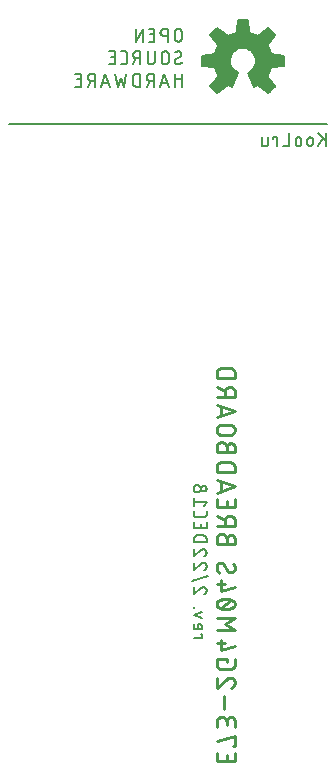
<source format=gbo>
G75*
%MOIN*%
%OFA0B0*%
%FSLAX26Y26*%
%IPPOS*%
%LPD*%
%AMOC8*
5,1,8,0,0,1.08239X$1,22.5*
%
%ADD10C,0.009000*%
%ADD11C,0.007000*%
%ADD12C,0.006000*%
%ADD13C,0.005906*%
D10*
X00865000Y00298164D02*
X00926000Y00298164D01*
X00926000Y00325275D01*
X00926000Y00349295D02*
X00926000Y00383184D01*
X00865000Y00366239D01*
X00865000Y00325275D02*
X00865000Y00298164D01*
X00898889Y00298164D02*
X00898889Y00318498D01*
X00919222Y00349295D02*
X00926000Y00349295D01*
X00926000Y00410835D02*
X00926000Y00431168D01*
X00925996Y00431498D01*
X00925984Y00431828D01*
X00925964Y00432158D01*
X00925936Y00432486D01*
X00925900Y00432815D01*
X00925856Y00433142D01*
X00925803Y00433468D01*
X00925744Y00433792D01*
X00925676Y00434115D01*
X00925600Y00434437D01*
X00925516Y00434756D01*
X00925425Y00435073D01*
X00925326Y00435388D01*
X00925220Y00435701D01*
X00925106Y00436011D01*
X00924984Y00436318D01*
X00924855Y00436621D01*
X00924718Y00436922D01*
X00924575Y00437219D01*
X00924424Y00437513D01*
X00924266Y00437803D01*
X00924100Y00438088D01*
X00923928Y00438370D01*
X00923750Y00438648D01*
X00923564Y00438921D01*
X00923372Y00439189D01*
X00923174Y00439453D01*
X00922969Y00439712D01*
X00922757Y00439966D01*
X00922540Y00440214D01*
X00922317Y00440457D01*
X00922088Y00440695D01*
X00921853Y00440927D01*
X00921612Y00441153D01*
X00921367Y00441374D01*
X00921115Y00441588D01*
X00920859Y00441796D01*
X00920598Y00441998D01*
X00920332Y00442193D01*
X00920061Y00442382D01*
X00919786Y00442564D01*
X00919506Y00442739D01*
X00919222Y00442908D01*
X00918934Y00443069D01*
X00918642Y00443224D01*
X00918347Y00443371D01*
X00918048Y00443511D01*
X00917746Y00443644D01*
X00917440Y00443770D01*
X00917132Y00443888D01*
X00916821Y00443998D01*
X00916507Y00444101D01*
X00916191Y00444196D01*
X00915873Y00444283D01*
X00915552Y00444363D01*
X00915230Y00444435D01*
X00914906Y00444499D01*
X00914581Y00444555D01*
X00914254Y00444603D01*
X00913927Y00444643D01*
X00913598Y00444675D01*
X00913269Y00444699D01*
X00912939Y00444715D01*
X00912609Y00444723D01*
X00912279Y00444723D01*
X00911949Y00444715D01*
X00911619Y00444699D01*
X00911290Y00444675D01*
X00910961Y00444643D01*
X00910634Y00444603D01*
X00910307Y00444555D01*
X00909982Y00444499D01*
X00909658Y00444435D01*
X00909336Y00444363D01*
X00909015Y00444283D01*
X00908697Y00444196D01*
X00908381Y00444101D01*
X00908067Y00443998D01*
X00907756Y00443888D01*
X00907448Y00443770D01*
X00907142Y00443644D01*
X00906840Y00443511D01*
X00906541Y00443371D01*
X00906246Y00443224D01*
X00905954Y00443069D01*
X00905666Y00442908D01*
X00905382Y00442739D01*
X00905102Y00442564D01*
X00904827Y00442382D01*
X00904556Y00442193D01*
X00904290Y00441998D01*
X00904029Y00441796D01*
X00903773Y00441588D01*
X00903521Y00441374D01*
X00903276Y00441153D01*
X00903035Y00440927D01*
X00902800Y00440695D01*
X00902571Y00440457D01*
X00902348Y00440214D01*
X00902131Y00439966D01*
X00901919Y00439712D01*
X00901714Y00439453D01*
X00901516Y00439189D01*
X00901324Y00438921D01*
X00901138Y00438648D01*
X00900960Y00438370D01*
X00900788Y00438088D01*
X00900622Y00437803D01*
X00900464Y00437513D01*
X00900313Y00437219D01*
X00900170Y00436922D01*
X00900033Y00436621D01*
X00899904Y00436318D01*
X00899782Y00436011D01*
X00899668Y00435701D01*
X00899562Y00435388D01*
X00899463Y00435073D01*
X00899372Y00434756D01*
X00899288Y00434437D01*
X00899212Y00434115D01*
X00899144Y00433792D01*
X00899085Y00433468D01*
X00899032Y00433142D01*
X00898988Y00432815D01*
X00898952Y00432486D01*
X00898924Y00432158D01*
X00898904Y00431828D01*
X00898892Y00431498D01*
X00898888Y00431168D01*
X00898889Y00431168D02*
X00898889Y00417613D01*
X00898888Y00427780D02*
X00898883Y00428193D01*
X00898868Y00428605D01*
X00898843Y00429017D01*
X00898808Y00429428D01*
X00898763Y00429838D01*
X00898707Y00430247D01*
X00898642Y00430655D01*
X00898567Y00431060D01*
X00898483Y00431464D01*
X00898388Y00431866D01*
X00898284Y00432265D01*
X00898170Y00432662D01*
X00898046Y00433055D01*
X00897913Y00433446D01*
X00897770Y00433833D01*
X00897618Y00434217D01*
X00897456Y00434596D01*
X00897286Y00434972D01*
X00897106Y00435343D01*
X00896918Y00435710D01*
X00896720Y00436073D01*
X00896514Y00436430D01*
X00896299Y00436782D01*
X00896075Y00437129D01*
X00895843Y00437470D01*
X00895603Y00437806D01*
X00895355Y00438136D01*
X00895099Y00438459D01*
X00894835Y00438776D01*
X00894563Y00439087D01*
X00894284Y00439391D01*
X00893998Y00439688D01*
X00893704Y00439978D01*
X00893404Y00440261D01*
X00893097Y00440536D01*
X00892783Y00440804D01*
X00892462Y00441064D01*
X00892136Y00441316D01*
X00891803Y00441560D01*
X00891465Y00441796D01*
X00891120Y00442024D01*
X00890771Y00442243D01*
X00890416Y00442454D01*
X00890056Y00442656D01*
X00889692Y00442849D01*
X00889322Y00443033D01*
X00888949Y00443208D01*
X00888571Y00443374D01*
X00888189Y00443531D01*
X00887804Y00443678D01*
X00887415Y00443816D01*
X00887023Y00443945D01*
X00886628Y00444064D01*
X00886230Y00444173D01*
X00885829Y00444273D01*
X00885426Y00444362D01*
X00885022Y00444442D01*
X00884615Y00444512D01*
X00884207Y00444572D01*
X00883797Y00444622D01*
X00883387Y00444662D01*
X00882975Y00444693D01*
X00882563Y00444713D01*
X00882150Y00444723D01*
X00881738Y00444723D01*
X00881325Y00444713D01*
X00880913Y00444693D01*
X00880501Y00444662D01*
X00880091Y00444622D01*
X00879681Y00444572D01*
X00879273Y00444512D01*
X00878866Y00444442D01*
X00878462Y00444362D01*
X00878059Y00444273D01*
X00877658Y00444173D01*
X00877260Y00444064D01*
X00876865Y00443945D01*
X00876473Y00443816D01*
X00876084Y00443678D01*
X00875699Y00443531D01*
X00875317Y00443374D01*
X00874939Y00443208D01*
X00874566Y00443033D01*
X00874196Y00442849D01*
X00873832Y00442656D01*
X00873472Y00442454D01*
X00873117Y00442243D01*
X00872768Y00442024D01*
X00872423Y00441796D01*
X00872085Y00441560D01*
X00871752Y00441316D01*
X00871426Y00441064D01*
X00871105Y00440804D01*
X00870791Y00440536D01*
X00870484Y00440261D01*
X00870184Y00439978D01*
X00869890Y00439688D01*
X00869604Y00439391D01*
X00869325Y00439087D01*
X00869053Y00438776D01*
X00868789Y00438459D01*
X00868533Y00438136D01*
X00868285Y00437806D01*
X00868045Y00437470D01*
X00867813Y00437129D01*
X00867589Y00436782D01*
X00867374Y00436430D01*
X00867168Y00436073D01*
X00866970Y00435710D01*
X00866782Y00435343D01*
X00866602Y00434972D01*
X00866432Y00434596D01*
X00866270Y00434217D01*
X00866118Y00433833D01*
X00865975Y00433446D01*
X00865842Y00433055D01*
X00865718Y00432662D01*
X00865604Y00432265D01*
X00865500Y00431866D01*
X00865405Y00431464D01*
X00865321Y00431060D01*
X00865246Y00430655D01*
X00865181Y00430247D01*
X00865125Y00429838D01*
X00865080Y00429428D01*
X00865045Y00429017D01*
X00865020Y00428605D01*
X00865005Y00428193D01*
X00865000Y00427780D01*
X00865000Y00410835D01*
X00888722Y00473089D02*
X00888722Y00513756D01*
X00865000Y00542121D02*
X00865000Y00576010D01*
X00878555Y00605713D02*
X00912444Y00605713D01*
X00912444Y00605712D02*
X00912777Y00605716D01*
X00913109Y00605728D01*
X00913441Y00605749D01*
X00913773Y00605777D01*
X00914103Y00605814D01*
X00914433Y00605859D01*
X00914762Y00605912D01*
X00915089Y00605972D01*
X00915414Y00606041D01*
X00915738Y00606118D01*
X00916060Y00606203D01*
X00916379Y00606296D01*
X00916696Y00606396D01*
X00917011Y00606504D01*
X00917323Y00606620D01*
X00917632Y00606744D01*
X00917937Y00606875D01*
X00918240Y00607014D01*
X00918539Y00607159D01*
X00918834Y00607313D01*
X00919126Y00607473D01*
X00919413Y00607641D01*
X00919696Y00607815D01*
X00919975Y00607997D01*
X00920250Y00608185D01*
X00920519Y00608380D01*
X00920784Y00608581D01*
X00921044Y00608789D01*
X00921298Y00609003D01*
X00921548Y00609224D01*
X00921791Y00609450D01*
X00922029Y00609682D01*
X00922262Y00609921D01*
X00922488Y00610164D01*
X00922709Y00610414D01*
X00922923Y00610668D01*
X00923131Y00610928D01*
X00923332Y00611193D01*
X00923527Y00611462D01*
X00923715Y00611737D01*
X00923897Y00612016D01*
X00924071Y00612299D01*
X00924239Y00612586D01*
X00924399Y00612878D01*
X00924553Y00613173D01*
X00924698Y00613472D01*
X00924837Y00613774D01*
X00924968Y00614080D01*
X00925092Y00614389D01*
X00925208Y00614701D01*
X00925316Y00615016D01*
X00925416Y00615333D01*
X00925509Y00615652D01*
X00925594Y00615974D01*
X00925671Y00616298D01*
X00925740Y00616623D01*
X00925800Y00616950D01*
X00925853Y00617279D01*
X00925898Y00617608D01*
X00925935Y00617939D01*
X00925963Y00618271D01*
X00925984Y00618603D01*
X00925996Y00618935D01*
X00926000Y00619268D01*
X00926000Y00639602D01*
X00898889Y00639602D02*
X00865000Y00639602D01*
X00865000Y00619268D01*
X00865004Y00618940D01*
X00865016Y00618613D01*
X00865036Y00618286D01*
X00865063Y00617960D01*
X00865099Y00617634D01*
X00865142Y00617309D01*
X00865193Y00616986D01*
X00865253Y00616664D01*
X00865319Y00616343D01*
X00865394Y00616024D01*
X00865476Y00615707D01*
X00865566Y00615392D01*
X00865663Y00615079D01*
X00865768Y00614769D01*
X00865881Y00614461D01*
X00866001Y00614156D01*
X00866128Y00613855D01*
X00866262Y00613556D01*
X00866404Y00613261D01*
X00866553Y00612969D01*
X00866708Y00612680D01*
X00866871Y00612396D01*
X00867040Y00612116D01*
X00867217Y00611840D01*
X00867399Y00611568D01*
X00867589Y00611301D01*
X00867784Y00611038D01*
X00867987Y00610780D01*
X00868195Y00610527D01*
X00868409Y00610279D01*
X00868629Y00610037D01*
X00868855Y00609800D01*
X00869087Y00609568D01*
X00869324Y00609342D01*
X00869566Y00609122D01*
X00869814Y00608908D01*
X00870067Y00608700D01*
X00870325Y00608497D01*
X00870588Y00608302D01*
X00870855Y00608112D01*
X00871127Y00607930D01*
X00871403Y00607753D01*
X00871683Y00607584D01*
X00871967Y00607421D01*
X00872256Y00607266D01*
X00872548Y00607117D01*
X00872843Y00606975D01*
X00873142Y00606841D01*
X00873443Y00606714D01*
X00873748Y00606594D01*
X00874056Y00606481D01*
X00874366Y00606376D01*
X00874679Y00606279D01*
X00874994Y00606189D01*
X00875311Y00606107D01*
X00875630Y00606032D01*
X00875951Y00605966D01*
X00876273Y00605906D01*
X00876596Y00605855D01*
X00876921Y00605812D01*
X00877247Y00605776D01*
X00877573Y00605749D01*
X00877900Y00605729D01*
X00878227Y00605717D01*
X00878555Y00605713D01*
X00898889Y00629435D02*
X00898889Y00639602D01*
X00878555Y00669304D02*
X00878555Y00703193D01*
X00865000Y00693027D02*
X00892111Y00693027D01*
X00878555Y00669304D02*
X00926000Y00682860D01*
X00926000Y00733610D02*
X00892111Y00753943D01*
X00926000Y00774276D01*
X00865000Y00774276D01*
X00878555Y00808082D02*
X00912444Y00835193D01*
X00917528Y00833499D02*
X00917815Y00833397D01*
X00918099Y00833288D01*
X00918381Y00833171D01*
X00918660Y00833048D01*
X00918936Y00832918D01*
X00919209Y00832782D01*
X00919479Y00832639D01*
X00919744Y00832489D01*
X00920006Y00832333D01*
X00920265Y00832171D01*
X00920519Y00832002D01*
X00920769Y00831827D01*
X00921014Y00831647D01*
X00921256Y00831460D01*
X00921492Y00831268D01*
X00921724Y00831069D01*
X00921951Y00830866D01*
X00922173Y00830656D01*
X00922390Y00830442D01*
X00922601Y00830222D01*
X00922807Y00829997D01*
X00923008Y00829767D01*
X00923203Y00829533D01*
X00923392Y00829294D01*
X00923575Y00829050D01*
X00923752Y00828802D01*
X00923923Y00828549D01*
X00924088Y00828293D01*
X00924247Y00828032D01*
X00924399Y00827768D01*
X00924545Y00827500D01*
X00924685Y00827229D01*
X00924817Y00826954D01*
X00924943Y00826676D01*
X00925062Y00826396D01*
X00925175Y00826112D01*
X00925280Y00825826D01*
X00925378Y00825537D01*
X00925470Y00825246D01*
X00925554Y00824953D01*
X00925631Y00824658D01*
X00925701Y00824361D01*
X00925763Y00824063D01*
X00925819Y00823763D01*
X00925867Y00823461D01*
X00925907Y00823159D01*
X00925941Y00822856D01*
X00925967Y00822552D01*
X00925985Y00822248D01*
X00925996Y00821943D01*
X00926000Y00821638D01*
X00925996Y00821333D01*
X00925985Y00821028D01*
X00925967Y00820724D01*
X00925941Y00820420D01*
X00925907Y00820117D01*
X00925867Y00819815D01*
X00925819Y00819513D01*
X00925763Y00819213D01*
X00925701Y00818915D01*
X00925631Y00818618D01*
X00925554Y00818323D01*
X00925470Y00818030D01*
X00925378Y00817739D01*
X00925280Y00817450D01*
X00925175Y00817164D01*
X00925062Y00816880D01*
X00924943Y00816600D01*
X00924817Y00816322D01*
X00924685Y00816047D01*
X00924545Y00815776D01*
X00924399Y00815508D01*
X00924247Y00815244D01*
X00924088Y00814983D01*
X00923923Y00814727D01*
X00923752Y00814474D01*
X00923575Y00814226D01*
X00923392Y00813983D01*
X00923203Y00813743D01*
X00923008Y00813509D01*
X00922807Y00813279D01*
X00922601Y00813054D01*
X00922390Y00812834D01*
X00922173Y00812620D01*
X00921951Y00812411D01*
X00921724Y00812207D01*
X00921492Y00812009D01*
X00921256Y00811816D01*
X00921014Y00811629D01*
X00920769Y00811449D01*
X00920519Y00811274D01*
X00920265Y00811105D01*
X00920007Y00810943D01*
X00919744Y00810787D01*
X00919479Y00810637D01*
X00919209Y00810494D01*
X00918937Y00810358D01*
X00918661Y00810228D01*
X00918382Y00810105D01*
X00918100Y00809989D01*
X00917815Y00809879D01*
X00917528Y00809777D01*
X00917528Y00833499D02*
X00916443Y00834012D01*
X00915346Y00834499D01*
X00914238Y00834959D01*
X00913119Y00835393D01*
X00911990Y00835800D01*
X00910852Y00836180D01*
X00909705Y00836533D01*
X00908550Y00836859D01*
X00907387Y00837156D01*
X00906218Y00837426D01*
X00905042Y00837668D01*
X00903861Y00837882D01*
X00902676Y00838067D01*
X00901486Y00838224D01*
X00900293Y00838353D01*
X00899097Y00838453D01*
X00897899Y00838525D01*
X00896700Y00838568D01*
X00895500Y00838582D01*
X00895500Y00804693D02*
X00896700Y00804707D01*
X00897899Y00804750D01*
X00899097Y00804822D01*
X00900293Y00804922D01*
X00901486Y00805051D01*
X00902676Y00805208D01*
X00903862Y00805393D01*
X00905042Y00805607D01*
X00906218Y00805849D01*
X00907387Y00806119D01*
X00908550Y00806416D01*
X00909705Y00806742D01*
X00910852Y00807095D01*
X00911990Y00807475D01*
X00913119Y00807882D01*
X00914238Y00808316D01*
X00915346Y00808776D01*
X00916443Y00809263D01*
X00917528Y00809776D01*
X00895500Y00838582D02*
X00894300Y00838568D01*
X00893101Y00838525D01*
X00891903Y00838453D01*
X00890707Y00838353D01*
X00889514Y00838224D01*
X00888324Y00838067D01*
X00887138Y00837882D01*
X00885958Y00837668D01*
X00884782Y00837426D01*
X00883613Y00837156D01*
X00882450Y00836859D01*
X00881295Y00836533D01*
X00880148Y00836180D01*
X00879010Y00835800D01*
X00877881Y00835393D01*
X00876762Y00834959D01*
X00875654Y00834499D01*
X00874557Y00834012D01*
X00873472Y00833499D01*
X00873185Y00833397D01*
X00872900Y00833287D01*
X00872618Y00833171D01*
X00872339Y00833048D01*
X00872063Y00832918D01*
X00871791Y00832782D01*
X00871521Y00832639D01*
X00871256Y00832489D01*
X00870994Y00832333D01*
X00870735Y00832171D01*
X00870481Y00832002D01*
X00870231Y00831827D01*
X00869986Y00831647D01*
X00869744Y00831460D01*
X00869508Y00831267D01*
X00869276Y00831069D01*
X00869049Y00830866D01*
X00868827Y00830656D01*
X00868610Y00830442D01*
X00868399Y00830222D01*
X00868193Y00829997D01*
X00867992Y00829767D01*
X00867797Y00829533D01*
X00867608Y00829294D01*
X00867425Y00829050D01*
X00867248Y00828802D01*
X00867077Y00828549D01*
X00866912Y00828293D01*
X00866753Y00828032D01*
X00866601Y00827768D01*
X00866455Y00827500D01*
X00866315Y00827229D01*
X00866183Y00826954D01*
X00866057Y00826676D01*
X00865938Y00826396D01*
X00865825Y00826112D01*
X00865720Y00825826D01*
X00865622Y00825537D01*
X00865530Y00825246D01*
X00865446Y00824953D01*
X00865369Y00824658D01*
X00865299Y00824361D01*
X00865237Y00824063D01*
X00865181Y00823763D01*
X00865133Y00823461D01*
X00865093Y00823159D01*
X00865059Y00822856D01*
X00865033Y00822552D01*
X00865015Y00822248D01*
X00865004Y00821943D01*
X00865000Y00821638D01*
X00865004Y00821333D01*
X00865015Y00821028D01*
X00865033Y00820724D01*
X00865059Y00820420D01*
X00865093Y00820117D01*
X00865133Y00819815D01*
X00865181Y00819513D01*
X00865237Y00819213D01*
X00865299Y00818915D01*
X00865369Y00818618D01*
X00865446Y00818323D01*
X00865530Y00818030D01*
X00865622Y00817739D01*
X00865720Y00817450D01*
X00865825Y00817164D01*
X00865938Y00816880D01*
X00866057Y00816600D01*
X00866183Y00816322D01*
X00866315Y00816047D01*
X00866455Y00815776D01*
X00866600Y00815508D01*
X00866753Y00815244D01*
X00866912Y00814983D01*
X00867077Y00814727D01*
X00867248Y00814475D01*
X00867425Y00814226D01*
X00867608Y00813983D01*
X00867797Y00813743D01*
X00867992Y00813509D01*
X00868193Y00813279D01*
X00868399Y00813054D01*
X00868610Y00812834D01*
X00868827Y00812620D01*
X00869049Y00812411D01*
X00869276Y00812207D01*
X00869508Y00812009D01*
X00869744Y00811816D01*
X00869985Y00811629D01*
X00870231Y00811449D01*
X00870481Y00811274D01*
X00870735Y00811105D01*
X00870993Y00810943D01*
X00871255Y00810787D01*
X00871521Y00810637D01*
X00871791Y00810494D01*
X00872063Y00810358D01*
X00872339Y00810228D01*
X00872618Y00810105D01*
X00872900Y00809989D01*
X00873185Y00809879D01*
X00873472Y00809777D01*
X00878555Y00866234D02*
X00878555Y00900122D01*
X00865000Y00889956D02*
X00892111Y00889956D01*
X00878555Y00866234D02*
X00926000Y00879789D01*
X00895500Y00804693D02*
X00894300Y00804707D01*
X00893101Y00804750D01*
X00891903Y00804822D01*
X00890707Y00804922D01*
X00889514Y00805051D01*
X00888324Y00805208D01*
X00887138Y00805393D01*
X00885958Y00805607D01*
X00884782Y00805849D01*
X00883613Y00806119D01*
X00882450Y00806416D01*
X00881295Y00806742D01*
X00880148Y00807095D01*
X00879010Y00807475D01*
X00877881Y00807882D01*
X00876762Y00808316D01*
X00875654Y00808776D01*
X00874557Y00809263D01*
X00873472Y00809776D01*
X00865000Y00733610D02*
X00926000Y00733610D01*
X00898889Y00570927D02*
X00865000Y00542121D01*
X00912444Y00542121D02*
X00912893Y00542272D01*
X00913338Y00542435D01*
X00913779Y00542608D01*
X00914216Y00542791D01*
X00914649Y00542985D01*
X00915076Y00543190D01*
X00915498Y00543405D01*
X00915915Y00543629D01*
X00916327Y00543864D01*
X00916733Y00544109D01*
X00917132Y00544364D01*
X00917526Y00544628D01*
X00917912Y00544901D01*
X00918293Y00545184D01*
X00918666Y00545476D01*
X00919032Y00545777D01*
X00919390Y00546087D01*
X00919741Y00546405D01*
X00920085Y00546732D01*
X00920420Y00547066D01*
X00920747Y00547409D01*
X00921066Y00547760D01*
X00921376Y00548118D01*
X00921677Y00548484D01*
X00921969Y00548857D01*
X00922253Y00549236D01*
X00922527Y00549623D01*
X00922791Y00550016D01*
X00923046Y00550415D01*
X00923292Y00550821D01*
X00923527Y00551232D01*
X00923752Y00551649D01*
X00923968Y00552071D01*
X00924173Y00552498D01*
X00924367Y00552930D01*
X00924551Y00553367D01*
X00924725Y00553807D01*
X00924888Y00554252D01*
X00925040Y00554701D01*
X00925181Y00555154D01*
X00925311Y00555609D01*
X00925430Y00556068D01*
X00925538Y00556529D01*
X00925634Y00556993D01*
X00925720Y00557459D01*
X00925794Y00557927D01*
X00925857Y00558397D01*
X00925908Y00558868D01*
X00925948Y00559340D01*
X00925977Y00559813D01*
X00925994Y00560286D01*
X00926000Y00560760D01*
X00925996Y00561128D01*
X00925982Y00561497D01*
X00925960Y00561865D01*
X00925929Y00562232D01*
X00925889Y00562598D01*
X00925840Y00562963D01*
X00925782Y00563327D01*
X00925716Y00563690D01*
X00925641Y00564051D01*
X00925557Y00564410D01*
X00925464Y00564766D01*
X00925363Y00565121D01*
X00925254Y00565473D01*
X00925136Y00565822D01*
X00925009Y00566168D01*
X00924874Y00566511D01*
X00924731Y00566850D01*
X00924580Y00567186D01*
X00924421Y00567519D01*
X00924253Y00567847D01*
X00924078Y00568171D01*
X00923895Y00568491D01*
X00923704Y00568807D01*
X00923506Y00569117D01*
X00923301Y00569423D01*
X00923088Y00569724D01*
X00922867Y00570019D01*
X00922640Y00570309D01*
X00922406Y00570594D01*
X00922165Y00570873D01*
X00921917Y00571145D01*
X00921663Y00571412D01*
X00921402Y00571673D01*
X00921135Y00571927D01*
X00920863Y00572175D01*
X00920584Y00572416D01*
X00920299Y00572650D01*
X00920009Y00572877D01*
X00919714Y00573098D01*
X00919413Y00573311D01*
X00919107Y00573516D01*
X00918797Y00573714D01*
X00918481Y00573905D01*
X00918161Y00574088D01*
X00917837Y00574263D01*
X00917509Y00574431D01*
X00917176Y00574590D01*
X00916840Y00574741D01*
X00916501Y00574884D01*
X00916158Y00575019D01*
X00915812Y00575146D01*
X00915463Y00575264D01*
X00915111Y00575373D01*
X00914756Y00575474D01*
X00914400Y00575567D01*
X00914041Y00575651D01*
X00913680Y00575726D01*
X00913317Y00575792D01*
X00912953Y00575850D01*
X00912588Y00575899D01*
X00912222Y00575939D01*
X00911855Y00575970D01*
X00911487Y00575992D01*
X00911118Y00576006D01*
X00910750Y00576010D01*
X00910348Y00576005D01*
X00909946Y00575990D01*
X00909545Y00575966D01*
X00909145Y00575931D01*
X00908745Y00575887D01*
X00908347Y00575833D01*
X00907950Y00575769D01*
X00907555Y00575695D01*
X00907162Y00575612D01*
X00906771Y00575519D01*
X00906382Y00575417D01*
X00905996Y00575305D01*
X00905613Y00575184D01*
X00905233Y00575053D01*
X00904856Y00574913D01*
X00904483Y00574764D01*
X00904113Y00574605D01*
X00903748Y00574438D01*
X00903387Y00574262D01*
X00903030Y00574077D01*
X00902678Y00573883D01*
X00902331Y00573681D01*
X00901988Y00573470D01*
X00901651Y00573251D01*
X00901320Y00573023D01*
X00900994Y00572788D01*
X00900674Y00572545D01*
X00900361Y00572293D01*
X00900053Y00572035D01*
X00899752Y00571769D01*
X00899457Y00571495D01*
X00899170Y00571214D01*
X00898889Y00570927D01*
X00900583Y00934195D02*
X00890417Y00952834D01*
X00865000Y00946055D02*
X00865008Y00945370D01*
X00865033Y00944685D01*
X00865074Y00944001D01*
X00865131Y00943319D01*
X00865205Y00942638D01*
X00865295Y00941958D01*
X00865401Y00941281D01*
X00865523Y00940607D01*
X00865661Y00939936D01*
X00865816Y00939269D01*
X00865986Y00938605D01*
X00866172Y00937946D01*
X00866374Y00937291D01*
X00866592Y00936641D01*
X00866825Y00935997D01*
X00867073Y00935358D01*
X00867336Y00934726D01*
X00867615Y00934100D01*
X00867908Y00933481D01*
X00868217Y00932869D01*
X00868539Y00932264D01*
X00868877Y00931668D01*
X00869228Y00931080D01*
X00869593Y00930500D01*
X00869972Y00929929D01*
X00870365Y00929368D01*
X00870771Y00928816D01*
X00871190Y00928274D01*
X00871621Y00927742D01*
X00872066Y00927220D01*
X00872523Y00926709D01*
X00872992Y00926210D01*
X00873472Y00925722D01*
X00890416Y00952833D02*
X00890244Y00953118D01*
X00890065Y00953398D01*
X00889879Y00953674D01*
X00889686Y00953945D01*
X00889488Y00954211D01*
X00889282Y00954473D01*
X00889071Y00954729D01*
X00888853Y00954980D01*
X00888630Y00955226D01*
X00888400Y00955467D01*
X00888165Y00955702D01*
X00887924Y00955931D01*
X00887678Y00956154D01*
X00887426Y00956371D01*
X00887170Y00956583D01*
X00886908Y00956787D01*
X00886641Y00956986D01*
X00886370Y00957178D01*
X00886094Y00957363D01*
X00885814Y00957542D01*
X00885529Y00957714D01*
X00885241Y00957879D01*
X00884948Y00958037D01*
X00884652Y00958187D01*
X00884352Y00958331D01*
X00884049Y00958467D01*
X00883742Y00958596D01*
X00883433Y00958718D01*
X00883121Y00958832D01*
X00882806Y00958938D01*
X00882488Y00959037D01*
X00882169Y00959128D01*
X00881847Y00959212D01*
X00881523Y00959287D01*
X00881198Y00959355D01*
X00880871Y00959415D01*
X00880543Y00959467D01*
X00880213Y00959511D01*
X00879883Y00959547D01*
X00879551Y00959575D01*
X00879220Y00959595D01*
X00878887Y00959607D01*
X00878555Y00959611D01*
X00878555Y00959612D02*
X00878222Y00959608D01*
X00877890Y00959596D01*
X00877558Y00959575D01*
X00877226Y00959547D01*
X00876896Y00959510D01*
X00876566Y00959465D01*
X00876237Y00959412D01*
X00875910Y00959352D01*
X00875585Y00959283D01*
X00875261Y00959206D01*
X00874939Y00959121D01*
X00874620Y00959028D01*
X00874303Y00958928D01*
X00873988Y00958820D01*
X00873676Y00958704D01*
X00873367Y00958580D01*
X00873062Y00958449D01*
X00872759Y00958310D01*
X00872460Y00958165D01*
X00872165Y00958011D01*
X00871873Y00957851D01*
X00871586Y00957683D01*
X00871303Y00957509D01*
X00871024Y00957327D01*
X00870749Y00957139D01*
X00870480Y00956944D01*
X00870215Y00956743D01*
X00869955Y00956535D01*
X00869701Y00956321D01*
X00869451Y00956100D01*
X00869208Y00955874D01*
X00868970Y00955642D01*
X00868737Y00955403D01*
X00868511Y00955160D01*
X00868290Y00954910D01*
X00868076Y00954656D01*
X00867868Y00954396D01*
X00867667Y00954131D01*
X00867472Y00953862D01*
X00867284Y00953587D01*
X00867102Y00953308D01*
X00866928Y00953025D01*
X00866760Y00952738D01*
X00866600Y00952446D01*
X00866446Y00952151D01*
X00866301Y00951852D01*
X00866162Y00951550D01*
X00866031Y00951244D01*
X00865907Y00950935D01*
X00865791Y00950623D01*
X00865683Y00950308D01*
X00865583Y00949991D01*
X00865490Y00949672D01*
X00865405Y00949350D01*
X00865328Y00949026D01*
X00865259Y00948701D01*
X00865199Y00948374D01*
X00865146Y00948045D01*
X00865101Y00947716D01*
X00865064Y00947385D01*
X00865036Y00947053D01*
X00865015Y00946721D01*
X00865003Y00946389D01*
X00864999Y00946056D01*
X00920917Y00956222D02*
X00921274Y00955733D01*
X00921620Y00955236D01*
X00921954Y00954730D01*
X00922276Y00954217D01*
X00922585Y00953696D01*
X00922882Y00953168D01*
X00923167Y00952634D01*
X00923438Y00952092D01*
X00923697Y00951544D01*
X00923942Y00950990D01*
X00924174Y00950431D01*
X00924393Y00949866D01*
X00924598Y00949296D01*
X00924790Y00948721D01*
X00924968Y00948142D01*
X00925132Y00947559D01*
X00925282Y00946972D01*
X00925418Y00946382D01*
X00925539Y00945789D01*
X00925647Y00945193D01*
X00925741Y00944594D01*
X00925820Y00943994D01*
X00925885Y00943391D01*
X00925935Y00942788D01*
X00925971Y00942183D01*
X00925993Y00941578D01*
X00926000Y00940972D01*
X00925996Y00940644D01*
X00925984Y00940317D01*
X00925964Y00939990D01*
X00925937Y00939664D01*
X00925901Y00939338D01*
X00925858Y00939013D01*
X00925807Y00938690D01*
X00925747Y00938368D01*
X00925681Y00938047D01*
X00925606Y00937728D01*
X00925524Y00937411D01*
X00925434Y00937096D01*
X00925337Y00936783D01*
X00925232Y00936473D01*
X00925119Y00936165D01*
X00924999Y00935860D01*
X00924872Y00935558D01*
X00924738Y00935259D01*
X00924596Y00934964D01*
X00924447Y00934672D01*
X00924292Y00934384D01*
X00924129Y00934100D01*
X00923959Y00933819D01*
X00923783Y00933543D01*
X00923600Y00933271D01*
X00923411Y00933004D01*
X00923215Y00932741D01*
X00923013Y00932483D01*
X00922805Y00932231D01*
X00922591Y00931983D01*
X00922371Y00931740D01*
X00922145Y00931503D01*
X00921913Y00931271D01*
X00921676Y00931045D01*
X00921433Y00930825D01*
X00921185Y00930611D01*
X00920933Y00930403D01*
X00920675Y00930201D01*
X00920412Y00930005D01*
X00920145Y00929816D01*
X00919873Y00929633D01*
X00919597Y00929457D01*
X00919316Y00929287D01*
X00919032Y00929124D01*
X00918744Y00928969D01*
X00918452Y00928820D01*
X00918157Y00928678D01*
X00917858Y00928544D01*
X00917556Y00928417D01*
X00917251Y00928297D01*
X00916943Y00928184D01*
X00916633Y00928079D01*
X00916320Y00927982D01*
X00916005Y00927892D01*
X00915688Y00927810D01*
X00915369Y00927735D01*
X00915048Y00927669D01*
X00914726Y00927609D01*
X00914403Y00927558D01*
X00914078Y00927515D01*
X00913752Y00927479D01*
X00913426Y00927452D01*
X00913099Y00927432D01*
X00912772Y00927420D01*
X00912444Y00927416D01*
X00912444Y00927417D02*
X00912112Y00927421D01*
X00911779Y00927433D01*
X00911448Y00927453D01*
X00911116Y00927481D01*
X00910786Y00927517D01*
X00910456Y00927561D01*
X00910128Y00927613D01*
X00909801Y00927673D01*
X00909476Y00927741D01*
X00909152Y00927816D01*
X00908830Y00927900D01*
X00908511Y00927991D01*
X00908193Y00928090D01*
X00907878Y00928196D01*
X00907566Y00928310D01*
X00907257Y00928432D01*
X00906950Y00928561D01*
X00906647Y00928697D01*
X00906347Y00928841D01*
X00906051Y00928991D01*
X00905758Y00929149D01*
X00905470Y00929314D01*
X00905185Y00929486D01*
X00904905Y00929665D01*
X00904629Y00929850D01*
X00904358Y00930042D01*
X00904091Y00930241D01*
X00903829Y00930445D01*
X00903573Y00930657D01*
X00903321Y00930874D01*
X00903075Y00931097D01*
X00902834Y00931326D01*
X00902599Y00931561D01*
X00902369Y00931802D01*
X00902146Y00932048D01*
X00901928Y00932299D01*
X00901717Y00932555D01*
X00901511Y00932817D01*
X00901313Y00933083D01*
X00901120Y00933354D01*
X00900934Y00933630D01*
X00900755Y00933910D01*
X00900583Y00934195D01*
X00898889Y01021168D02*
X00898889Y01038112D01*
X00898888Y01038112D02*
X00898892Y01038442D01*
X00898904Y01038772D01*
X00898924Y01039102D01*
X00898952Y01039430D01*
X00898988Y01039759D01*
X00899032Y01040086D01*
X00899085Y01040412D01*
X00899144Y01040736D01*
X00899212Y01041059D01*
X00899288Y01041381D01*
X00899372Y01041700D01*
X00899463Y01042017D01*
X00899562Y01042332D01*
X00899668Y01042645D01*
X00899782Y01042955D01*
X00899904Y01043262D01*
X00900033Y01043565D01*
X00900170Y01043866D01*
X00900313Y01044163D01*
X00900464Y01044457D01*
X00900622Y01044747D01*
X00900788Y01045032D01*
X00900960Y01045314D01*
X00901138Y01045592D01*
X00901324Y01045865D01*
X00901516Y01046133D01*
X00901714Y01046397D01*
X00901919Y01046656D01*
X00902131Y01046910D01*
X00902348Y01047158D01*
X00902571Y01047401D01*
X00902800Y01047639D01*
X00903035Y01047871D01*
X00903276Y01048097D01*
X00903521Y01048318D01*
X00903773Y01048532D01*
X00904029Y01048740D01*
X00904290Y01048942D01*
X00904556Y01049137D01*
X00904827Y01049326D01*
X00905102Y01049508D01*
X00905382Y01049683D01*
X00905666Y01049852D01*
X00905954Y01050013D01*
X00906246Y01050168D01*
X00906541Y01050315D01*
X00906840Y01050455D01*
X00907142Y01050588D01*
X00907448Y01050714D01*
X00907756Y01050832D01*
X00908067Y01050942D01*
X00908381Y01051045D01*
X00908697Y01051140D01*
X00909015Y01051227D01*
X00909336Y01051307D01*
X00909658Y01051379D01*
X00909982Y01051443D01*
X00910307Y01051499D01*
X00910634Y01051547D01*
X00910961Y01051587D01*
X00911290Y01051619D01*
X00911619Y01051643D01*
X00911949Y01051659D01*
X00912279Y01051667D01*
X00912609Y01051667D01*
X00912939Y01051659D01*
X00913269Y01051643D01*
X00913598Y01051619D01*
X00913927Y01051587D01*
X00914254Y01051547D01*
X00914581Y01051499D01*
X00914906Y01051443D01*
X00915230Y01051379D01*
X00915552Y01051307D01*
X00915873Y01051227D01*
X00916191Y01051140D01*
X00916507Y01051045D01*
X00916821Y01050942D01*
X00917132Y01050832D01*
X00917440Y01050714D01*
X00917746Y01050588D01*
X00918048Y01050455D01*
X00918347Y01050315D01*
X00918642Y01050168D01*
X00918934Y01050013D01*
X00919222Y01049852D01*
X00919506Y01049683D01*
X00919786Y01049508D01*
X00920061Y01049326D01*
X00920332Y01049137D01*
X00920598Y01048942D01*
X00920859Y01048740D01*
X00921115Y01048532D01*
X00921367Y01048318D01*
X00921612Y01048097D01*
X00921853Y01047871D01*
X00922088Y01047639D01*
X00922317Y01047401D01*
X00922540Y01047158D01*
X00922757Y01046910D01*
X00922969Y01046656D01*
X00923174Y01046397D01*
X00923372Y01046133D01*
X00923564Y01045865D01*
X00923750Y01045592D01*
X00923928Y01045314D01*
X00924100Y01045032D01*
X00924266Y01044747D01*
X00924424Y01044457D01*
X00924575Y01044163D01*
X00924718Y01043866D01*
X00924855Y01043565D01*
X00924984Y01043262D01*
X00925106Y01042955D01*
X00925220Y01042645D01*
X00925326Y01042332D01*
X00925425Y01042017D01*
X00925516Y01041700D01*
X00925600Y01041381D01*
X00925676Y01041059D01*
X00925744Y01040736D01*
X00925803Y01040412D01*
X00925856Y01040086D01*
X00925900Y01039759D01*
X00925936Y01039430D01*
X00925964Y01039102D01*
X00925984Y01038772D01*
X00925996Y01038442D01*
X00926000Y01038112D01*
X00926000Y01021168D01*
X00865000Y01021168D01*
X00865000Y01038112D01*
X00865005Y01038525D01*
X00865020Y01038937D01*
X00865045Y01039349D01*
X00865080Y01039760D01*
X00865125Y01040170D01*
X00865181Y01040579D01*
X00865246Y01040987D01*
X00865321Y01041392D01*
X00865405Y01041796D01*
X00865500Y01042198D01*
X00865604Y01042597D01*
X00865718Y01042994D01*
X00865842Y01043387D01*
X00865975Y01043778D01*
X00866118Y01044165D01*
X00866270Y01044549D01*
X00866432Y01044928D01*
X00866602Y01045304D01*
X00866782Y01045675D01*
X00866970Y01046042D01*
X00867168Y01046405D01*
X00867374Y01046762D01*
X00867589Y01047114D01*
X00867813Y01047461D01*
X00868045Y01047802D01*
X00868285Y01048138D01*
X00868533Y01048468D01*
X00868789Y01048791D01*
X00869053Y01049108D01*
X00869325Y01049419D01*
X00869604Y01049723D01*
X00869890Y01050020D01*
X00870184Y01050310D01*
X00870484Y01050593D01*
X00870791Y01050868D01*
X00871105Y01051136D01*
X00871426Y01051396D01*
X00871752Y01051648D01*
X00872085Y01051892D01*
X00872423Y01052128D01*
X00872768Y01052356D01*
X00873117Y01052575D01*
X00873472Y01052786D01*
X00873832Y01052988D01*
X00874196Y01053181D01*
X00874566Y01053365D01*
X00874939Y01053540D01*
X00875317Y01053706D01*
X00875699Y01053863D01*
X00876084Y01054010D01*
X00876473Y01054148D01*
X00876865Y01054277D01*
X00877260Y01054396D01*
X00877658Y01054505D01*
X00878059Y01054605D01*
X00878462Y01054694D01*
X00878866Y01054774D01*
X00879273Y01054844D01*
X00879681Y01054904D01*
X00880091Y01054954D01*
X00880501Y01054994D01*
X00880913Y01055025D01*
X00881325Y01055045D01*
X00881738Y01055055D01*
X00882150Y01055055D01*
X00882563Y01055045D01*
X00882975Y01055025D01*
X00883387Y01054994D01*
X00883797Y01054954D01*
X00884207Y01054904D01*
X00884615Y01054844D01*
X00885022Y01054774D01*
X00885426Y01054694D01*
X00885829Y01054605D01*
X00886230Y01054505D01*
X00886628Y01054396D01*
X00887023Y01054277D01*
X00887415Y01054148D01*
X00887804Y01054010D01*
X00888189Y01053863D01*
X00888571Y01053706D01*
X00888949Y01053540D01*
X00889322Y01053365D01*
X00889692Y01053181D01*
X00890056Y01052988D01*
X00890416Y01052786D01*
X00890771Y01052575D01*
X00891120Y01052356D01*
X00891465Y01052128D01*
X00891803Y01051892D01*
X00892136Y01051648D01*
X00892462Y01051396D01*
X00892783Y01051136D01*
X00893097Y01050868D01*
X00893404Y01050593D01*
X00893704Y01050310D01*
X00893998Y01050020D01*
X00894284Y01049723D01*
X00894563Y01049419D01*
X00894835Y01049108D01*
X00895099Y01048791D01*
X00895355Y01048468D01*
X00895603Y01048138D01*
X00895843Y01047802D01*
X00896075Y01047461D01*
X00896299Y01047114D01*
X00896514Y01046762D01*
X00896720Y01046405D01*
X00896918Y01046042D01*
X00897106Y01045675D01*
X00897286Y01045304D01*
X00897456Y01044928D01*
X00897618Y01044549D01*
X00897770Y01044165D01*
X00897913Y01043778D01*
X00898046Y01043387D01*
X00898170Y01042994D01*
X00898284Y01042597D01*
X00898388Y01042198D01*
X00898483Y01041796D01*
X00898567Y01041392D01*
X00898642Y01040987D01*
X00898707Y01040579D01*
X00898763Y01040170D01*
X00898808Y01039760D01*
X00898843Y01039349D01*
X00898868Y01038937D01*
X00898883Y01038525D01*
X00898888Y01038112D01*
X00892111Y01082095D02*
X00892111Y01099039D01*
X00892111Y01102428D02*
X00865000Y01115984D01*
X00865000Y01145369D02*
X00926000Y01145369D01*
X00926000Y01172480D01*
X00926000Y01213444D02*
X00865000Y01233777D01*
X00880250Y01228694D02*
X00880250Y01198194D01*
X00865000Y01193111D02*
X00926000Y01213444D01*
X00926000Y01260091D02*
X00926000Y01277036D01*
X00926000Y01260091D02*
X00865000Y01260091D01*
X00865000Y01277036D01*
X00865005Y01277445D01*
X00865020Y01277855D01*
X00865045Y01278263D01*
X00865079Y01278671D01*
X00865124Y01279078D01*
X00865178Y01279484D01*
X00865242Y01279889D01*
X00865316Y01280291D01*
X00865399Y01280692D01*
X00865492Y01281091D01*
X00865595Y01281487D01*
X00865707Y01281881D01*
X00865829Y01282272D01*
X00865961Y01282660D01*
X00866101Y01283044D01*
X00866251Y01283425D01*
X00866410Y01283803D01*
X00866578Y01284176D01*
X00866755Y01284545D01*
X00866941Y01284910D01*
X00867135Y01285271D01*
X00867339Y01285626D01*
X00867551Y01285976D01*
X00867771Y01286322D01*
X00867999Y01286661D01*
X00868236Y01286995D01*
X00868481Y01287324D01*
X00868733Y01287646D01*
X00868993Y01287962D01*
X00869261Y01288272D01*
X00869536Y01288575D01*
X00869819Y01288872D01*
X00870108Y01289161D01*
X00870405Y01289444D01*
X00870708Y01289719D01*
X00871018Y01289987D01*
X00871334Y01290247D01*
X00871656Y01290499D01*
X00871985Y01290744D01*
X00872319Y01290981D01*
X00872658Y01291209D01*
X00873004Y01291429D01*
X00873354Y01291641D01*
X00873709Y01291845D01*
X00874070Y01292039D01*
X00874435Y01292225D01*
X00874804Y01292402D01*
X00875177Y01292570D01*
X00875555Y01292729D01*
X00875936Y01292879D01*
X00876320Y01293019D01*
X00876708Y01293151D01*
X00877099Y01293273D01*
X00877493Y01293385D01*
X00877889Y01293488D01*
X00878288Y01293581D01*
X00878689Y01293664D01*
X00879091Y01293738D01*
X00879496Y01293802D01*
X00879902Y01293856D01*
X00880309Y01293901D01*
X00880717Y01293935D01*
X00881125Y01293960D01*
X00881535Y01293975D01*
X00881944Y01293980D01*
X00909055Y01293980D01*
X00909055Y01293981D02*
X00909464Y01293976D01*
X00909874Y01293961D01*
X00910282Y01293936D01*
X00910690Y01293902D01*
X00911097Y01293857D01*
X00911503Y01293803D01*
X00911908Y01293739D01*
X00912311Y01293665D01*
X00912711Y01293582D01*
X00913110Y01293489D01*
X00913507Y01293386D01*
X00913900Y01293273D01*
X00914291Y01293152D01*
X00914679Y01293020D01*
X00915064Y01292880D01*
X00915445Y01292730D01*
X00915822Y01292571D01*
X00916196Y01292403D01*
X00916565Y01292226D01*
X00916930Y01292040D01*
X00917290Y01291845D01*
X00917645Y01291642D01*
X00917996Y01291430D01*
X00918341Y01291210D01*
X00918681Y01290981D01*
X00919015Y01290745D01*
X00919343Y01290500D01*
X00919666Y01290248D01*
X00919982Y01289987D01*
X00920292Y01289720D01*
X00920595Y01289444D01*
X00920891Y01289162D01*
X00921181Y01288872D01*
X00921463Y01288576D01*
X00921739Y01288273D01*
X00922006Y01287963D01*
X00922267Y01287647D01*
X00922519Y01287324D01*
X00922764Y01286996D01*
X00923000Y01286662D01*
X00923229Y01286322D01*
X00923449Y01285977D01*
X00923661Y01285626D01*
X00923864Y01285271D01*
X00924059Y01284911D01*
X00924245Y01284546D01*
X00924422Y01284177D01*
X00924590Y01283803D01*
X00924749Y01283426D01*
X00924899Y01283045D01*
X00925039Y01282660D01*
X00925171Y01282272D01*
X00925292Y01281881D01*
X00925405Y01281488D01*
X00925508Y01281091D01*
X00925601Y01280692D01*
X00925684Y01280292D01*
X00925758Y01279889D01*
X00925822Y01279484D01*
X00925876Y01279078D01*
X00925921Y01278671D01*
X00925955Y01278263D01*
X00925980Y01277855D01*
X00925995Y01277445D01*
X00926000Y01277036D01*
X00926000Y01326818D02*
X00926000Y01343762D01*
X00925996Y01344092D01*
X00925984Y01344422D01*
X00925964Y01344752D01*
X00925936Y01345080D01*
X00925900Y01345409D01*
X00925856Y01345736D01*
X00925803Y01346062D01*
X00925744Y01346386D01*
X00925676Y01346709D01*
X00925600Y01347031D01*
X00925516Y01347350D01*
X00925425Y01347667D01*
X00925326Y01347982D01*
X00925220Y01348295D01*
X00925106Y01348605D01*
X00924984Y01348912D01*
X00924855Y01349215D01*
X00924718Y01349516D01*
X00924575Y01349813D01*
X00924424Y01350107D01*
X00924266Y01350397D01*
X00924100Y01350682D01*
X00923928Y01350964D01*
X00923750Y01351242D01*
X00923564Y01351515D01*
X00923372Y01351783D01*
X00923174Y01352047D01*
X00922969Y01352306D01*
X00922757Y01352560D01*
X00922540Y01352808D01*
X00922317Y01353051D01*
X00922088Y01353289D01*
X00921853Y01353521D01*
X00921612Y01353747D01*
X00921367Y01353968D01*
X00921115Y01354182D01*
X00920859Y01354390D01*
X00920598Y01354592D01*
X00920332Y01354787D01*
X00920061Y01354976D01*
X00919786Y01355158D01*
X00919506Y01355333D01*
X00919222Y01355502D01*
X00918934Y01355663D01*
X00918642Y01355818D01*
X00918347Y01355965D01*
X00918048Y01356105D01*
X00917746Y01356238D01*
X00917440Y01356364D01*
X00917132Y01356482D01*
X00916821Y01356592D01*
X00916507Y01356695D01*
X00916191Y01356790D01*
X00915873Y01356877D01*
X00915552Y01356957D01*
X00915230Y01357029D01*
X00914906Y01357093D01*
X00914581Y01357149D01*
X00914254Y01357197D01*
X00913927Y01357237D01*
X00913598Y01357269D01*
X00913269Y01357293D01*
X00912939Y01357309D01*
X00912609Y01357317D01*
X00912279Y01357317D01*
X00911949Y01357309D01*
X00911619Y01357293D01*
X00911290Y01357269D01*
X00910961Y01357237D01*
X00910634Y01357197D01*
X00910307Y01357149D01*
X00909982Y01357093D01*
X00909658Y01357029D01*
X00909336Y01356957D01*
X00909015Y01356877D01*
X00908697Y01356790D01*
X00908381Y01356695D01*
X00908067Y01356592D01*
X00907756Y01356482D01*
X00907448Y01356364D01*
X00907142Y01356238D01*
X00906840Y01356105D01*
X00906541Y01355965D01*
X00906246Y01355818D01*
X00905954Y01355663D01*
X00905666Y01355502D01*
X00905382Y01355333D01*
X00905102Y01355158D01*
X00904827Y01354976D01*
X00904556Y01354787D01*
X00904290Y01354592D01*
X00904029Y01354390D01*
X00903773Y01354182D01*
X00903521Y01353968D01*
X00903276Y01353747D01*
X00903035Y01353521D01*
X00902800Y01353289D01*
X00902571Y01353051D01*
X00902348Y01352808D01*
X00902131Y01352560D01*
X00901919Y01352306D01*
X00901714Y01352047D01*
X00901516Y01351783D01*
X00901324Y01351515D01*
X00901138Y01351242D01*
X00900960Y01350964D01*
X00900788Y01350682D01*
X00900622Y01350397D01*
X00900464Y01350107D01*
X00900313Y01349813D01*
X00900170Y01349516D01*
X00900033Y01349215D01*
X00899904Y01348912D01*
X00899782Y01348605D01*
X00899668Y01348295D01*
X00899562Y01347982D01*
X00899463Y01347667D01*
X00899372Y01347350D01*
X00899288Y01347031D01*
X00899212Y01346709D01*
X00899144Y01346386D01*
X00899085Y01346062D01*
X00899032Y01345736D01*
X00898988Y01345409D01*
X00898952Y01345080D01*
X00898924Y01344752D01*
X00898904Y01344422D01*
X00898892Y01344092D01*
X00898888Y01343762D01*
X00898889Y01343762D02*
X00898889Y01326818D01*
X00898888Y01343762D02*
X00898883Y01344175D01*
X00898868Y01344587D01*
X00898843Y01344999D01*
X00898808Y01345410D01*
X00898763Y01345820D01*
X00898707Y01346229D01*
X00898642Y01346637D01*
X00898567Y01347042D01*
X00898483Y01347446D01*
X00898388Y01347848D01*
X00898284Y01348247D01*
X00898170Y01348644D01*
X00898046Y01349037D01*
X00897913Y01349428D01*
X00897770Y01349815D01*
X00897618Y01350199D01*
X00897456Y01350578D01*
X00897286Y01350954D01*
X00897106Y01351325D01*
X00896918Y01351692D01*
X00896720Y01352055D01*
X00896514Y01352412D01*
X00896299Y01352764D01*
X00896075Y01353111D01*
X00895843Y01353452D01*
X00895603Y01353788D01*
X00895355Y01354118D01*
X00895099Y01354441D01*
X00894835Y01354758D01*
X00894563Y01355069D01*
X00894284Y01355373D01*
X00893998Y01355670D01*
X00893704Y01355960D01*
X00893404Y01356243D01*
X00893097Y01356518D01*
X00892783Y01356786D01*
X00892462Y01357046D01*
X00892136Y01357298D01*
X00891803Y01357542D01*
X00891465Y01357778D01*
X00891120Y01358006D01*
X00890771Y01358225D01*
X00890416Y01358436D01*
X00890056Y01358638D01*
X00889692Y01358831D01*
X00889322Y01359015D01*
X00888949Y01359190D01*
X00888571Y01359356D01*
X00888189Y01359513D01*
X00887804Y01359660D01*
X00887415Y01359798D01*
X00887023Y01359927D01*
X00886628Y01360046D01*
X00886230Y01360155D01*
X00885829Y01360255D01*
X00885426Y01360344D01*
X00885022Y01360424D01*
X00884615Y01360494D01*
X00884207Y01360554D01*
X00883797Y01360604D01*
X00883387Y01360644D01*
X00882975Y01360675D01*
X00882563Y01360695D01*
X00882150Y01360705D01*
X00881738Y01360705D01*
X00881325Y01360695D01*
X00880913Y01360675D01*
X00880501Y01360644D01*
X00880091Y01360604D01*
X00879681Y01360554D01*
X00879273Y01360494D01*
X00878866Y01360424D01*
X00878462Y01360344D01*
X00878059Y01360255D01*
X00877658Y01360155D01*
X00877260Y01360046D01*
X00876865Y01359927D01*
X00876473Y01359798D01*
X00876084Y01359660D01*
X00875699Y01359513D01*
X00875317Y01359356D01*
X00874939Y01359190D01*
X00874566Y01359015D01*
X00874196Y01358831D01*
X00873832Y01358638D01*
X00873472Y01358436D01*
X00873117Y01358225D01*
X00872768Y01358006D01*
X00872423Y01357778D01*
X00872085Y01357542D01*
X00871752Y01357298D01*
X00871426Y01357046D01*
X00871105Y01356786D01*
X00870791Y01356518D01*
X00870484Y01356243D01*
X00870184Y01355960D01*
X00869890Y01355670D01*
X00869604Y01355373D01*
X00869325Y01355069D01*
X00869053Y01354758D01*
X00868789Y01354441D01*
X00868533Y01354118D01*
X00868285Y01353788D01*
X00868045Y01353452D01*
X00867813Y01353111D01*
X00867589Y01352764D01*
X00867374Y01352412D01*
X00867168Y01352055D01*
X00866970Y01351692D01*
X00866782Y01351325D01*
X00866602Y01350954D01*
X00866432Y01350578D01*
X00866270Y01350199D01*
X00866118Y01349815D01*
X00865975Y01349428D01*
X00865842Y01349037D01*
X00865718Y01348644D01*
X00865604Y01348247D01*
X00865500Y01347848D01*
X00865405Y01347446D01*
X00865321Y01347042D01*
X00865246Y01346637D01*
X00865181Y01346229D01*
X00865125Y01345820D01*
X00865080Y01345410D01*
X00865045Y01344999D01*
X00865020Y01344587D01*
X00865005Y01344175D01*
X00865000Y01343762D01*
X00865000Y01326818D01*
X00926000Y01326818D01*
X00909055Y01385223D02*
X00881944Y01385223D01*
X00881944Y01385224D02*
X00881531Y01385229D01*
X00881119Y01385244D01*
X00880707Y01385269D01*
X00880296Y01385304D01*
X00879886Y01385349D01*
X00879477Y01385405D01*
X00879069Y01385470D01*
X00878664Y01385545D01*
X00878260Y01385629D01*
X00877858Y01385724D01*
X00877459Y01385828D01*
X00877062Y01385942D01*
X00876669Y01386066D01*
X00876278Y01386199D01*
X00875891Y01386342D01*
X00875507Y01386494D01*
X00875128Y01386656D01*
X00874752Y01386826D01*
X00874381Y01387006D01*
X00874014Y01387194D01*
X00873651Y01387392D01*
X00873294Y01387598D01*
X00872942Y01387813D01*
X00872595Y01388037D01*
X00872254Y01388269D01*
X00871918Y01388509D01*
X00871588Y01388757D01*
X00871265Y01389013D01*
X00870948Y01389277D01*
X00870637Y01389549D01*
X00870333Y01389828D01*
X00870036Y01390114D01*
X00869746Y01390408D01*
X00869463Y01390708D01*
X00869188Y01391015D01*
X00868920Y01391329D01*
X00868660Y01391650D01*
X00868408Y01391976D01*
X00868164Y01392309D01*
X00867928Y01392647D01*
X00867700Y01392992D01*
X00867481Y01393341D01*
X00867270Y01393696D01*
X00867068Y01394056D01*
X00866875Y01394420D01*
X00866691Y01394790D01*
X00866516Y01395163D01*
X00866350Y01395541D01*
X00866193Y01395923D01*
X00866046Y01396308D01*
X00865908Y01396697D01*
X00865779Y01397089D01*
X00865660Y01397484D01*
X00865551Y01397882D01*
X00865451Y01398283D01*
X00865362Y01398686D01*
X00865282Y01399090D01*
X00865212Y01399497D01*
X00865152Y01399905D01*
X00865102Y01400315D01*
X00865062Y01400725D01*
X00865031Y01401137D01*
X00865011Y01401549D01*
X00865001Y01401962D01*
X00865001Y01402374D01*
X00865011Y01402787D01*
X00865031Y01403199D01*
X00865062Y01403611D01*
X00865102Y01404021D01*
X00865152Y01404431D01*
X00865212Y01404839D01*
X00865282Y01405246D01*
X00865362Y01405650D01*
X00865451Y01406053D01*
X00865551Y01406454D01*
X00865660Y01406852D01*
X00865779Y01407247D01*
X00865908Y01407639D01*
X00866046Y01408028D01*
X00866193Y01408413D01*
X00866350Y01408795D01*
X00866516Y01409173D01*
X00866691Y01409546D01*
X00866875Y01409916D01*
X00867068Y01410280D01*
X00867270Y01410640D01*
X00867481Y01410995D01*
X00867700Y01411344D01*
X00867928Y01411689D01*
X00868164Y01412027D01*
X00868408Y01412360D01*
X00868660Y01412686D01*
X00868920Y01413007D01*
X00869188Y01413321D01*
X00869463Y01413628D01*
X00869746Y01413928D01*
X00870036Y01414222D01*
X00870333Y01414508D01*
X00870637Y01414787D01*
X00870948Y01415059D01*
X00871265Y01415323D01*
X00871588Y01415579D01*
X00871918Y01415827D01*
X00872254Y01416067D01*
X00872595Y01416299D01*
X00872942Y01416523D01*
X00873294Y01416738D01*
X00873651Y01416944D01*
X00874014Y01417142D01*
X00874381Y01417330D01*
X00874752Y01417510D01*
X00875128Y01417680D01*
X00875507Y01417842D01*
X00875891Y01417994D01*
X00876278Y01418137D01*
X00876669Y01418270D01*
X00877062Y01418394D01*
X00877459Y01418508D01*
X00877858Y01418612D01*
X00878260Y01418707D01*
X00878664Y01418791D01*
X00879069Y01418866D01*
X00879477Y01418931D01*
X00879886Y01418987D01*
X00880296Y01419032D01*
X00880707Y01419067D01*
X00881119Y01419092D01*
X00881531Y01419107D01*
X00881944Y01419112D01*
X00909055Y01419112D01*
X00909468Y01419107D01*
X00909880Y01419092D01*
X00910292Y01419067D01*
X00910703Y01419032D01*
X00911113Y01418987D01*
X00911522Y01418931D01*
X00911930Y01418866D01*
X00912335Y01418791D01*
X00912739Y01418707D01*
X00913141Y01418612D01*
X00913540Y01418508D01*
X00913937Y01418394D01*
X00914330Y01418270D01*
X00914721Y01418137D01*
X00915108Y01417994D01*
X00915492Y01417842D01*
X00915871Y01417680D01*
X00916247Y01417510D01*
X00916618Y01417330D01*
X00916985Y01417142D01*
X00917348Y01416944D01*
X00917705Y01416738D01*
X00918057Y01416523D01*
X00918404Y01416299D01*
X00918745Y01416067D01*
X00919081Y01415827D01*
X00919411Y01415579D01*
X00919734Y01415323D01*
X00920051Y01415059D01*
X00920362Y01414787D01*
X00920666Y01414508D01*
X00920963Y01414222D01*
X00921253Y01413928D01*
X00921536Y01413628D01*
X00921811Y01413321D01*
X00922079Y01413007D01*
X00922339Y01412686D01*
X00922591Y01412360D01*
X00922835Y01412027D01*
X00923071Y01411689D01*
X00923299Y01411344D01*
X00923518Y01410995D01*
X00923729Y01410640D01*
X00923931Y01410280D01*
X00924124Y01409916D01*
X00924308Y01409546D01*
X00924483Y01409173D01*
X00924649Y01408795D01*
X00924806Y01408413D01*
X00924953Y01408028D01*
X00925091Y01407639D01*
X00925220Y01407247D01*
X00925339Y01406852D01*
X00925448Y01406454D01*
X00925548Y01406053D01*
X00925637Y01405650D01*
X00925717Y01405246D01*
X00925787Y01404839D01*
X00925847Y01404431D01*
X00925897Y01404021D01*
X00925937Y01403611D01*
X00925968Y01403199D01*
X00925988Y01402787D01*
X00925998Y01402374D01*
X00925998Y01401962D01*
X00925988Y01401549D01*
X00925968Y01401137D01*
X00925937Y01400725D01*
X00925897Y01400315D01*
X00925847Y01399905D01*
X00925787Y01399497D01*
X00925717Y01399090D01*
X00925637Y01398686D01*
X00925548Y01398283D01*
X00925448Y01397882D01*
X00925339Y01397484D01*
X00925220Y01397089D01*
X00925091Y01396697D01*
X00924953Y01396308D01*
X00924806Y01395923D01*
X00924649Y01395541D01*
X00924483Y01395163D01*
X00924308Y01394790D01*
X00924124Y01394420D01*
X00923931Y01394056D01*
X00923729Y01393696D01*
X00923518Y01393341D01*
X00923299Y01392992D01*
X00923071Y01392647D01*
X00922835Y01392309D01*
X00922591Y01391976D01*
X00922339Y01391650D01*
X00922079Y01391329D01*
X00921811Y01391015D01*
X00921536Y01390708D01*
X00921253Y01390408D01*
X00920963Y01390114D01*
X00920666Y01389828D01*
X00920362Y01389549D01*
X00920051Y01389277D01*
X00919734Y01389013D01*
X00919411Y01388757D01*
X00919081Y01388509D01*
X00918745Y01388269D01*
X00918404Y01388037D01*
X00918057Y01387813D01*
X00917705Y01387598D01*
X00917348Y01387392D01*
X00916985Y01387194D01*
X00916618Y01387006D01*
X00916247Y01386826D01*
X00915871Y01386656D01*
X00915492Y01386494D01*
X00915108Y01386342D01*
X00914721Y01386199D01*
X00914330Y01386066D01*
X00913937Y01385942D01*
X00913540Y01385828D01*
X00913141Y01385724D01*
X00912739Y01385629D01*
X00912335Y01385545D01*
X00911930Y01385470D01*
X00911522Y01385405D01*
X00911113Y01385349D01*
X00910703Y01385304D01*
X00910292Y01385269D01*
X00909880Y01385244D01*
X00909468Y01385229D01*
X00909055Y01385224D01*
X00880250Y01448458D02*
X00880250Y01478958D01*
X00865000Y01484041D02*
X00926000Y01463708D01*
X00865000Y01443375D01*
X00865000Y01510826D02*
X00926000Y01510826D01*
X00926000Y01527770D01*
X00926000Y01573947D02*
X00926000Y01590891D01*
X00926000Y01573947D02*
X00865000Y01573947D01*
X00865000Y01590891D01*
X00865005Y01591300D01*
X00865020Y01591710D01*
X00865045Y01592118D01*
X00865079Y01592526D01*
X00865124Y01592933D01*
X00865178Y01593339D01*
X00865242Y01593744D01*
X00865316Y01594146D01*
X00865399Y01594547D01*
X00865492Y01594946D01*
X00865595Y01595342D01*
X00865707Y01595736D01*
X00865829Y01596127D01*
X00865961Y01596515D01*
X00866101Y01596899D01*
X00866251Y01597280D01*
X00866410Y01597658D01*
X00866578Y01598031D01*
X00866755Y01598400D01*
X00866941Y01598765D01*
X00867135Y01599126D01*
X00867339Y01599481D01*
X00867551Y01599831D01*
X00867771Y01600177D01*
X00867999Y01600516D01*
X00868236Y01600850D01*
X00868481Y01601179D01*
X00868733Y01601501D01*
X00868993Y01601817D01*
X00869261Y01602127D01*
X00869536Y01602430D01*
X00869819Y01602727D01*
X00870108Y01603016D01*
X00870405Y01603299D01*
X00870708Y01603574D01*
X00871018Y01603842D01*
X00871334Y01604102D01*
X00871656Y01604354D01*
X00871985Y01604599D01*
X00872319Y01604836D01*
X00872658Y01605064D01*
X00873004Y01605284D01*
X00873354Y01605496D01*
X00873709Y01605700D01*
X00874070Y01605894D01*
X00874435Y01606080D01*
X00874804Y01606257D01*
X00875177Y01606425D01*
X00875555Y01606584D01*
X00875936Y01606734D01*
X00876320Y01606874D01*
X00876708Y01607006D01*
X00877099Y01607128D01*
X00877493Y01607240D01*
X00877889Y01607343D01*
X00878288Y01607436D01*
X00878689Y01607519D01*
X00879091Y01607593D01*
X00879496Y01607657D01*
X00879902Y01607711D01*
X00880309Y01607756D01*
X00880717Y01607790D01*
X00881125Y01607815D01*
X00881535Y01607830D01*
X00881944Y01607835D01*
X00881944Y01607836D02*
X00909055Y01607836D01*
X00909464Y01607831D01*
X00909874Y01607816D01*
X00910282Y01607791D01*
X00910690Y01607757D01*
X00911097Y01607712D01*
X00911503Y01607658D01*
X00911908Y01607594D01*
X00912311Y01607520D01*
X00912711Y01607437D01*
X00913110Y01607344D01*
X00913507Y01607241D01*
X00913900Y01607128D01*
X00914291Y01607007D01*
X00914679Y01606875D01*
X00915064Y01606735D01*
X00915445Y01606585D01*
X00915822Y01606426D01*
X00916196Y01606258D01*
X00916565Y01606081D01*
X00916930Y01605895D01*
X00917290Y01605700D01*
X00917645Y01605497D01*
X00917996Y01605285D01*
X00918341Y01605065D01*
X00918681Y01604836D01*
X00919015Y01604600D01*
X00919343Y01604355D01*
X00919666Y01604103D01*
X00919982Y01603842D01*
X00920292Y01603575D01*
X00920595Y01603299D01*
X00920891Y01603017D01*
X00921181Y01602727D01*
X00921463Y01602431D01*
X00921739Y01602128D01*
X00922006Y01601818D01*
X00922267Y01601502D01*
X00922519Y01601179D01*
X00922764Y01600851D01*
X00923000Y01600517D01*
X00923229Y01600177D01*
X00923449Y01599832D01*
X00923661Y01599481D01*
X00923864Y01599126D01*
X00924059Y01598766D01*
X00924245Y01598401D01*
X00924422Y01598032D01*
X00924590Y01597658D01*
X00924749Y01597281D01*
X00924899Y01596900D01*
X00925039Y01596515D01*
X00925171Y01596127D01*
X00925292Y01595736D01*
X00925405Y01595343D01*
X00925508Y01594946D01*
X00925601Y01594547D01*
X00925684Y01594147D01*
X00925758Y01593744D01*
X00925822Y01593339D01*
X00925876Y01592933D01*
X00925921Y01592526D01*
X00925955Y01592118D01*
X00925980Y01591710D01*
X00925995Y01591300D01*
X00926000Y01590891D01*
X00926000Y01527770D02*
X00925995Y01528183D01*
X00925980Y01528595D01*
X00925955Y01529007D01*
X00925920Y01529418D01*
X00925875Y01529828D01*
X00925819Y01530237D01*
X00925754Y01530645D01*
X00925679Y01531051D01*
X00925595Y01531454D01*
X00925500Y01531856D01*
X00925396Y01532255D01*
X00925282Y01532652D01*
X00925158Y01533046D01*
X00925025Y01533436D01*
X00924882Y01533823D01*
X00924730Y01534207D01*
X00924568Y01534587D01*
X00924398Y01534962D01*
X00924218Y01535334D01*
X00924029Y01535701D01*
X00923832Y01536063D01*
X00923626Y01536421D01*
X00923411Y01536773D01*
X00923187Y01537120D01*
X00922955Y01537461D01*
X00922715Y01537797D01*
X00922467Y01538126D01*
X00922211Y01538450D01*
X00921947Y01538767D01*
X00921675Y01539078D01*
X00921396Y01539382D01*
X00921110Y01539679D01*
X00920816Y01539969D01*
X00920516Y01540252D01*
X00920208Y01540527D01*
X00919894Y01540795D01*
X00919574Y01541055D01*
X00919247Y01541307D01*
X00918915Y01541551D01*
X00918576Y01541787D01*
X00918232Y01542015D01*
X00917882Y01542234D01*
X00917528Y01542445D01*
X00917168Y01542647D01*
X00916803Y01542840D01*
X00916434Y01543024D01*
X00916060Y01543199D01*
X00915682Y01543365D01*
X00915301Y01543522D01*
X00914915Y01543669D01*
X00914526Y01543807D01*
X00914134Y01543936D01*
X00913739Y01544055D01*
X00913341Y01544164D01*
X00912940Y01544264D01*
X00912538Y01544353D01*
X00912133Y01544433D01*
X00911726Y01544503D01*
X00911318Y01544563D01*
X00910908Y01544613D01*
X00910498Y01544653D01*
X00910086Y01544684D01*
X00909674Y01544704D01*
X00909261Y01544714D01*
X00908849Y01544714D01*
X00908436Y01544704D01*
X00908024Y01544684D01*
X00907612Y01544653D01*
X00907202Y01544613D01*
X00906792Y01544563D01*
X00906384Y01544503D01*
X00905977Y01544433D01*
X00905572Y01544353D01*
X00905170Y01544264D01*
X00904769Y01544164D01*
X00904371Y01544055D01*
X00903976Y01543936D01*
X00903584Y01543807D01*
X00903195Y01543669D01*
X00902809Y01543522D01*
X00902428Y01543365D01*
X00902050Y01543199D01*
X00901676Y01543024D01*
X00901307Y01542840D01*
X00900942Y01542647D01*
X00900583Y01542445D01*
X00900228Y01542234D01*
X00899878Y01542015D01*
X00899534Y01541787D01*
X00899195Y01541551D01*
X00898863Y01541307D01*
X00898536Y01541055D01*
X00898216Y01540795D01*
X00897902Y01540527D01*
X00897594Y01540252D01*
X00897294Y01539969D01*
X00897000Y01539679D01*
X00896714Y01539382D01*
X00896435Y01539078D01*
X00896163Y01538767D01*
X00895899Y01538450D01*
X00895643Y01538126D01*
X00895395Y01537797D01*
X00895155Y01537461D01*
X00894923Y01537120D01*
X00894699Y01536773D01*
X00894484Y01536421D01*
X00894278Y01536063D01*
X00894081Y01535701D01*
X00893892Y01535334D01*
X00893712Y01534962D01*
X00893542Y01534587D01*
X00893380Y01534207D01*
X00893228Y01533823D01*
X00893085Y01533436D01*
X00892952Y01533046D01*
X00892828Y01532652D01*
X00892714Y01532255D01*
X00892610Y01531856D01*
X00892515Y01531454D01*
X00892431Y01531051D01*
X00892356Y01530645D01*
X00892291Y01530237D01*
X00892235Y01529828D01*
X00892190Y01529418D01*
X00892155Y01529007D01*
X00892130Y01528595D01*
X00892115Y01528183D01*
X00892110Y01527770D01*
X00892111Y01527770D02*
X00892111Y01510826D01*
X00892111Y01531159D02*
X00865000Y01544715D01*
X00865000Y01172480D02*
X00865000Y01145369D01*
X00898889Y01145369D02*
X00898889Y01165702D01*
X00892110Y01099039D02*
X00892115Y01099452D01*
X00892130Y01099864D01*
X00892155Y01100276D01*
X00892190Y01100687D01*
X00892235Y01101097D01*
X00892291Y01101506D01*
X00892356Y01101914D01*
X00892431Y01102320D01*
X00892515Y01102723D01*
X00892610Y01103125D01*
X00892714Y01103524D01*
X00892828Y01103921D01*
X00892952Y01104315D01*
X00893085Y01104705D01*
X00893228Y01105092D01*
X00893380Y01105476D01*
X00893542Y01105856D01*
X00893712Y01106231D01*
X00893892Y01106603D01*
X00894081Y01106970D01*
X00894278Y01107332D01*
X00894484Y01107690D01*
X00894699Y01108042D01*
X00894923Y01108389D01*
X00895155Y01108730D01*
X00895395Y01109066D01*
X00895643Y01109395D01*
X00895899Y01109719D01*
X00896163Y01110036D01*
X00896435Y01110347D01*
X00896714Y01110651D01*
X00897000Y01110948D01*
X00897294Y01111238D01*
X00897594Y01111521D01*
X00897902Y01111796D01*
X00898216Y01112064D01*
X00898536Y01112324D01*
X00898863Y01112576D01*
X00899195Y01112820D01*
X00899534Y01113056D01*
X00899878Y01113284D01*
X00900228Y01113503D01*
X00900583Y01113714D01*
X00900942Y01113916D01*
X00901307Y01114109D01*
X00901676Y01114293D01*
X00902050Y01114468D01*
X00902428Y01114634D01*
X00902809Y01114791D01*
X00903195Y01114938D01*
X00903584Y01115076D01*
X00903976Y01115205D01*
X00904371Y01115324D01*
X00904769Y01115433D01*
X00905170Y01115533D01*
X00905572Y01115622D01*
X00905977Y01115702D01*
X00906384Y01115772D01*
X00906792Y01115832D01*
X00907202Y01115882D01*
X00907612Y01115922D01*
X00908024Y01115953D01*
X00908436Y01115973D01*
X00908849Y01115983D01*
X00909261Y01115983D01*
X00909674Y01115973D01*
X00910086Y01115953D01*
X00910498Y01115922D01*
X00910908Y01115882D01*
X00911318Y01115832D01*
X00911726Y01115772D01*
X00912133Y01115702D01*
X00912538Y01115622D01*
X00912940Y01115533D01*
X00913341Y01115433D01*
X00913739Y01115324D01*
X00914134Y01115205D01*
X00914526Y01115076D01*
X00914915Y01114938D01*
X00915301Y01114791D01*
X00915682Y01114634D01*
X00916060Y01114468D01*
X00916434Y01114293D01*
X00916803Y01114109D01*
X00917168Y01113916D01*
X00917528Y01113714D01*
X00917882Y01113503D01*
X00918232Y01113284D01*
X00918576Y01113056D01*
X00918915Y01112820D01*
X00919247Y01112576D01*
X00919574Y01112324D01*
X00919894Y01112064D01*
X00920208Y01111796D01*
X00920516Y01111521D01*
X00920816Y01111238D01*
X00921110Y01110948D01*
X00921396Y01110651D01*
X00921675Y01110347D01*
X00921947Y01110036D01*
X00922211Y01109719D01*
X00922467Y01109395D01*
X00922715Y01109066D01*
X00922955Y01108730D01*
X00923187Y01108389D01*
X00923411Y01108042D01*
X00923626Y01107690D01*
X00923832Y01107332D01*
X00924029Y01106970D01*
X00924218Y01106603D01*
X00924398Y01106231D01*
X00924568Y01105856D01*
X00924730Y01105476D01*
X00924882Y01105092D01*
X00925025Y01104705D01*
X00925158Y01104315D01*
X00925282Y01103921D01*
X00925396Y01103524D01*
X00925500Y01103125D01*
X00925595Y01102723D01*
X00925679Y01102320D01*
X00925754Y01101914D01*
X00925819Y01101506D01*
X00925875Y01101097D01*
X00925920Y01100687D01*
X00925955Y01100276D01*
X00925980Y01099864D01*
X00925995Y01099452D01*
X00926000Y01099039D01*
X00926000Y01082095D01*
X00865000Y01082095D01*
D11*
X00836778Y00916431D02*
X00784222Y00897320D01*
X00789000Y00878320D02*
X00789000Y00854431D01*
X00812889Y00874737D01*
X00832000Y00867570D02*
X00831996Y00867236D01*
X00831984Y00866902D01*
X00831964Y00866569D01*
X00831935Y00866236D01*
X00831899Y00865904D01*
X00831855Y00865573D01*
X00831803Y00865243D01*
X00831742Y00864915D01*
X00831674Y00864588D01*
X00831598Y00864262D01*
X00831514Y00863939D01*
X00831422Y00863618D01*
X00831323Y00863299D01*
X00831216Y00862983D01*
X00831101Y00862669D01*
X00830979Y00862358D01*
X00830849Y00862050D01*
X00830712Y00861746D01*
X00830567Y00861445D01*
X00830416Y00861147D01*
X00830257Y00860853D01*
X00830091Y00860563D01*
X00829918Y00860278D01*
X00829738Y00859996D01*
X00829552Y00859719D01*
X00829358Y00859447D01*
X00829159Y00859179D01*
X00828953Y00858916D01*
X00828740Y00858658D01*
X00828522Y00858406D01*
X00828297Y00858159D01*
X00828066Y00857917D01*
X00827830Y00857681D01*
X00827588Y00857451D01*
X00827341Y00857226D01*
X00827088Y00857008D01*
X00826830Y00856796D01*
X00826567Y00856590D01*
X00826299Y00856391D01*
X00826026Y00856198D01*
X00825749Y00856012D01*
X00825467Y00855832D01*
X00825181Y00855660D01*
X00824891Y00855494D01*
X00824597Y00855336D01*
X00824299Y00855184D01*
X00823998Y00855040D01*
X00823693Y00854903D01*
X00823385Y00854774D01*
X00823074Y00854652D01*
X00822761Y00854538D01*
X00822444Y00854431D01*
X00812889Y00874737D02*
X00813086Y00874939D01*
X00813289Y00875137D01*
X00813497Y00875330D01*
X00813709Y00875518D01*
X00813926Y00875700D01*
X00814147Y00875877D01*
X00814373Y00876049D01*
X00814602Y00876215D01*
X00814836Y00876375D01*
X00815074Y00876529D01*
X00815315Y00876678D01*
X00815560Y00876821D01*
X00815808Y00876957D01*
X00816059Y00877088D01*
X00816314Y00877212D01*
X00816572Y00877330D01*
X00816832Y00877441D01*
X00817095Y00877547D01*
X00817361Y00877645D01*
X00817629Y00877737D01*
X00817899Y00877823D01*
X00818171Y00877902D01*
X00818445Y00877974D01*
X00818721Y00878040D01*
X00818998Y00878098D01*
X00819276Y00878150D01*
X00819556Y00878195D01*
X00819837Y00878233D01*
X00820118Y00878264D01*
X00820401Y00878289D01*
X00820684Y00878306D01*
X00820967Y00878317D01*
X00821250Y00878320D01*
X00821510Y00878317D01*
X00821769Y00878307D01*
X00822029Y00878292D01*
X00822288Y00878270D01*
X00822546Y00878242D01*
X00822803Y00878207D01*
X00823060Y00878167D01*
X00823315Y00878120D01*
X00823570Y00878067D01*
X00823823Y00878008D01*
X00824074Y00877942D01*
X00824324Y00877871D01*
X00824572Y00877794D01*
X00824818Y00877711D01*
X00825062Y00877621D01*
X00825304Y00877526D01*
X00825543Y00877426D01*
X00825780Y00877319D01*
X00826014Y00877207D01*
X00826246Y00877089D01*
X00826474Y00876965D01*
X00826700Y00876836D01*
X00826922Y00876702D01*
X00827141Y00876562D01*
X00827357Y00876417D01*
X00827569Y00876267D01*
X00827777Y00876112D01*
X00827981Y00875951D01*
X00828182Y00875786D01*
X00828379Y00875616D01*
X00828571Y00875442D01*
X00828759Y00875263D01*
X00828943Y00875079D01*
X00829122Y00874891D01*
X00829296Y00874699D01*
X00829466Y00874502D01*
X00829631Y00874301D01*
X00829792Y00874097D01*
X00829947Y00873889D01*
X00830097Y00873677D01*
X00830242Y00873461D01*
X00830382Y00873242D01*
X00830516Y00873020D01*
X00830645Y00872794D01*
X00830769Y00872566D01*
X00830887Y00872334D01*
X00830999Y00872100D01*
X00831106Y00871863D01*
X00831206Y00871624D01*
X00831301Y00871382D01*
X00831391Y00871138D01*
X00831474Y00870892D01*
X00831551Y00870644D01*
X00831622Y00870394D01*
X00831688Y00870143D01*
X00831747Y00869890D01*
X00831800Y00869635D01*
X00831847Y00869380D01*
X00831887Y00869123D01*
X00831922Y00868866D01*
X00831950Y00868608D01*
X00831972Y00868349D01*
X00831987Y00868089D01*
X00831997Y00867830D01*
X00832000Y00867570D01*
X00791389Y00812070D02*
X00789000Y00812070D01*
X00789000Y00809681D01*
X00791389Y00809681D01*
X00791389Y00812070D01*
X00789000Y00783876D02*
X00817667Y00793431D01*
X00817667Y00774320D02*
X00789000Y00783876D01*
X00789000Y00755932D02*
X00789000Y00743987D01*
X00789002Y00743814D01*
X00789008Y00743641D01*
X00789019Y00743468D01*
X00789033Y00743295D01*
X00789052Y00743123D01*
X00789075Y00742951D01*
X00789102Y00742780D01*
X00789134Y00742610D01*
X00789169Y00742440D01*
X00789208Y00742272D01*
X00789252Y00742104D01*
X00789299Y00741938D01*
X00789351Y00741772D01*
X00789406Y00741608D01*
X00789466Y00741446D01*
X00789529Y00741284D01*
X00789596Y00741125D01*
X00789667Y00740967D01*
X00789742Y00740811D01*
X00789821Y00740656D01*
X00789903Y00740504D01*
X00789989Y00740354D01*
X00790079Y00740205D01*
X00790172Y00740059D01*
X00790269Y00739916D01*
X00790369Y00739774D01*
X00790472Y00739635D01*
X00790579Y00739499D01*
X00790689Y00739365D01*
X00790802Y00739234D01*
X00790919Y00739106D01*
X00791038Y00738981D01*
X00791161Y00738858D01*
X00791286Y00738739D01*
X00791414Y00738622D01*
X00791545Y00738509D01*
X00791679Y00738399D01*
X00791815Y00738292D01*
X00791954Y00738189D01*
X00792096Y00738089D01*
X00792239Y00737992D01*
X00792385Y00737899D01*
X00792534Y00737809D01*
X00792684Y00737723D01*
X00792836Y00737641D01*
X00792991Y00737562D01*
X00793147Y00737487D01*
X00793305Y00737416D01*
X00793464Y00737349D01*
X00793626Y00737286D01*
X00793788Y00737226D01*
X00793952Y00737171D01*
X00794118Y00737119D01*
X00794284Y00737072D01*
X00794452Y00737028D01*
X00794620Y00736989D01*
X00794790Y00736954D01*
X00794960Y00736922D01*
X00795131Y00736895D01*
X00795303Y00736872D01*
X00795475Y00736853D01*
X00795648Y00736839D01*
X00795821Y00736828D01*
X00795994Y00736822D01*
X00796167Y00736820D01*
X00808111Y00736820D01*
X00803333Y00736820D02*
X00803333Y00755932D01*
X00808111Y00755932D01*
X00808111Y00755931D02*
X00808344Y00755928D01*
X00808576Y00755920D01*
X00808808Y00755906D01*
X00809040Y00755886D01*
X00809272Y00755860D01*
X00809502Y00755829D01*
X00809732Y00755792D01*
X00809961Y00755750D01*
X00810189Y00755702D01*
X00810415Y00755649D01*
X00810640Y00755590D01*
X00810864Y00755526D01*
X00811086Y00755456D01*
X00811306Y00755381D01*
X00811524Y00755301D01*
X00811741Y00755215D01*
X00811955Y00755124D01*
X00812167Y00755028D01*
X00812376Y00754926D01*
X00812583Y00754820D01*
X00812787Y00754708D01*
X00812989Y00754592D01*
X00813188Y00754471D01*
X00813383Y00754345D01*
X00813576Y00754214D01*
X00813765Y00754079D01*
X00813951Y00753939D01*
X00814133Y00753794D01*
X00814312Y00753645D01*
X00814487Y00753492D01*
X00814659Y00753335D01*
X00814826Y00753173D01*
X00814990Y00753008D01*
X00815149Y00752838D01*
X00815304Y00752665D01*
X00815455Y00752488D01*
X00815602Y00752307D01*
X00815744Y00752123D01*
X00815882Y00751936D01*
X00816015Y00751745D01*
X00816143Y00751551D01*
X00816267Y00751354D01*
X00816386Y00751154D01*
X00816500Y00750951D01*
X00816609Y00750745D01*
X00816713Y00750537D01*
X00816811Y00750326D01*
X00816905Y00750113D01*
X00816993Y00749898D01*
X00817076Y00749680D01*
X00817154Y00749461D01*
X00817227Y00749240D01*
X00817294Y00749017D01*
X00817355Y00748793D01*
X00817411Y00748567D01*
X00817462Y00748340D01*
X00817507Y00748112D01*
X00817547Y00747882D01*
X00817580Y00747652D01*
X00817609Y00747421D01*
X00817631Y00747189D01*
X00817648Y00746957D01*
X00817660Y00746725D01*
X00817665Y00746492D01*
X00817665Y00746260D01*
X00817660Y00746027D01*
X00817648Y00745795D01*
X00817631Y00745563D01*
X00817609Y00745331D01*
X00817580Y00745100D01*
X00817547Y00744870D01*
X00817507Y00744640D01*
X00817462Y00744412D01*
X00817411Y00744185D01*
X00817355Y00743959D01*
X00817294Y00743735D01*
X00817227Y00743512D01*
X00817154Y00743291D01*
X00817076Y00743072D01*
X00816993Y00742854D01*
X00816905Y00742639D01*
X00816811Y00742426D01*
X00816713Y00742215D01*
X00816609Y00742007D01*
X00816500Y00741801D01*
X00816386Y00741599D01*
X00816267Y00741398D01*
X00816143Y00741201D01*
X00816015Y00741007D01*
X00815882Y00740816D01*
X00815744Y00740629D01*
X00815602Y00740445D01*
X00815455Y00740264D01*
X00815304Y00740087D01*
X00815149Y00739914D01*
X00814990Y00739744D01*
X00814826Y00739579D01*
X00814659Y00739417D01*
X00814487Y00739260D01*
X00814312Y00739107D01*
X00814133Y00738958D01*
X00813951Y00738813D01*
X00813765Y00738673D01*
X00813576Y00738538D01*
X00813383Y00738407D01*
X00813188Y00738281D01*
X00812989Y00738160D01*
X00812787Y00738044D01*
X00812583Y00737932D01*
X00812376Y00737826D01*
X00812167Y00737724D01*
X00811955Y00737628D01*
X00811741Y00737537D01*
X00811524Y00737451D01*
X00811306Y00737371D01*
X00811086Y00737296D01*
X00810864Y00737226D01*
X00810640Y00737162D01*
X00810415Y00737103D01*
X00810189Y00737050D01*
X00809961Y00737002D01*
X00809732Y00736960D01*
X00809502Y00736923D01*
X00809272Y00736892D01*
X00809040Y00736866D01*
X00808808Y00736846D01*
X00808576Y00736832D01*
X00808344Y00736824D01*
X00808111Y00736821D01*
X00812889Y00721513D02*
X00817667Y00721513D01*
X00817667Y00707180D01*
X00789000Y00707180D01*
X00789000Y00935431D02*
X00789000Y00959320D01*
X00789000Y00980431D02*
X00789000Y01004320D01*
X00789000Y01026931D02*
X00789000Y01038876D01*
X00789003Y01039165D01*
X00789014Y01039453D01*
X00789031Y01039741D01*
X00789056Y01040029D01*
X00789087Y01040316D01*
X00789125Y01040602D01*
X00789170Y01040887D01*
X00789223Y01041171D01*
X00789281Y01041453D01*
X00789347Y01041734D01*
X00789420Y01042014D01*
X00789499Y01042291D01*
X00789585Y01042567D01*
X00789677Y01042840D01*
X00789776Y01043111D01*
X00789882Y01043380D01*
X00789994Y01043646D01*
X00790112Y01043909D01*
X00790237Y01044169D01*
X00790368Y01044427D01*
X00790505Y01044681D01*
X00790649Y01044931D01*
X00790798Y01045178D01*
X00790953Y01045421D01*
X00791114Y01045661D01*
X00791281Y01045897D01*
X00791454Y01046128D01*
X00791632Y01046355D01*
X00791815Y01046578D01*
X00792004Y01046796D01*
X00792198Y01047010D01*
X00792397Y01047219D01*
X00792601Y01047423D01*
X00792810Y01047622D01*
X00793024Y01047816D01*
X00793242Y01048005D01*
X00793465Y01048188D01*
X00793692Y01048366D01*
X00793923Y01048539D01*
X00794159Y01048706D01*
X00794399Y01048867D01*
X00794642Y01049022D01*
X00794889Y01049171D01*
X00795139Y01049315D01*
X00795393Y01049452D01*
X00795651Y01049583D01*
X00795911Y01049708D01*
X00796174Y01049826D01*
X00796440Y01049938D01*
X00796709Y01050044D01*
X00796980Y01050143D01*
X00797253Y01050235D01*
X00797529Y01050321D01*
X00797806Y01050400D01*
X00798086Y01050473D01*
X00798367Y01050539D01*
X00798649Y01050597D01*
X00798933Y01050650D01*
X00799218Y01050695D01*
X00799504Y01050733D01*
X00799791Y01050764D01*
X00800079Y01050789D01*
X00800367Y01050806D01*
X00800655Y01050817D01*
X00800944Y01050820D01*
X00820055Y01050820D01*
X00820055Y01050821D02*
X00820344Y01050818D01*
X00820632Y01050807D01*
X00820920Y01050790D01*
X00821208Y01050765D01*
X00821495Y01050734D01*
X00821781Y01050696D01*
X00822066Y01050650D01*
X00822350Y01050598D01*
X00822633Y01050540D01*
X00822914Y01050474D01*
X00823193Y01050401D01*
X00823471Y01050322D01*
X00823746Y01050236D01*
X00824020Y01050144D01*
X00824291Y01050045D01*
X00824559Y01049939D01*
X00824825Y01049827D01*
X00825089Y01049709D01*
X00825349Y01049584D01*
X00825606Y01049453D01*
X00825860Y01049316D01*
X00826111Y01049172D01*
X00826358Y01049023D01*
X00826601Y01048868D01*
X00826841Y01048707D01*
X00827076Y01048540D01*
X00827308Y01048367D01*
X00827535Y01048189D01*
X00827758Y01048006D01*
X00827976Y01047817D01*
X00828190Y01047623D01*
X00828399Y01047424D01*
X00828603Y01047220D01*
X00828802Y01047011D01*
X00828996Y01046797D01*
X00829185Y01046579D01*
X00829368Y01046356D01*
X00829546Y01046129D01*
X00829719Y01045897D01*
X00829886Y01045662D01*
X00830047Y01045422D01*
X00830202Y01045179D01*
X00830351Y01044932D01*
X00830495Y01044681D01*
X00830632Y01044427D01*
X00830763Y01044170D01*
X00830888Y01043910D01*
X00831006Y01043646D01*
X00831118Y01043380D01*
X00831224Y01043112D01*
X00831323Y01042841D01*
X00831415Y01042567D01*
X00831501Y01042292D01*
X00831580Y01042014D01*
X00831653Y01041735D01*
X00831719Y01041454D01*
X00831777Y01041171D01*
X00831829Y01040887D01*
X00831875Y01040602D01*
X00831913Y01040316D01*
X00831944Y01040029D01*
X00831969Y01039741D01*
X00831986Y01039453D01*
X00831997Y01039165D01*
X00832000Y01038876D01*
X00832000Y01026931D01*
X00789000Y01026931D01*
X00812889Y01000737D02*
X00789000Y00980431D01*
X00822444Y00980431D02*
X00822761Y00980538D01*
X00823074Y00980652D01*
X00823385Y00980774D01*
X00823693Y00980903D01*
X00823998Y00981040D01*
X00824299Y00981184D01*
X00824597Y00981336D01*
X00824891Y00981494D01*
X00825181Y00981660D01*
X00825467Y00981832D01*
X00825749Y00982012D01*
X00826026Y00982198D01*
X00826299Y00982391D01*
X00826567Y00982590D01*
X00826830Y00982796D01*
X00827088Y00983008D01*
X00827341Y00983226D01*
X00827588Y00983451D01*
X00827830Y00983681D01*
X00828066Y00983917D01*
X00828297Y00984159D01*
X00828522Y00984406D01*
X00828740Y00984658D01*
X00828953Y00984916D01*
X00829159Y00985179D01*
X00829358Y00985447D01*
X00829552Y00985719D01*
X00829738Y00985996D01*
X00829918Y00986278D01*
X00830091Y00986563D01*
X00830257Y00986853D01*
X00830416Y00987147D01*
X00830567Y00987445D01*
X00830712Y00987746D01*
X00830849Y00988050D01*
X00830979Y00988358D01*
X00831101Y00988669D01*
X00831216Y00988983D01*
X00831323Y00989299D01*
X00831422Y00989618D01*
X00831514Y00989939D01*
X00831598Y00990262D01*
X00831674Y00990588D01*
X00831742Y00990915D01*
X00831803Y00991243D01*
X00831855Y00991573D01*
X00831899Y00991904D01*
X00831935Y00992236D01*
X00831964Y00992569D01*
X00831984Y00992902D01*
X00831996Y00993236D01*
X00832000Y00993570D01*
X00831997Y00993830D01*
X00831987Y00994089D01*
X00831972Y00994349D01*
X00831950Y00994608D01*
X00831922Y00994866D01*
X00831887Y00995123D01*
X00831847Y00995380D01*
X00831800Y00995635D01*
X00831747Y00995890D01*
X00831688Y00996143D01*
X00831622Y00996394D01*
X00831551Y00996644D01*
X00831474Y00996892D01*
X00831391Y00997138D01*
X00831301Y00997382D01*
X00831206Y00997624D01*
X00831106Y00997863D01*
X00830999Y00998100D01*
X00830887Y00998334D01*
X00830769Y00998566D01*
X00830645Y00998794D01*
X00830516Y00999020D01*
X00830382Y00999242D01*
X00830242Y00999461D01*
X00830097Y00999677D01*
X00829947Y00999889D01*
X00829792Y01000097D01*
X00829631Y01000301D01*
X00829466Y01000502D01*
X00829296Y01000699D01*
X00829122Y01000891D01*
X00828943Y01001079D01*
X00828759Y01001263D01*
X00828571Y01001442D01*
X00828379Y01001616D01*
X00828182Y01001786D01*
X00827981Y01001951D01*
X00827777Y01002112D01*
X00827569Y01002267D01*
X00827357Y01002417D01*
X00827141Y01002562D01*
X00826922Y01002702D01*
X00826700Y01002836D01*
X00826474Y01002965D01*
X00826246Y01003089D01*
X00826014Y01003207D01*
X00825780Y01003319D01*
X00825543Y01003426D01*
X00825304Y01003526D01*
X00825062Y01003621D01*
X00824818Y01003711D01*
X00824572Y01003794D01*
X00824324Y01003871D01*
X00824074Y01003942D01*
X00823823Y01004008D01*
X00823570Y01004067D01*
X00823315Y01004120D01*
X00823060Y01004167D01*
X00822803Y01004207D01*
X00822546Y01004242D01*
X00822288Y01004270D01*
X00822029Y01004292D01*
X00821769Y01004307D01*
X00821510Y01004317D01*
X00821250Y01004320D01*
X00820967Y01004317D01*
X00820684Y01004306D01*
X00820401Y01004289D01*
X00820118Y01004264D01*
X00819837Y01004233D01*
X00819556Y01004195D01*
X00819276Y01004150D01*
X00818998Y01004098D01*
X00818721Y01004040D01*
X00818445Y01003974D01*
X00818171Y01003902D01*
X00817899Y01003823D01*
X00817629Y01003737D01*
X00817361Y01003645D01*
X00817095Y01003547D01*
X00816832Y01003441D01*
X00816572Y01003330D01*
X00816314Y01003212D01*
X00816059Y01003088D01*
X00815808Y01002957D01*
X00815560Y01002821D01*
X00815315Y01002678D01*
X00815074Y01002529D01*
X00814836Y01002375D01*
X00814602Y01002215D01*
X00814373Y01002049D01*
X00814147Y01001877D01*
X00813926Y01001700D01*
X00813709Y01001518D01*
X00813497Y01001330D01*
X00813289Y01001137D01*
X00813086Y01000939D01*
X00812889Y01000737D01*
X00812889Y00955737D02*
X00789000Y00935431D01*
X00822444Y00935431D02*
X00822761Y00935538D01*
X00823074Y00935652D01*
X00823385Y00935774D01*
X00823693Y00935903D01*
X00823998Y00936040D01*
X00824299Y00936184D01*
X00824597Y00936336D01*
X00824891Y00936494D01*
X00825181Y00936660D01*
X00825467Y00936832D01*
X00825749Y00937012D01*
X00826026Y00937198D01*
X00826299Y00937391D01*
X00826567Y00937590D01*
X00826830Y00937796D01*
X00827088Y00938008D01*
X00827341Y00938226D01*
X00827588Y00938451D01*
X00827830Y00938681D01*
X00828066Y00938917D01*
X00828297Y00939159D01*
X00828522Y00939406D01*
X00828740Y00939658D01*
X00828953Y00939916D01*
X00829159Y00940179D01*
X00829358Y00940447D01*
X00829552Y00940719D01*
X00829738Y00940996D01*
X00829918Y00941278D01*
X00830091Y00941563D01*
X00830257Y00941853D01*
X00830416Y00942147D01*
X00830567Y00942445D01*
X00830712Y00942746D01*
X00830849Y00943050D01*
X00830979Y00943358D01*
X00831101Y00943669D01*
X00831216Y00943983D01*
X00831323Y00944299D01*
X00831422Y00944618D01*
X00831514Y00944939D01*
X00831598Y00945262D01*
X00831674Y00945588D01*
X00831742Y00945915D01*
X00831803Y00946243D01*
X00831855Y00946573D01*
X00831899Y00946904D01*
X00831935Y00947236D01*
X00831964Y00947569D01*
X00831984Y00947902D01*
X00831996Y00948236D01*
X00832000Y00948570D01*
X00831997Y00948830D01*
X00831987Y00949089D01*
X00831972Y00949349D01*
X00831950Y00949608D01*
X00831922Y00949866D01*
X00831887Y00950123D01*
X00831847Y00950380D01*
X00831800Y00950635D01*
X00831747Y00950890D01*
X00831688Y00951143D01*
X00831622Y00951394D01*
X00831551Y00951644D01*
X00831474Y00951892D01*
X00831391Y00952138D01*
X00831301Y00952382D01*
X00831206Y00952624D01*
X00831106Y00952863D01*
X00830999Y00953100D01*
X00830887Y00953334D01*
X00830769Y00953566D01*
X00830645Y00953794D01*
X00830516Y00954020D01*
X00830382Y00954242D01*
X00830242Y00954461D01*
X00830097Y00954677D01*
X00829947Y00954889D01*
X00829792Y00955097D01*
X00829631Y00955301D01*
X00829466Y00955502D01*
X00829296Y00955699D01*
X00829122Y00955891D01*
X00828943Y00956079D01*
X00828759Y00956263D01*
X00828571Y00956442D01*
X00828379Y00956616D01*
X00828182Y00956786D01*
X00827981Y00956951D01*
X00827777Y00957112D01*
X00827569Y00957267D01*
X00827357Y00957417D01*
X00827141Y00957562D01*
X00826922Y00957702D01*
X00826700Y00957836D01*
X00826474Y00957965D01*
X00826246Y00958089D01*
X00826014Y00958207D01*
X00825780Y00958319D01*
X00825543Y00958426D01*
X00825304Y00958526D01*
X00825062Y00958621D01*
X00824818Y00958711D01*
X00824572Y00958794D01*
X00824324Y00958871D01*
X00824074Y00958942D01*
X00823823Y00959008D01*
X00823570Y00959067D01*
X00823315Y00959120D01*
X00823060Y00959167D01*
X00822803Y00959207D01*
X00822546Y00959242D01*
X00822288Y00959270D01*
X00822029Y00959292D01*
X00821769Y00959307D01*
X00821510Y00959317D01*
X00821250Y00959320D01*
X00820967Y00959317D01*
X00820684Y00959306D01*
X00820401Y00959289D01*
X00820118Y00959264D01*
X00819837Y00959233D01*
X00819556Y00959195D01*
X00819276Y00959150D01*
X00818998Y00959098D01*
X00818721Y00959040D01*
X00818445Y00958974D01*
X00818171Y00958902D01*
X00817899Y00958823D01*
X00817629Y00958737D01*
X00817361Y00958645D01*
X00817095Y00958547D01*
X00816832Y00958441D01*
X00816572Y00958330D01*
X00816314Y00958212D01*
X00816059Y00958088D01*
X00815808Y00957957D01*
X00815560Y00957821D01*
X00815315Y00957678D01*
X00815074Y00957529D01*
X00814836Y00957375D01*
X00814602Y00957215D01*
X00814373Y00957049D01*
X00814147Y00956877D01*
X00813926Y00956700D01*
X00813709Y00956518D01*
X00813497Y00956330D01*
X00813289Y00956137D01*
X00813086Y00955939D01*
X00812889Y00955737D01*
X00812889Y01075053D02*
X00812889Y01089387D01*
X00832000Y01094164D02*
X00832000Y01075053D01*
X00789000Y01075053D01*
X00789000Y01094164D01*
X00798555Y01112251D02*
X00822444Y01112251D01*
X00822679Y01112254D01*
X00822913Y01112263D01*
X00823147Y01112277D01*
X00823381Y01112297D01*
X00823614Y01112323D01*
X00823846Y01112354D01*
X00824078Y01112392D01*
X00824308Y01112435D01*
X00824538Y01112483D01*
X00824766Y01112537D01*
X00824993Y01112597D01*
X00825218Y01112662D01*
X00825442Y01112733D01*
X00825663Y01112810D01*
X00825883Y01112891D01*
X00826101Y01112978D01*
X00826316Y01113071D01*
X00826530Y01113168D01*
X00826740Y01113271D01*
X00826949Y01113379D01*
X00827154Y01113492D01*
X00827357Y01113611D01*
X00827556Y01113734D01*
X00827753Y01113861D01*
X00827946Y01113994D01*
X00828136Y01114132D01*
X00828323Y01114274D01*
X00828506Y01114420D01*
X00828686Y01114571D01*
X00828861Y01114726D01*
X00829033Y01114886D01*
X00829201Y01115050D01*
X00829365Y01115218D01*
X00829524Y01115390D01*
X00829680Y01115565D01*
X00829831Y01115745D01*
X00829977Y01115928D01*
X00830119Y01116114D01*
X00830257Y01116305D01*
X00830389Y01116498D01*
X00830517Y01116694D01*
X00830640Y01116894D01*
X00830759Y01117097D01*
X00830872Y01117302D01*
X00830980Y01117510D01*
X00831082Y01117721D01*
X00831180Y01117934D01*
X00831273Y01118150D01*
X00831360Y01118368D01*
X00831441Y01118588D01*
X00831518Y01118809D01*
X00831588Y01119033D01*
X00831654Y01119258D01*
X00831714Y01119485D01*
X00831768Y01119713D01*
X00831816Y01119943D01*
X00831859Y01120173D01*
X00831897Y01120405D01*
X00831928Y01120637D01*
X00831954Y01120870D01*
X00831974Y01121104D01*
X00831988Y01121338D01*
X00831997Y01121572D01*
X00832000Y01121807D01*
X00832000Y01131362D01*
X00822444Y01149931D02*
X00832000Y01161875D01*
X00789000Y01161875D01*
X00789000Y01149931D02*
X00789000Y01173820D01*
X00800944Y01194931D02*
X00800653Y01194935D01*
X00800362Y01194945D01*
X00800072Y01194963D01*
X00799782Y01194988D01*
X00799493Y01195019D01*
X00799205Y01195058D01*
X00798918Y01195104D01*
X00798632Y01195157D01*
X00798347Y01195217D01*
X00798064Y01195283D01*
X00797782Y01195357D01*
X00797503Y01195437D01*
X00797225Y01195525D01*
X00796950Y01195619D01*
X00796677Y01195719D01*
X00796407Y01195826D01*
X00796139Y01195940D01*
X00795874Y01196060D01*
X00795612Y01196187D01*
X00795354Y01196320D01*
X00795098Y01196459D01*
X00794846Y01196605D01*
X00794598Y01196756D01*
X00794354Y01196914D01*
X00794113Y01197077D01*
X00793877Y01197246D01*
X00793644Y01197421D01*
X00793416Y01197602D01*
X00793193Y01197788D01*
X00792974Y01197979D01*
X00792759Y01198176D01*
X00792550Y01198378D01*
X00792345Y01198585D01*
X00792146Y01198797D01*
X00791952Y01199013D01*
X00791763Y01199235D01*
X00791580Y01199461D01*
X00791402Y01199691D01*
X00791230Y01199925D01*
X00791064Y01200164D01*
X00790903Y01200406D01*
X00790749Y01200653D01*
X00790600Y01200903D01*
X00790458Y01201157D01*
X00790322Y01201414D01*
X00790192Y01201674D01*
X00790068Y01201937D01*
X00789951Y01202204D01*
X00789841Y01202473D01*
X00789737Y01202744D01*
X00789640Y01203019D01*
X00789549Y01203295D01*
X00789465Y01203573D01*
X00789388Y01203854D01*
X00789318Y01204136D01*
X00789255Y01204420D01*
X00789199Y01204706D01*
X00789149Y01204992D01*
X00789107Y01205280D01*
X00789072Y01205569D01*
X00789043Y01205858D01*
X00789022Y01206148D01*
X00789008Y01206439D01*
X00789001Y01206730D01*
X00789001Y01207020D01*
X00789008Y01207311D01*
X00789022Y01207602D01*
X00789043Y01207892D01*
X00789072Y01208181D01*
X00789107Y01208470D01*
X00789149Y01208758D01*
X00789199Y01209044D01*
X00789255Y01209330D01*
X00789318Y01209614D01*
X00789388Y01209896D01*
X00789465Y01210177D01*
X00789549Y01210455D01*
X00789640Y01210731D01*
X00789737Y01211006D01*
X00789841Y01211277D01*
X00789951Y01211546D01*
X00790068Y01211813D01*
X00790192Y01212076D01*
X00790322Y01212336D01*
X00790458Y01212593D01*
X00790600Y01212847D01*
X00790749Y01213097D01*
X00790903Y01213344D01*
X00791064Y01213586D01*
X00791230Y01213825D01*
X00791402Y01214059D01*
X00791580Y01214289D01*
X00791763Y01214515D01*
X00791952Y01214737D01*
X00792146Y01214953D01*
X00792345Y01215165D01*
X00792550Y01215372D01*
X00792759Y01215574D01*
X00792974Y01215771D01*
X00793193Y01215962D01*
X00793416Y01216148D01*
X00793644Y01216329D01*
X00793877Y01216504D01*
X00794113Y01216673D01*
X00794354Y01216836D01*
X00794598Y01216994D01*
X00794846Y01217145D01*
X00795098Y01217291D01*
X00795354Y01217430D01*
X00795612Y01217563D01*
X00795874Y01217690D01*
X00796139Y01217810D01*
X00796407Y01217924D01*
X00796677Y01218031D01*
X00796950Y01218131D01*
X00797225Y01218225D01*
X00797503Y01218313D01*
X00797782Y01218393D01*
X00798064Y01218467D01*
X00798347Y01218533D01*
X00798632Y01218593D01*
X00798918Y01218646D01*
X00799205Y01218692D01*
X00799493Y01218731D01*
X00799782Y01218762D01*
X00800072Y01218787D01*
X00800362Y01218805D01*
X00800653Y01218815D01*
X00800944Y01218819D01*
X00801235Y01218815D01*
X00801526Y01218805D01*
X00801816Y01218787D01*
X00802106Y01218762D01*
X00802395Y01218731D01*
X00802683Y01218692D01*
X00802970Y01218646D01*
X00803256Y01218593D01*
X00803541Y01218533D01*
X00803824Y01218467D01*
X00804106Y01218393D01*
X00804385Y01218313D01*
X00804663Y01218225D01*
X00804938Y01218131D01*
X00805211Y01218031D01*
X00805481Y01217924D01*
X00805749Y01217810D01*
X00806014Y01217690D01*
X00806276Y01217563D01*
X00806534Y01217430D01*
X00806790Y01217291D01*
X00807042Y01217145D01*
X00807290Y01216994D01*
X00807534Y01216836D01*
X00807775Y01216673D01*
X00808011Y01216504D01*
X00808244Y01216329D01*
X00808472Y01216148D01*
X00808695Y01215962D01*
X00808914Y01215771D01*
X00809129Y01215574D01*
X00809338Y01215372D01*
X00809543Y01215165D01*
X00809742Y01214953D01*
X00809936Y01214737D01*
X00810125Y01214515D01*
X00810308Y01214289D01*
X00810486Y01214059D01*
X00810658Y01213825D01*
X00810824Y01213586D01*
X00810985Y01213344D01*
X00811139Y01213097D01*
X00811288Y01212847D01*
X00811430Y01212593D01*
X00811566Y01212336D01*
X00811696Y01212076D01*
X00811820Y01211813D01*
X00811937Y01211546D01*
X00812047Y01211277D01*
X00812151Y01211006D01*
X00812248Y01210731D01*
X00812339Y01210455D01*
X00812423Y01210177D01*
X00812500Y01209896D01*
X00812570Y01209614D01*
X00812633Y01209330D01*
X00812689Y01209044D01*
X00812739Y01208758D01*
X00812781Y01208470D01*
X00812816Y01208181D01*
X00812845Y01207892D01*
X00812866Y01207602D01*
X00812880Y01207311D01*
X00812887Y01207020D01*
X00812887Y01206730D01*
X00812880Y01206439D01*
X00812866Y01206148D01*
X00812845Y01205858D01*
X00812816Y01205569D01*
X00812781Y01205280D01*
X00812739Y01204992D01*
X00812689Y01204706D01*
X00812633Y01204420D01*
X00812570Y01204136D01*
X00812500Y01203854D01*
X00812423Y01203573D01*
X00812339Y01203295D01*
X00812248Y01203019D01*
X00812151Y01202744D01*
X00812047Y01202473D01*
X00811937Y01202204D01*
X00811820Y01201937D01*
X00811696Y01201674D01*
X00811566Y01201414D01*
X00811430Y01201157D01*
X00811288Y01200903D01*
X00811139Y01200653D01*
X00810985Y01200406D01*
X00810824Y01200164D01*
X00810658Y01199925D01*
X00810486Y01199691D01*
X00810308Y01199461D01*
X00810125Y01199235D01*
X00809936Y01199013D01*
X00809742Y01198797D01*
X00809543Y01198585D01*
X00809338Y01198378D01*
X00809129Y01198176D01*
X00808914Y01197979D01*
X00808695Y01197788D01*
X00808472Y01197602D01*
X00808244Y01197421D01*
X00808011Y01197246D01*
X00807775Y01197077D01*
X00807534Y01196914D01*
X00807290Y01196756D01*
X00807042Y01196605D01*
X00806790Y01196459D01*
X00806534Y01196320D01*
X00806276Y01196187D01*
X00806014Y01196060D01*
X00805749Y01195940D01*
X00805481Y01195826D01*
X00805211Y01195719D01*
X00804938Y01195619D01*
X00804663Y01195525D01*
X00804385Y01195437D01*
X00804106Y01195357D01*
X00803824Y01195283D01*
X00803541Y01195217D01*
X00803256Y01195157D01*
X00802970Y01195104D01*
X00802683Y01195058D01*
X00802395Y01195019D01*
X00802106Y01194988D01*
X00801816Y01194963D01*
X00801526Y01194945D01*
X00801235Y01194935D01*
X00800944Y01194931D01*
X00822444Y01197319D02*
X00822211Y01197322D01*
X00821979Y01197330D01*
X00821746Y01197344D01*
X00821515Y01197364D01*
X00821283Y01197390D01*
X00821053Y01197421D01*
X00820823Y01197458D01*
X00820594Y01197500D01*
X00820366Y01197548D01*
X00820140Y01197601D01*
X00819915Y01197660D01*
X00819691Y01197724D01*
X00819469Y01197794D01*
X00819249Y01197869D01*
X00819030Y01197950D01*
X00818814Y01198035D01*
X00818600Y01198126D01*
X00818388Y01198223D01*
X00818178Y01198324D01*
X00817971Y01198430D01*
X00817767Y01198542D01*
X00817566Y01198658D01*
X00817367Y01198779D01*
X00817171Y01198905D01*
X00816979Y01199036D01*
X00816790Y01199171D01*
X00816604Y01199311D01*
X00816421Y01199456D01*
X00816242Y01199605D01*
X00816067Y01199758D01*
X00815896Y01199915D01*
X00815728Y01200077D01*
X00815565Y01200242D01*
X00815405Y01200412D01*
X00815250Y01200585D01*
X00815099Y01200762D01*
X00814952Y01200943D01*
X00814810Y01201127D01*
X00814672Y01201315D01*
X00814539Y01201506D01*
X00814411Y01201700D01*
X00814287Y01201897D01*
X00814168Y01202097D01*
X00814054Y01202300D01*
X00813945Y01202506D01*
X00813842Y01202714D01*
X00813743Y01202925D01*
X00813649Y01203138D01*
X00813561Y01203353D01*
X00813478Y01203570D01*
X00813400Y01203790D01*
X00813327Y01204011D01*
X00813260Y01204234D01*
X00813199Y01204458D01*
X00813143Y01204684D01*
X00813092Y01204911D01*
X00813047Y01205139D01*
X00813007Y01205369D01*
X00812974Y01205599D01*
X00812945Y01205830D01*
X00812923Y01206061D01*
X00812906Y01206294D01*
X00812894Y01206526D01*
X00812889Y01206759D01*
X00812889Y01206991D01*
X00812894Y01207224D01*
X00812906Y01207456D01*
X00812923Y01207689D01*
X00812945Y01207920D01*
X00812974Y01208151D01*
X00813007Y01208381D01*
X00813047Y01208611D01*
X00813092Y01208839D01*
X00813143Y01209066D01*
X00813199Y01209292D01*
X00813260Y01209516D01*
X00813327Y01209739D01*
X00813400Y01209960D01*
X00813478Y01210180D01*
X00813561Y01210397D01*
X00813649Y01210612D01*
X00813743Y01210825D01*
X00813842Y01211036D01*
X00813945Y01211244D01*
X00814054Y01211450D01*
X00814168Y01211653D01*
X00814287Y01211853D01*
X00814411Y01212050D01*
X00814539Y01212244D01*
X00814672Y01212435D01*
X00814810Y01212623D01*
X00814952Y01212807D01*
X00815099Y01212988D01*
X00815250Y01213165D01*
X00815405Y01213338D01*
X00815565Y01213508D01*
X00815728Y01213673D01*
X00815896Y01213835D01*
X00816067Y01213992D01*
X00816242Y01214145D01*
X00816421Y01214294D01*
X00816604Y01214439D01*
X00816790Y01214579D01*
X00816979Y01214714D01*
X00817171Y01214845D01*
X00817367Y01214971D01*
X00817566Y01215092D01*
X00817767Y01215208D01*
X00817971Y01215320D01*
X00818178Y01215426D01*
X00818388Y01215527D01*
X00818600Y01215624D01*
X00818814Y01215715D01*
X00819030Y01215800D01*
X00819249Y01215881D01*
X00819469Y01215956D01*
X00819691Y01216026D01*
X00819915Y01216090D01*
X00820140Y01216149D01*
X00820366Y01216202D01*
X00820594Y01216250D01*
X00820823Y01216292D01*
X00821053Y01216329D01*
X00821283Y01216360D01*
X00821515Y01216386D01*
X00821746Y01216406D01*
X00821979Y01216420D01*
X00822211Y01216428D01*
X00822444Y01216431D01*
X00822677Y01216428D01*
X00822909Y01216420D01*
X00823142Y01216406D01*
X00823373Y01216386D01*
X00823605Y01216360D01*
X00823835Y01216329D01*
X00824065Y01216292D01*
X00824294Y01216250D01*
X00824522Y01216202D01*
X00824748Y01216149D01*
X00824973Y01216090D01*
X00825197Y01216026D01*
X00825419Y01215956D01*
X00825639Y01215881D01*
X00825858Y01215800D01*
X00826074Y01215715D01*
X00826288Y01215624D01*
X00826500Y01215527D01*
X00826710Y01215426D01*
X00826917Y01215320D01*
X00827121Y01215208D01*
X00827322Y01215092D01*
X00827521Y01214971D01*
X00827717Y01214845D01*
X00827909Y01214714D01*
X00828098Y01214579D01*
X00828284Y01214439D01*
X00828467Y01214294D01*
X00828646Y01214145D01*
X00828821Y01213992D01*
X00828992Y01213835D01*
X00829160Y01213673D01*
X00829323Y01213508D01*
X00829483Y01213338D01*
X00829638Y01213165D01*
X00829789Y01212988D01*
X00829936Y01212807D01*
X00830078Y01212623D01*
X00830216Y01212435D01*
X00830349Y01212244D01*
X00830477Y01212050D01*
X00830601Y01211853D01*
X00830720Y01211653D01*
X00830834Y01211450D01*
X00830943Y01211244D01*
X00831046Y01211036D01*
X00831145Y01210825D01*
X00831239Y01210612D01*
X00831327Y01210397D01*
X00831410Y01210180D01*
X00831488Y01209960D01*
X00831561Y01209739D01*
X00831628Y01209516D01*
X00831689Y01209292D01*
X00831745Y01209066D01*
X00831796Y01208839D01*
X00831841Y01208611D01*
X00831881Y01208381D01*
X00831914Y01208151D01*
X00831943Y01207920D01*
X00831965Y01207689D01*
X00831982Y01207456D01*
X00831994Y01207224D01*
X00831999Y01206991D01*
X00831999Y01206759D01*
X00831994Y01206526D01*
X00831982Y01206294D01*
X00831965Y01206061D01*
X00831943Y01205830D01*
X00831914Y01205599D01*
X00831881Y01205369D01*
X00831841Y01205139D01*
X00831796Y01204911D01*
X00831745Y01204684D01*
X00831689Y01204458D01*
X00831628Y01204234D01*
X00831561Y01204011D01*
X00831488Y01203790D01*
X00831410Y01203570D01*
X00831327Y01203353D01*
X00831239Y01203138D01*
X00831145Y01202925D01*
X00831046Y01202714D01*
X00830943Y01202506D01*
X00830834Y01202300D01*
X00830720Y01202097D01*
X00830601Y01201897D01*
X00830477Y01201700D01*
X00830349Y01201506D01*
X00830216Y01201315D01*
X00830078Y01201127D01*
X00829936Y01200943D01*
X00829789Y01200762D01*
X00829638Y01200585D01*
X00829483Y01200412D01*
X00829323Y01200242D01*
X00829160Y01200077D01*
X00828992Y01199915D01*
X00828821Y01199758D01*
X00828646Y01199605D01*
X00828467Y01199456D01*
X00828284Y01199311D01*
X00828098Y01199171D01*
X00827909Y01199036D01*
X00827717Y01198905D01*
X00827521Y01198779D01*
X00827322Y01198658D01*
X00827121Y01198542D01*
X00826917Y01198430D01*
X00826710Y01198324D01*
X00826500Y01198223D01*
X00826288Y01198126D01*
X00826074Y01198035D01*
X00825858Y01197950D01*
X00825639Y01197869D01*
X00825419Y01197794D01*
X00825197Y01197724D01*
X00824973Y01197660D01*
X00824748Y01197601D01*
X00824522Y01197548D01*
X00824294Y01197500D01*
X00824065Y01197458D01*
X00823835Y01197421D01*
X00823605Y01197390D01*
X00823373Y01197364D01*
X00823142Y01197344D01*
X00822909Y01197330D01*
X00822677Y01197322D01*
X00822444Y01197319D01*
X00789000Y01131362D02*
X00789000Y01121807D01*
X00789003Y01121576D01*
X00789011Y01121345D01*
X00789025Y01121115D01*
X00789045Y01120885D01*
X00789070Y01120655D01*
X00789100Y01120426D01*
X00789136Y01120198D01*
X00789178Y01119971D01*
X00789225Y01119745D01*
X00789278Y01119520D01*
X00789336Y01119297D01*
X00789399Y01119075D01*
X00789468Y01118854D01*
X00789542Y01118636D01*
X00789621Y01118419D01*
X00789705Y01118204D01*
X00789795Y01117991D01*
X00789890Y01117781D01*
X00789990Y01117572D01*
X00790094Y01117367D01*
X00790204Y01117163D01*
X00790319Y01116963D01*
X00790438Y01116765D01*
X00790563Y01116571D01*
X00790691Y01116379D01*
X00790825Y01116191D01*
X00790963Y01116006D01*
X00791105Y01115824D01*
X00791252Y01115646D01*
X00791403Y01115471D01*
X00791558Y01115300D01*
X00791717Y01115133D01*
X00791881Y01114969D01*
X00792048Y01114810D01*
X00792219Y01114655D01*
X00792394Y01114504D01*
X00792572Y01114357D01*
X00792754Y01114215D01*
X00792939Y01114077D01*
X00793127Y01113943D01*
X00793319Y01113815D01*
X00793513Y01113690D01*
X00793711Y01113571D01*
X00793911Y01113456D01*
X00794115Y01113346D01*
X00794320Y01113242D01*
X00794529Y01113142D01*
X00794739Y01113047D01*
X00794952Y01112957D01*
X00795167Y01112873D01*
X00795384Y01112794D01*
X00795602Y01112720D01*
X00795823Y01112651D01*
X00796045Y01112588D01*
X00796268Y01112530D01*
X00796493Y01112477D01*
X00796719Y01112430D01*
X00796946Y01112388D01*
X00797174Y01112352D01*
X00797403Y01112322D01*
X00797633Y01112297D01*
X00797863Y01112277D01*
X00798093Y01112263D01*
X00798324Y01112255D01*
X00798555Y01112252D01*
X01017459Y02349000D02*
X01017459Y02377667D01*
X01036570Y02377667D02*
X01036570Y02356167D01*
X01036568Y02355994D01*
X01036562Y02355821D01*
X01036551Y02355648D01*
X01036537Y02355475D01*
X01036518Y02355303D01*
X01036495Y02355131D01*
X01036468Y02354960D01*
X01036436Y02354790D01*
X01036401Y02354620D01*
X01036362Y02354452D01*
X01036318Y02354284D01*
X01036271Y02354118D01*
X01036219Y02353952D01*
X01036164Y02353788D01*
X01036104Y02353626D01*
X01036041Y02353464D01*
X01035974Y02353305D01*
X01035903Y02353147D01*
X01035828Y02352991D01*
X01035749Y02352836D01*
X01035667Y02352684D01*
X01035581Y02352534D01*
X01035491Y02352385D01*
X01035398Y02352239D01*
X01035301Y02352096D01*
X01035201Y02351954D01*
X01035098Y02351815D01*
X01034991Y02351679D01*
X01034881Y02351545D01*
X01034768Y02351414D01*
X01034651Y02351286D01*
X01034532Y02351161D01*
X01034409Y02351038D01*
X01034284Y02350919D01*
X01034156Y02350802D01*
X01034025Y02350689D01*
X01033891Y02350579D01*
X01033755Y02350472D01*
X01033616Y02350369D01*
X01033474Y02350269D01*
X01033331Y02350172D01*
X01033185Y02350079D01*
X01033036Y02349989D01*
X01032886Y02349903D01*
X01032734Y02349821D01*
X01032579Y02349742D01*
X01032423Y02349667D01*
X01032265Y02349596D01*
X01032106Y02349529D01*
X01031944Y02349466D01*
X01031782Y02349406D01*
X01031618Y02349351D01*
X01031452Y02349299D01*
X01031286Y02349252D01*
X01031118Y02349208D01*
X01030950Y02349169D01*
X01030780Y02349134D01*
X01030610Y02349102D01*
X01030439Y02349075D01*
X01030267Y02349052D01*
X01030095Y02349033D01*
X01029922Y02349019D01*
X01029749Y02349008D01*
X01029576Y02349002D01*
X01029403Y02349000D01*
X01017459Y02349000D01*
X01053377Y02372889D02*
X01053377Y02377667D01*
X01067710Y02377667D01*
X01067710Y02349000D01*
X01087225Y02349000D02*
X01106336Y02349000D01*
X01106336Y02392000D01*
X01128458Y02368111D02*
X01128458Y02358555D01*
X01128459Y02358555D02*
X01128462Y02358322D01*
X01128470Y02358090D01*
X01128484Y02357858D01*
X01128504Y02357626D01*
X01128530Y02357394D01*
X01128561Y02357164D01*
X01128598Y02356934D01*
X01128640Y02356705D01*
X01128688Y02356477D01*
X01128741Y02356251D01*
X01128800Y02356026D01*
X01128864Y02355802D01*
X01128934Y02355580D01*
X01129009Y02355360D01*
X01129089Y02355142D01*
X01129175Y02354925D01*
X01129266Y02354711D01*
X01129362Y02354499D01*
X01129464Y02354290D01*
X01129570Y02354083D01*
X01129682Y02353879D01*
X01129798Y02353677D01*
X01129919Y02353478D01*
X01130045Y02353283D01*
X01130176Y02353090D01*
X01130311Y02352901D01*
X01130451Y02352715D01*
X01130596Y02352533D01*
X01130745Y02352354D01*
X01130898Y02352179D01*
X01131055Y02352007D01*
X01131217Y02351840D01*
X01131382Y02351676D01*
X01131552Y02351517D01*
X01131725Y02351362D01*
X01131902Y02351211D01*
X01132083Y02351064D01*
X01132267Y02350922D01*
X01132454Y02350784D01*
X01132645Y02350651D01*
X01132839Y02350523D01*
X01133036Y02350399D01*
X01133237Y02350280D01*
X01133439Y02350166D01*
X01133645Y02350057D01*
X01133853Y02349953D01*
X01134064Y02349855D01*
X01134277Y02349761D01*
X01134492Y02349673D01*
X01134710Y02349590D01*
X01134929Y02349512D01*
X01135150Y02349439D01*
X01135373Y02349372D01*
X01135597Y02349311D01*
X01135823Y02349255D01*
X01136050Y02349204D01*
X01136278Y02349159D01*
X01136508Y02349119D01*
X01136738Y02349086D01*
X01136969Y02349057D01*
X01137201Y02349035D01*
X01137433Y02349018D01*
X01137665Y02349006D01*
X01137898Y02349001D01*
X01138130Y02349001D01*
X01138363Y02349006D01*
X01138595Y02349018D01*
X01138827Y02349035D01*
X01139059Y02349057D01*
X01139290Y02349086D01*
X01139520Y02349119D01*
X01139750Y02349159D01*
X01139978Y02349204D01*
X01140205Y02349255D01*
X01140431Y02349311D01*
X01140655Y02349372D01*
X01140878Y02349439D01*
X01141099Y02349512D01*
X01141318Y02349590D01*
X01141536Y02349673D01*
X01141751Y02349761D01*
X01141964Y02349855D01*
X01142175Y02349953D01*
X01142383Y02350057D01*
X01142589Y02350166D01*
X01142792Y02350280D01*
X01142992Y02350399D01*
X01143189Y02350523D01*
X01143383Y02350651D01*
X01143574Y02350784D01*
X01143761Y02350922D01*
X01143945Y02351064D01*
X01144126Y02351211D01*
X01144303Y02351362D01*
X01144476Y02351517D01*
X01144646Y02351676D01*
X01144811Y02351840D01*
X01144973Y02352007D01*
X01145130Y02352179D01*
X01145283Y02352354D01*
X01145432Y02352533D01*
X01145577Y02352715D01*
X01145717Y02352901D01*
X01145852Y02353090D01*
X01145983Y02353283D01*
X01146109Y02353478D01*
X01146230Y02353677D01*
X01146346Y02353879D01*
X01146458Y02354083D01*
X01146564Y02354290D01*
X01146666Y02354499D01*
X01146762Y02354711D01*
X01146853Y02354925D01*
X01146939Y02355142D01*
X01147019Y02355360D01*
X01147094Y02355580D01*
X01147164Y02355802D01*
X01147228Y02356026D01*
X01147287Y02356251D01*
X01147340Y02356477D01*
X01147388Y02356705D01*
X01147430Y02356934D01*
X01147467Y02357164D01*
X01147498Y02357394D01*
X01147524Y02357626D01*
X01147544Y02357858D01*
X01147558Y02358090D01*
X01147566Y02358322D01*
X01147569Y02358555D01*
X01147569Y02368111D01*
X01147570Y02368111D02*
X01147567Y02368344D01*
X01147559Y02368576D01*
X01147545Y02368809D01*
X01147525Y02369040D01*
X01147499Y02369272D01*
X01147468Y02369502D01*
X01147431Y02369732D01*
X01147389Y02369961D01*
X01147341Y02370189D01*
X01147288Y02370415D01*
X01147229Y02370640D01*
X01147165Y02370864D01*
X01147095Y02371086D01*
X01147020Y02371306D01*
X01146939Y02371525D01*
X01146854Y02371741D01*
X01146763Y02371955D01*
X01146666Y02372167D01*
X01146565Y02372377D01*
X01146459Y02372584D01*
X01146347Y02372788D01*
X01146231Y02372989D01*
X01146110Y02373188D01*
X01145984Y02373384D01*
X01145853Y02373576D01*
X01145718Y02373765D01*
X01145578Y02373951D01*
X01145433Y02374134D01*
X01145284Y02374313D01*
X01145131Y02374488D01*
X01144974Y02374659D01*
X01144812Y02374827D01*
X01144647Y02374990D01*
X01144477Y02375150D01*
X01144304Y02375305D01*
X01144127Y02375456D01*
X01143946Y02375603D01*
X01143762Y02375745D01*
X01143574Y02375883D01*
X01143383Y02376016D01*
X01143189Y02376144D01*
X01142992Y02376268D01*
X01142792Y02376387D01*
X01142589Y02376501D01*
X01142383Y02376610D01*
X01142175Y02376713D01*
X01141964Y02376812D01*
X01141751Y02376906D01*
X01141536Y02376994D01*
X01141319Y02377077D01*
X01141099Y02377155D01*
X01140878Y02377228D01*
X01140655Y02377295D01*
X01140431Y02377356D01*
X01140205Y02377412D01*
X01139978Y02377463D01*
X01139750Y02377508D01*
X01139520Y02377548D01*
X01139290Y02377581D01*
X01139059Y02377610D01*
X01138828Y02377632D01*
X01138595Y02377649D01*
X01138363Y02377661D01*
X01138130Y02377666D01*
X01137898Y02377666D01*
X01137665Y02377661D01*
X01137433Y02377649D01*
X01137200Y02377632D01*
X01136969Y02377610D01*
X01136738Y02377581D01*
X01136508Y02377548D01*
X01136278Y02377508D01*
X01136050Y02377463D01*
X01135823Y02377412D01*
X01135597Y02377356D01*
X01135373Y02377295D01*
X01135150Y02377228D01*
X01134929Y02377155D01*
X01134709Y02377077D01*
X01134492Y02376994D01*
X01134277Y02376906D01*
X01134064Y02376812D01*
X01133853Y02376713D01*
X01133645Y02376610D01*
X01133439Y02376501D01*
X01133236Y02376387D01*
X01133036Y02376268D01*
X01132839Y02376144D01*
X01132645Y02376016D01*
X01132454Y02375883D01*
X01132266Y02375745D01*
X01132082Y02375603D01*
X01131901Y02375456D01*
X01131724Y02375305D01*
X01131551Y02375150D01*
X01131381Y02374990D01*
X01131216Y02374827D01*
X01131054Y02374659D01*
X01130897Y02374488D01*
X01130744Y02374313D01*
X01130595Y02374134D01*
X01130450Y02373951D01*
X01130310Y02373765D01*
X01130175Y02373576D01*
X01130044Y02373384D01*
X01129918Y02373188D01*
X01129797Y02372989D01*
X01129681Y02372788D01*
X01129569Y02372584D01*
X01129463Y02372377D01*
X01129362Y02372167D01*
X01129265Y02371955D01*
X01129174Y02371741D01*
X01129089Y02371525D01*
X01129008Y02371306D01*
X01128933Y02371086D01*
X01128863Y02370864D01*
X01128799Y02370640D01*
X01128740Y02370415D01*
X01128687Y02370189D01*
X01128639Y02369961D01*
X01128597Y02369732D01*
X01128560Y02369502D01*
X01128529Y02369272D01*
X01128503Y02369040D01*
X01128483Y02368809D01*
X01128469Y02368576D01*
X01128461Y02368344D01*
X01128458Y02368111D01*
X01167458Y02368111D02*
X01167458Y02358555D01*
X01167459Y02358555D02*
X01167462Y02358322D01*
X01167470Y02358090D01*
X01167484Y02357858D01*
X01167504Y02357626D01*
X01167530Y02357394D01*
X01167561Y02357164D01*
X01167598Y02356934D01*
X01167640Y02356705D01*
X01167688Y02356477D01*
X01167741Y02356251D01*
X01167800Y02356026D01*
X01167864Y02355802D01*
X01167934Y02355580D01*
X01168009Y02355360D01*
X01168089Y02355142D01*
X01168175Y02354925D01*
X01168266Y02354711D01*
X01168362Y02354499D01*
X01168464Y02354290D01*
X01168570Y02354083D01*
X01168682Y02353879D01*
X01168798Y02353677D01*
X01168919Y02353478D01*
X01169045Y02353283D01*
X01169176Y02353090D01*
X01169311Y02352901D01*
X01169451Y02352715D01*
X01169596Y02352533D01*
X01169745Y02352354D01*
X01169898Y02352179D01*
X01170055Y02352007D01*
X01170217Y02351840D01*
X01170382Y02351676D01*
X01170552Y02351517D01*
X01170725Y02351362D01*
X01170902Y02351211D01*
X01171083Y02351064D01*
X01171267Y02350922D01*
X01171454Y02350784D01*
X01171645Y02350651D01*
X01171839Y02350523D01*
X01172036Y02350399D01*
X01172237Y02350280D01*
X01172439Y02350166D01*
X01172645Y02350057D01*
X01172853Y02349953D01*
X01173064Y02349855D01*
X01173277Y02349761D01*
X01173492Y02349673D01*
X01173710Y02349590D01*
X01173929Y02349512D01*
X01174150Y02349439D01*
X01174373Y02349372D01*
X01174597Y02349311D01*
X01174823Y02349255D01*
X01175050Y02349204D01*
X01175278Y02349159D01*
X01175508Y02349119D01*
X01175738Y02349086D01*
X01175969Y02349057D01*
X01176201Y02349035D01*
X01176433Y02349018D01*
X01176665Y02349006D01*
X01176898Y02349001D01*
X01177130Y02349001D01*
X01177363Y02349006D01*
X01177595Y02349018D01*
X01177827Y02349035D01*
X01178059Y02349057D01*
X01178290Y02349086D01*
X01178520Y02349119D01*
X01178750Y02349159D01*
X01178978Y02349204D01*
X01179205Y02349255D01*
X01179431Y02349311D01*
X01179655Y02349372D01*
X01179878Y02349439D01*
X01180099Y02349512D01*
X01180318Y02349590D01*
X01180536Y02349673D01*
X01180751Y02349761D01*
X01180964Y02349855D01*
X01181175Y02349953D01*
X01181383Y02350057D01*
X01181589Y02350166D01*
X01181792Y02350280D01*
X01181992Y02350399D01*
X01182189Y02350523D01*
X01182383Y02350651D01*
X01182574Y02350784D01*
X01182761Y02350922D01*
X01182945Y02351064D01*
X01183126Y02351211D01*
X01183303Y02351362D01*
X01183476Y02351517D01*
X01183646Y02351676D01*
X01183811Y02351840D01*
X01183973Y02352007D01*
X01184130Y02352179D01*
X01184283Y02352354D01*
X01184432Y02352533D01*
X01184577Y02352715D01*
X01184717Y02352901D01*
X01184852Y02353090D01*
X01184983Y02353283D01*
X01185109Y02353478D01*
X01185230Y02353677D01*
X01185346Y02353879D01*
X01185458Y02354083D01*
X01185564Y02354290D01*
X01185666Y02354499D01*
X01185762Y02354711D01*
X01185853Y02354925D01*
X01185939Y02355142D01*
X01186019Y02355360D01*
X01186094Y02355580D01*
X01186164Y02355802D01*
X01186228Y02356026D01*
X01186287Y02356251D01*
X01186340Y02356477D01*
X01186388Y02356705D01*
X01186430Y02356934D01*
X01186467Y02357164D01*
X01186498Y02357394D01*
X01186524Y02357626D01*
X01186544Y02357858D01*
X01186558Y02358090D01*
X01186566Y02358322D01*
X01186569Y02358555D01*
X01186569Y02368111D01*
X01186570Y02368111D02*
X01186567Y02368344D01*
X01186559Y02368576D01*
X01186545Y02368809D01*
X01186525Y02369040D01*
X01186499Y02369272D01*
X01186468Y02369502D01*
X01186431Y02369732D01*
X01186389Y02369961D01*
X01186341Y02370189D01*
X01186288Y02370415D01*
X01186229Y02370640D01*
X01186165Y02370864D01*
X01186095Y02371086D01*
X01186020Y02371306D01*
X01185939Y02371525D01*
X01185854Y02371741D01*
X01185763Y02371955D01*
X01185666Y02372167D01*
X01185565Y02372377D01*
X01185459Y02372584D01*
X01185347Y02372788D01*
X01185231Y02372989D01*
X01185110Y02373188D01*
X01184984Y02373384D01*
X01184853Y02373576D01*
X01184718Y02373765D01*
X01184578Y02373951D01*
X01184433Y02374134D01*
X01184284Y02374313D01*
X01184131Y02374488D01*
X01183974Y02374659D01*
X01183812Y02374827D01*
X01183647Y02374990D01*
X01183477Y02375150D01*
X01183304Y02375305D01*
X01183127Y02375456D01*
X01182946Y02375603D01*
X01182762Y02375745D01*
X01182574Y02375883D01*
X01182383Y02376016D01*
X01182189Y02376144D01*
X01181992Y02376268D01*
X01181792Y02376387D01*
X01181589Y02376501D01*
X01181383Y02376610D01*
X01181175Y02376713D01*
X01180964Y02376812D01*
X01180751Y02376906D01*
X01180536Y02376994D01*
X01180319Y02377077D01*
X01180099Y02377155D01*
X01179878Y02377228D01*
X01179655Y02377295D01*
X01179431Y02377356D01*
X01179205Y02377412D01*
X01178978Y02377463D01*
X01178750Y02377508D01*
X01178520Y02377548D01*
X01178290Y02377581D01*
X01178059Y02377610D01*
X01177828Y02377632D01*
X01177595Y02377649D01*
X01177363Y02377661D01*
X01177130Y02377666D01*
X01176898Y02377666D01*
X01176665Y02377661D01*
X01176433Y02377649D01*
X01176200Y02377632D01*
X01175969Y02377610D01*
X01175738Y02377581D01*
X01175508Y02377548D01*
X01175278Y02377508D01*
X01175050Y02377463D01*
X01174823Y02377412D01*
X01174597Y02377356D01*
X01174373Y02377295D01*
X01174150Y02377228D01*
X01173929Y02377155D01*
X01173709Y02377077D01*
X01173492Y02376994D01*
X01173277Y02376906D01*
X01173064Y02376812D01*
X01172853Y02376713D01*
X01172645Y02376610D01*
X01172439Y02376501D01*
X01172236Y02376387D01*
X01172036Y02376268D01*
X01171839Y02376144D01*
X01171645Y02376016D01*
X01171454Y02375883D01*
X01171266Y02375745D01*
X01171082Y02375603D01*
X01170901Y02375456D01*
X01170724Y02375305D01*
X01170551Y02375150D01*
X01170381Y02374990D01*
X01170216Y02374827D01*
X01170054Y02374659D01*
X01169897Y02374488D01*
X01169744Y02374313D01*
X01169595Y02374134D01*
X01169450Y02373951D01*
X01169310Y02373765D01*
X01169175Y02373576D01*
X01169044Y02373384D01*
X01168918Y02373188D01*
X01168797Y02372989D01*
X01168681Y02372788D01*
X01168569Y02372584D01*
X01168463Y02372377D01*
X01168362Y02372167D01*
X01168265Y02371955D01*
X01168174Y02371741D01*
X01168089Y02371525D01*
X01168008Y02371306D01*
X01167933Y02371086D01*
X01167863Y02370864D01*
X01167799Y02370640D01*
X01167740Y02370415D01*
X01167687Y02370189D01*
X01167639Y02369961D01*
X01167597Y02369732D01*
X01167560Y02369502D01*
X01167529Y02369272D01*
X01167503Y02369040D01*
X01167483Y02368809D01*
X01167469Y02368576D01*
X01167461Y02368344D01*
X01167458Y02368111D01*
X01204653Y02349000D02*
X01218986Y02375278D01*
X01228541Y02365722D02*
X01204653Y02392000D01*
X01228541Y02392000D02*
X01228541Y02349000D01*
X00749500Y02546500D02*
X00749500Y02589500D01*
X00749500Y02570389D02*
X00725611Y02570389D01*
X00725611Y02589500D02*
X00725611Y02546500D01*
X00705389Y02546500D02*
X00691056Y02589500D01*
X00676722Y02546500D01*
X00680306Y02557250D02*
X00701806Y02557250D01*
X00706000Y02633444D02*
X00706000Y02652555D01*
X00705996Y02652846D01*
X00705986Y02653137D01*
X00705968Y02653427D01*
X00705943Y02653717D01*
X00705912Y02654006D01*
X00705873Y02654294D01*
X00705827Y02654581D01*
X00705774Y02654867D01*
X00705714Y02655152D01*
X00705648Y02655435D01*
X00705574Y02655717D01*
X00705494Y02655996D01*
X00705406Y02656274D01*
X00705312Y02656549D01*
X00705212Y02656822D01*
X00705105Y02657092D01*
X00704991Y02657360D01*
X00704871Y02657625D01*
X00704744Y02657887D01*
X00704611Y02658145D01*
X00704472Y02658401D01*
X00704326Y02658653D01*
X00704175Y02658901D01*
X00704017Y02659145D01*
X00703854Y02659386D01*
X00703685Y02659622D01*
X00703510Y02659855D01*
X00703329Y02660083D01*
X00703143Y02660306D01*
X00702952Y02660525D01*
X00702755Y02660740D01*
X00702553Y02660949D01*
X00702346Y02661154D01*
X00702134Y02661353D01*
X00701918Y02661547D01*
X00701696Y02661736D01*
X00701470Y02661919D01*
X00701240Y02662097D01*
X00701006Y02662269D01*
X00700767Y02662435D01*
X00700525Y02662596D01*
X00700278Y02662750D01*
X00700028Y02662899D01*
X00699774Y02663041D01*
X00699517Y02663177D01*
X00699257Y02663307D01*
X00698994Y02663431D01*
X00698727Y02663548D01*
X00698458Y02663658D01*
X00698187Y02663762D01*
X00697912Y02663859D01*
X00697636Y02663950D01*
X00697358Y02664034D01*
X00697077Y02664111D01*
X00696795Y02664181D01*
X00696511Y02664244D01*
X00696225Y02664300D01*
X00695939Y02664350D01*
X00695651Y02664392D01*
X00695362Y02664427D01*
X00695073Y02664456D01*
X00694783Y02664477D01*
X00694492Y02664491D01*
X00694201Y02664498D01*
X00693911Y02664498D01*
X00693620Y02664491D01*
X00693329Y02664477D01*
X00693039Y02664456D01*
X00692750Y02664427D01*
X00692461Y02664392D01*
X00692173Y02664350D01*
X00691887Y02664300D01*
X00691601Y02664244D01*
X00691317Y02664181D01*
X00691035Y02664111D01*
X00690754Y02664034D01*
X00690476Y02663950D01*
X00690200Y02663859D01*
X00689925Y02663762D01*
X00689654Y02663658D01*
X00689385Y02663548D01*
X00689118Y02663431D01*
X00688855Y02663307D01*
X00688595Y02663177D01*
X00688338Y02663041D01*
X00688084Y02662899D01*
X00687834Y02662750D01*
X00687587Y02662596D01*
X00687345Y02662435D01*
X00687106Y02662269D01*
X00686872Y02662097D01*
X00686642Y02661919D01*
X00686416Y02661736D01*
X00686194Y02661547D01*
X00685978Y02661353D01*
X00685766Y02661154D01*
X00685559Y02660949D01*
X00685357Y02660740D01*
X00685160Y02660525D01*
X00684969Y02660306D01*
X00684783Y02660083D01*
X00684602Y02659855D01*
X00684427Y02659622D01*
X00684258Y02659386D01*
X00684095Y02659145D01*
X00683937Y02658901D01*
X00683786Y02658653D01*
X00683640Y02658401D01*
X00683501Y02658145D01*
X00683368Y02657887D01*
X00683241Y02657625D01*
X00683121Y02657360D01*
X00683007Y02657092D01*
X00682900Y02656822D01*
X00682800Y02656549D01*
X00682706Y02656274D01*
X00682618Y02655996D01*
X00682538Y02655717D01*
X00682464Y02655435D01*
X00682398Y02655152D01*
X00682338Y02654867D01*
X00682285Y02654581D01*
X00682239Y02654294D01*
X00682200Y02654006D01*
X00682169Y02653717D01*
X00682144Y02653427D01*
X00682126Y02653137D01*
X00682116Y02652846D01*
X00682112Y02652555D01*
X00682111Y02652555D02*
X00682111Y02633444D01*
X00682112Y02633444D02*
X00682116Y02633153D01*
X00682126Y02632862D01*
X00682144Y02632572D01*
X00682169Y02632282D01*
X00682200Y02631993D01*
X00682239Y02631705D01*
X00682285Y02631418D01*
X00682338Y02631132D01*
X00682398Y02630847D01*
X00682464Y02630564D01*
X00682538Y02630282D01*
X00682618Y02630003D01*
X00682706Y02629725D01*
X00682800Y02629450D01*
X00682900Y02629177D01*
X00683007Y02628907D01*
X00683121Y02628639D01*
X00683241Y02628374D01*
X00683368Y02628112D01*
X00683501Y02627854D01*
X00683640Y02627598D01*
X00683786Y02627346D01*
X00683937Y02627098D01*
X00684095Y02626854D01*
X00684258Y02626613D01*
X00684427Y02626377D01*
X00684602Y02626144D01*
X00684783Y02625916D01*
X00684969Y02625693D01*
X00685160Y02625474D01*
X00685357Y02625259D01*
X00685559Y02625050D01*
X00685766Y02624845D01*
X00685978Y02624646D01*
X00686194Y02624452D01*
X00686416Y02624263D01*
X00686642Y02624080D01*
X00686872Y02623902D01*
X00687106Y02623730D01*
X00687345Y02623564D01*
X00687587Y02623403D01*
X00687834Y02623249D01*
X00688084Y02623100D01*
X00688338Y02622958D01*
X00688595Y02622822D01*
X00688855Y02622692D01*
X00689118Y02622568D01*
X00689385Y02622451D01*
X00689654Y02622341D01*
X00689925Y02622237D01*
X00690200Y02622140D01*
X00690476Y02622049D01*
X00690754Y02621965D01*
X00691035Y02621888D01*
X00691317Y02621818D01*
X00691601Y02621755D01*
X00691887Y02621699D01*
X00692173Y02621649D01*
X00692461Y02621607D01*
X00692750Y02621572D01*
X00693039Y02621543D01*
X00693329Y02621522D01*
X00693620Y02621508D01*
X00693911Y02621501D01*
X00694201Y02621501D01*
X00694492Y02621508D01*
X00694783Y02621522D01*
X00695073Y02621543D01*
X00695362Y02621572D01*
X00695651Y02621607D01*
X00695939Y02621649D01*
X00696225Y02621699D01*
X00696511Y02621755D01*
X00696795Y02621818D01*
X00697077Y02621888D01*
X00697358Y02621965D01*
X00697636Y02622049D01*
X00697912Y02622140D01*
X00698187Y02622237D01*
X00698458Y02622341D01*
X00698727Y02622451D01*
X00698994Y02622568D01*
X00699257Y02622692D01*
X00699517Y02622822D01*
X00699774Y02622958D01*
X00700028Y02623100D01*
X00700278Y02623249D01*
X00700525Y02623403D01*
X00700767Y02623564D01*
X00701006Y02623730D01*
X00701240Y02623902D01*
X00701470Y02624080D01*
X00701696Y02624263D01*
X00701918Y02624452D01*
X00702134Y02624646D01*
X00702346Y02624845D01*
X00702553Y02625050D01*
X00702755Y02625259D01*
X00702952Y02625474D01*
X00703143Y02625693D01*
X00703329Y02625916D01*
X00703510Y02626144D01*
X00703685Y02626377D01*
X00703854Y02626613D01*
X00704017Y02626854D01*
X00704175Y02627098D01*
X00704326Y02627346D01*
X00704472Y02627598D01*
X00704611Y02627854D01*
X00704744Y02628112D01*
X00704871Y02628374D01*
X00704991Y02628639D01*
X00705105Y02628907D01*
X00705212Y02629177D01*
X00705312Y02629450D01*
X00705406Y02629725D01*
X00705494Y02630003D01*
X00705574Y02630282D01*
X00705648Y02630564D01*
X00705714Y02630847D01*
X00705774Y02631132D01*
X00705827Y02631418D01*
X00705873Y02631705D01*
X00705912Y02631993D01*
X00705943Y02632282D01*
X00705968Y02632572D01*
X00705986Y02632862D01*
X00705996Y02633153D01*
X00706000Y02633444D01*
X00730389Y02639417D02*
X00743528Y02646583D01*
X00738750Y02664500D02*
X00738323Y02664495D01*
X00737896Y02664480D01*
X00737470Y02664454D01*
X00737045Y02664419D01*
X00736620Y02664373D01*
X00736197Y02664317D01*
X00735775Y02664251D01*
X00735355Y02664175D01*
X00734936Y02664089D01*
X00734520Y02663994D01*
X00734107Y02663888D01*
X00733695Y02663772D01*
X00733287Y02663647D01*
X00732882Y02663512D01*
X00732480Y02663367D01*
X00732082Y02663213D01*
X00731688Y02663049D01*
X00731297Y02662876D01*
X00730911Y02662694D01*
X00730530Y02662503D01*
X00730153Y02662302D01*
X00729780Y02662093D01*
X00729413Y02661875D01*
X00729052Y02661648D01*
X00728695Y02661413D01*
X00728345Y02661169D01*
X00728000Y02660917D01*
X00743528Y02646583D02*
X00743729Y02646704D01*
X00743926Y02646830D01*
X00744120Y02646961D01*
X00744312Y02647097D01*
X00744499Y02647237D01*
X00744684Y02647382D01*
X00744865Y02647531D01*
X00745042Y02647684D01*
X00745215Y02647842D01*
X00745385Y02648004D01*
X00745550Y02648169D01*
X00745712Y02648339D01*
X00745869Y02648513D01*
X00746022Y02648690D01*
X00746171Y02648871D01*
X00746316Y02649056D01*
X00746455Y02649244D01*
X00746591Y02649435D01*
X00746721Y02649629D01*
X00746847Y02649827D01*
X00746969Y02650028D01*
X00747085Y02650231D01*
X00747196Y02650437D01*
X00747302Y02650646D01*
X00747404Y02650857D01*
X00747500Y02651071D01*
X00747591Y02651287D01*
X00747676Y02651505D01*
X00747757Y02651725D01*
X00747832Y02651947D01*
X00747901Y02652171D01*
X00747966Y02652396D01*
X00748024Y02652623D01*
X00748078Y02652852D01*
X00748125Y02653081D01*
X00748168Y02653311D01*
X00748204Y02653543D01*
X00748235Y02653775D01*
X00748261Y02654008D01*
X00748281Y02654242D01*
X00748295Y02654476D01*
X00748303Y02654710D01*
X00748306Y02654944D01*
X00748303Y02655175D01*
X00748295Y02655406D01*
X00748281Y02655636D01*
X00748261Y02655866D01*
X00748236Y02656096D01*
X00748206Y02656325D01*
X00748170Y02656553D01*
X00748128Y02656780D01*
X00748081Y02657006D01*
X00748028Y02657231D01*
X00747970Y02657454D01*
X00747907Y02657676D01*
X00747838Y02657897D01*
X00747764Y02658116D01*
X00747685Y02658333D01*
X00747601Y02658548D01*
X00747511Y02658760D01*
X00747416Y02658971D01*
X00747316Y02659179D01*
X00747211Y02659385D01*
X00747102Y02659588D01*
X00746987Y02659789D01*
X00746868Y02659986D01*
X00746743Y02660181D01*
X00746614Y02660372D01*
X00746481Y02660561D01*
X00746343Y02660746D01*
X00746201Y02660928D01*
X00746054Y02661106D01*
X00745903Y02661281D01*
X00745748Y02661452D01*
X00745588Y02661619D01*
X00745425Y02661782D01*
X00745258Y02661942D01*
X00745087Y02662097D01*
X00744912Y02662248D01*
X00744734Y02662395D01*
X00744552Y02662537D01*
X00744367Y02662675D01*
X00744178Y02662808D01*
X00743987Y02662937D01*
X00743792Y02663062D01*
X00743595Y02663181D01*
X00743394Y02663296D01*
X00743191Y02663405D01*
X00742985Y02663510D01*
X00742777Y02663610D01*
X00742566Y02663705D01*
X00742354Y02663795D01*
X00742139Y02663879D01*
X00741922Y02663958D01*
X00741703Y02664032D01*
X00741482Y02664101D01*
X00741260Y02664164D01*
X00741037Y02664222D01*
X00740812Y02664275D01*
X00740586Y02664322D01*
X00740359Y02664364D01*
X00740131Y02664400D01*
X00739902Y02664430D01*
X00739672Y02664455D01*
X00739442Y02664475D01*
X00739212Y02664489D01*
X00738981Y02664497D01*
X00738750Y02664500D01*
X00749500Y02627472D02*
X00749156Y02627133D01*
X00748804Y02626803D01*
X00748444Y02626481D01*
X00748076Y02626168D01*
X00747701Y02625863D01*
X00747319Y02625568D01*
X00746930Y02625282D01*
X00746534Y02625005D01*
X00746132Y02624738D01*
X00745723Y02624480D01*
X00745309Y02624233D01*
X00744888Y02623995D01*
X00744462Y02623768D01*
X00744031Y02623550D01*
X00743595Y02623343D01*
X00743153Y02623147D01*
X00742707Y02622961D01*
X00742257Y02622786D01*
X00741803Y02622622D01*
X00741345Y02622469D01*
X00740884Y02622326D01*
X00740419Y02622195D01*
X00739951Y02622075D01*
X00739480Y02621966D01*
X00739007Y02621869D01*
X00738532Y02621782D01*
X00738055Y02621708D01*
X00737576Y02621644D01*
X00737096Y02621592D01*
X00736615Y02621552D01*
X00736133Y02621523D01*
X00735650Y02621506D01*
X00735167Y02621500D01*
X00734936Y02621503D01*
X00734705Y02621511D01*
X00734475Y02621525D01*
X00734245Y02621545D01*
X00734015Y02621570D01*
X00733786Y02621600D01*
X00733558Y02621636D01*
X00733331Y02621678D01*
X00733105Y02621725D01*
X00732880Y02621778D01*
X00732657Y02621836D01*
X00732435Y02621899D01*
X00732214Y02621968D01*
X00731996Y02622042D01*
X00731779Y02622121D01*
X00731564Y02622205D01*
X00731351Y02622295D01*
X00731141Y02622390D01*
X00730932Y02622490D01*
X00730727Y02622594D01*
X00730523Y02622704D01*
X00730323Y02622819D01*
X00730125Y02622938D01*
X00729931Y02623063D01*
X00729739Y02623191D01*
X00729551Y02623325D01*
X00729366Y02623463D01*
X00729184Y02623605D01*
X00729006Y02623752D01*
X00728831Y02623903D01*
X00728660Y02624058D01*
X00728493Y02624217D01*
X00728329Y02624381D01*
X00728170Y02624548D01*
X00728015Y02624719D01*
X00727864Y02624894D01*
X00727717Y02625072D01*
X00727575Y02625254D01*
X00727437Y02625439D01*
X00727303Y02625627D01*
X00727175Y02625819D01*
X00727050Y02626013D01*
X00726931Y02626211D01*
X00726816Y02626411D01*
X00726706Y02626615D01*
X00726602Y02626820D01*
X00726502Y02627029D01*
X00726407Y02627239D01*
X00726317Y02627452D01*
X00726233Y02627667D01*
X00726154Y02627884D01*
X00726080Y02628102D01*
X00726011Y02628323D01*
X00725948Y02628545D01*
X00725890Y02628768D01*
X00725837Y02628993D01*
X00725790Y02629219D01*
X00725748Y02629446D01*
X00725712Y02629674D01*
X00725682Y02629903D01*
X00725657Y02630133D01*
X00725637Y02630363D01*
X00725623Y02630593D01*
X00725615Y02630824D01*
X00725612Y02631055D01*
X00725611Y02631055D02*
X00725614Y02631289D01*
X00725622Y02631523D01*
X00725636Y02631757D01*
X00725656Y02631991D01*
X00725682Y02632224D01*
X00725713Y02632456D01*
X00725749Y02632688D01*
X00725792Y02632918D01*
X00725839Y02633148D01*
X00725893Y02633376D01*
X00725951Y02633603D01*
X00726016Y02633828D01*
X00726085Y02634052D01*
X00726160Y02634274D01*
X00726241Y02634494D01*
X00726326Y02634712D01*
X00726417Y02634928D01*
X00726513Y02635142D01*
X00726615Y02635353D01*
X00726721Y02635562D01*
X00726832Y02635768D01*
X00726948Y02635971D01*
X00727070Y02636172D01*
X00727196Y02636370D01*
X00727326Y02636564D01*
X00727462Y02636755D01*
X00727601Y02636943D01*
X00727746Y02637128D01*
X00727895Y02637309D01*
X00728048Y02637486D01*
X00728205Y02637660D01*
X00728367Y02637830D01*
X00728532Y02637995D01*
X00728702Y02638157D01*
X00728875Y02638315D01*
X00729053Y02638468D01*
X00729233Y02638617D01*
X00729418Y02638762D01*
X00729606Y02638902D01*
X00729797Y02639038D01*
X00729991Y02639169D01*
X00730188Y02639295D01*
X00730389Y02639416D01*
X00702083Y02696500D02*
X00702083Y02739500D01*
X00690139Y02739500D01*
X00689848Y02739496D01*
X00689557Y02739486D01*
X00689267Y02739468D01*
X00688977Y02739443D01*
X00688688Y02739412D01*
X00688400Y02739373D01*
X00688113Y02739327D01*
X00687826Y02739274D01*
X00687542Y02739214D01*
X00687259Y02739148D01*
X00686977Y02739074D01*
X00686698Y02738994D01*
X00686420Y02738906D01*
X00686145Y02738812D01*
X00685872Y02738712D01*
X00685601Y02738605D01*
X00685334Y02738491D01*
X00685069Y02738371D01*
X00684807Y02738244D01*
X00684548Y02738111D01*
X00684293Y02737972D01*
X00684041Y02737826D01*
X00683793Y02737675D01*
X00683548Y02737517D01*
X00683308Y02737354D01*
X00683071Y02737184D01*
X00682839Y02737009D01*
X00682610Y02736829D01*
X00682387Y02736643D01*
X00682168Y02736451D01*
X00681954Y02736255D01*
X00681744Y02736053D01*
X00681540Y02735846D01*
X00681340Y02735634D01*
X00681146Y02735417D01*
X00680958Y02735196D01*
X00680774Y02734970D01*
X00680596Y02734740D01*
X00680424Y02734505D01*
X00680258Y02734267D01*
X00680097Y02734024D01*
X00679943Y02733778D01*
X00679794Y02733528D01*
X00679652Y02733274D01*
X00679516Y02733017D01*
X00679386Y02732756D01*
X00679262Y02732493D01*
X00679145Y02732227D01*
X00679035Y02731958D01*
X00678931Y02731686D01*
X00678834Y02731412D01*
X00678743Y02731135D01*
X00678659Y02730857D01*
X00678582Y02730576D01*
X00678512Y02730294D01*
X00678449Y02730010D01*
X00678393Y02729725D01*
X00678343Y02729438D01*
X00678301Y02729150D01*
X00678266Y02728861D01*
X00678237Y02728572D01*
X00678216Y02728282D01*
X00678202Y02727991D01*
X00678195Y02727700D01*
X00678195Y02727410D01*
X00678202Y02727119D01*
X00678216Y02726828D01*
X00678237Y02726538D01*
X00678266Y02726249D01*
X00678301Y02725960D01*
X00678343Y02725672D01*
X00678393Y02725385D01*
X00678449Y02725100D01*
X00678512Y02724816D01*
X00678582Y02724534D01*
X00678659Y02724253D01*
X00678743Y02723975D01*
X00678834Y02723698D01*
X00678931Y02723424D01*
X00679035Y02723152D01*
X00679145Y02722883D01*
X00679262Y02722617D01*
X00679386Y02722354D01*
X00679516Y02722093D01*
X00679652Y02721836D01*
X00679794Y02721583D01*
X00679943Y02721332D01*
X00680097Y02721086D01*
X00680258Y02720843D01*
X00680424Y02720605D01*
X00680596Y02720370D01*
X00680774Y02720140D01*
X00680958Y02719914D01*
X00681146Y02719693D01*
X00681340Y02719476D01*
X00681540Y02719264D01*
X00681744Y02719057D01*
X00681954Y02718855D01*
X00682168Y02718659D01*
X00682387Y02718467D01*
X00682610Y02718281D01*
X00682839Y02718101D01*
X00683071Y02717926D01*
X00683308Y02717756D01*
X00683548Y02717593D01*
X00683793Y02717435D01*
X00684041Y02717284D01*
X00684293Y02717138D01*
X00684548Y02716999D01*
X00684807Y02716866D01*
X00685069Y02716739D01*
X00685334Y02716619D01*
X00685601Y02716505D01*
X00685872Y02716398D01*
X00686145Y02716298D01*
X00686420Y02716204D01*
X00686698Y02716116D01*
X00686977Y02716036D01*
X00687259Y02715962D01*
X00687542Y02715896D01*
X00687826Y02715836D01*
X00688113Y02715783D01*
X00688400Y02715737D01*
X00688688Y02715698D01*
X00688977Y02715667D01*
X00689267Y02715642D01*
X00689557Y02715624D01*
X00689848Y02715614D01*
X00690139Y02715610D01*
X00690139Y02715611D02*
X00702083Y02715611D01*
X00725611Y02708444D02*
X00725611Y02727555D01*
X00725612Y02727555D02*
X00725616Y02727846D01*
X00725626Y02728137D01*
X00725644Y02728427D01*
X00725669Y02728717D01*
X00725700Y02729006D01*
X00725739Y02729294D01*
X00725785Y02729581D01*
X00725838Y02729867D01*
X00725898Y02730152D01*
X00725964Y02730435D01*
X00726038Y02730717D01*
X00726118Y02730996D01*
X00726206Y02731274D01*
X00726300Y02731549D01*
X00726400Y02731822D01*
X00726507Y02732092D01*
X00726621Y02732360D01*
X00726741Y02732625D01*
X00726868Y02732887D01*
X00727001Y02733145D01*
X00727140Y02733401D01*
X00727286Y02733653D01*
X00727437Y02733901D01*
X00727595Y02734145D01*
X00727758Y02734386D01*
X00727927Y02734622D01*
X00728102Y02734855D01*
X00728283Y02735083D01*
X00728469Y02735306D01*
X00728660Y02735525D01*
X00728857Y02735740D01*
X00729059Y02735949D01*
X00729266Y02736154D01*
X00729478Y02736353D01*
X00729694Y02736547D01*
X00729916Y02736736D01*
X00730142Y02736919D01*
X00730372Y02737097D01*
X00730606Y02737269D01*
X00730845Y02737435D01*
X00731087Y02737596D01*
X00731334Y02737750D01*
X00731584Y02737899D01*
X00731838Y02738041D01*
X00732095Y02738177D01*
X00732355Y02738307D01*
X00732618Y02738431D01*
X00732885Y02738548D01*
X00733154Y02738658D01*
X00733425Y02738762D01*
X00733700Y02738859D01*
X00733976Y02738950D01*
X00734254Y02739034D01*
X00734535Y02739111D01*
X00734817Y02739181D01*
X00735101Y02739244D01*
X00735387Y02739300D01*
X00735673Y02739350D01*
X00735961Y02739392D01*
X00736250Y02739427D01*
X00736539Y02739456D01*
X00736829Y02739477D01*
X00737120Y02739491D01*
X00737411Y02739498D01*
X00737701Y02739498D01*
X00737992Y02739491D01*
X00738283Y02739477D01*
X00738573Y02739456D01*
X00738862Y02739427D01*
X00739151Y02739392D01*
X00739439Y02739350D01*
X00739725Y02739300D01*
X00740011Y02739244D01*
X00740295Y02739181D01*
X00740577Y02739111D01*
X00740858Y02739034D01*
X00741136Y02738950D01*
X00741412Y02738859D01*
X00741687Y02738762D01*
X00741958Y02738658D01*
X00742227Y02738548D01*
X00742494Y02738431D01*
X00742757Y02738307D01*
X00743017Y02738177D01*
X00743274Y02738041D01*
X00743528Y02737899D01*
X00743778Y02737750D01*
X00744025Y02737596D01*
X00744267Y02737435D01*
X00744506Y02737269D01*
X00744740Y02737097D01*
X00744970Y02736919D01*
X00745196Y02736736D01*
X00745418Y02736547D01*
X00745634Y02736353D01*
X00745846Y02736154D01*
X00746053Y02735949D01*
X00746255Y02735740D01*
X00746452Y02735525D01*
X00746643Y02735306D01*
X00746829Y02735083D01*
X00747010Y02734855D01*
X00747185Y02734622D01*
X00747354Y02734386D01*
X00747517Y02734145D01*
X00747675Y02733901D01*
X00747826Y02733653D01*
X00747972Y02733401D01*
X00748111Y02733145D01*
X00748244Y02732887D01*
X00748371Y02732625D01*
X00748491Y02732360D01*
X00748605Y02732092D01*
X00748712Y02731822D01*
X00748812Y02731549D01*
X00748906Y02731274D01*
X00748994Y02730996D01*
X00749074Y02730717D01*
X00749148Y02730435D01*
X00749214Y02730152D01*
X00749274Y02729867D01*
X00749327Y02729581D01*
X00749373Y02729294D01*
X00749412Y02729006D01*
X00749443Y02728717D01*
X00749468Y02728427D01*
X00749486Y02728137D01*
X00749496Y02727846D01*
X00749500Y02727555D01*
X00749500Y02708444D01*
X00749496Y02708153D01*
X00749486Y02707862D01*
X00749468Y02707572D01*
X00749443Y02707282D01*
X00749412Y02706993D01*
X00749373Y02706705D01*
X00749327Y02706418D01*
X00749274Y02706132D01*
X00749214Y02705847D01*
X00749148Y02705564D01*
X00749074Y02705282D01*
X00748994Y02705003D01*
X00748906Y02704725D01*
X00748812Y02704450D01*
X00748712Y02704177D01*
X00748605Y02703907D01*
X00748491Y02703639D01*
X00748371Y02703374D01*
X00748244Y02703112D01*
X00748111Y02702854D01*
X00747972Y02702598D01*
X00747826Y02702346D01*
X00747675Y02702098D01*
X00747517Y02701854D01*
X00747354Y02701613D01*
X00747185Y02701377D01*
X00747010Y02701144D01*
X00746829Y02700916D01*
X00746643Y02700693D01*
X00746452Y02700474D01*
X00746255Y02700259D01*
X00746053Y02700050D01*
X00745846Y02699845D01*
X00745634Y02699646D01*
X00745418Y02699452D01*
X00745196Y02699263D01*
X00744970Y02699080D01*
X00744740Y02698902D01*
X00744506Y02698730D01*
X00744267Y02698564D01*
X00744025Y02698403D01*
X00743778Y02698249D01*
X00743528Y02698100D01*
X00743274Y02697958D01*
X00743017Y02697822D01*
X00742757Y02697692D01*
X00742494Y02697568D01*
X00742227Y02697451D01*
X00741958Y02697341D01*
X00741687Y02697237D01*
X00741412Y02697140D01*
X00741136Y02697049D01*
X00740858Y02696965D01*
X00740577Y02696888D01*
X00740295Y02696818D01*
X00740011Y02696755D01*
X00739725Y02696699D01*
X00739439Y02696649D01*
X00739151Y02696607D01*
X00738862Y02696572D01*
X00738573Y02696543D01*
X00738283Y02696522D01*
X00737992Y02696508D01*
X00737701Y02696501D01*
X00737411Y02696501D01*
X00737120Y02696508D01*
X00736829Y02696522D01*
X00736539Y02696543D01*
X00736250Y02696572D01*
X00735961Y02696607D01*
X00735673Y02696649D01*
X00735387Y02696699D01*
X00735101Y02696755D01*
X00734817Y02696818D01*
X00734535Y02696888D01*
X00734254Y02696965D01*
X00733976Y02697049D01*
X00733700Y02697140D01*
X00733425Y02697237D01*
X00733154Y02697341D01*
X00732885Y02697451D01*
X00732618Y02697568D01*
X00732355Y02697692D01*
X00732095Y02697822D01*
X00731838Y02697958D01*
X00731584Y02698100D01*
X00731334Y02698249D01*
X00731087Y02698403D01*
X00730845Y02698564D01*
X00730606Y02698730D01*
X00730372Y02698902D01*
X00730142Y02699080D01*
X00729916Y02699263D01*
X00729694Y02699452D01*
X00729478Y02699646D01*
X00729266Y02699845D01*
X00729059Y02700050D01*
X00728857Y02700259D01*
X00728660Y02700474D01*
X00728469Y02700693D01*
X00728283Y02700916D01*
X00728102Y02701144D01*
X00727927Y02701377D01*
X00727758Y02701613D01*
X00727595Y02701854D01*
X00727437Y02702098D01*
X00727286Y02702346D01*
X00727140Y02702598D01*
X00727001Y02702854D01*
X00726868Y02703112D01*
X00726741Y02703374D01*
X00726621Y02703639D01*
X00726507Y02703907D01*
X00726400Y02704177D01*
X00726300Y02704450D01*
X00726206Y02704725D01*
X00726118Y02705003D01*
X00726038Y02705282D01*
X00725964Y02705564D01*
X00725898Y02705847D01*
X00725838Y02706132D01*
X00725785Y02706418D01*
X00725739Y02706705D01*
X00725700Y02706993D01*
X00725669Y02707282D01*
X00725644Y02707572D01*
X00725626Y02707862D01*
X00725616Y02708153D01*
X00725612Y02708444D01*
X00657878Y02696500D02*
X00657878Y02739500D01*
X00638767Y02739500D01*
X00643545Y02720389D02*
X00657878Y02720389D01*
X00657878Y02696500D02*
X00638767Y02696500D01*
X00635611Y02664500D02*
X00635611Y02633444D01*
X00635612Y02633444D02*
X00635616Y02633153D01*
X00635626Y02632862D01*
X00635644Y02632572D01*
X00635669Y02632282D01*
X00635700Y02631993D01*
X00635739Y02631705D01*
X00635785Y02631418D01*
X00635838Y02631132D01*
X00635898Y02630847D01*
X00635964Y02630564D01*
X00636038Y02630282D01*
X00636118Y02630003D01*
X00636206Y02629725D01*
X00636300Y02629450D01*
X00636400Y02629177D01*
X00636507Y02628907D01*
X00636621Y02628639D01*
X00636741Y02628374D01*
X00636868Y02628112D01*
X00637001Y02627854D01*
X00637140Y02627598D01*
X00637286Y02627346D01*
X00637437Y02627098D01*
X00637595Y02626854D01*
X00637758Y02626613D01*
X00637927Y02626377D01*
X00638102Y02626144D01*
X00638283Y02625916D01*
X00638469Y02625693D01*
X00638660Y02625474D01*
X00638857Y02625259D01*
X00639059Y02625050D01*
X00639266Y02624845D01*
X00639478Y02624646D01*
X00639694Y02624452D01*
X00639916Y02624263D01*
X00640142Y02624080D01*
X00640372Y02623902D01*
X00640606Y02623730D01*
X00640845Y02623564D01*
X00641087Y02623403D01*
X00641334Y02623249D01*
X00641584Y02623100D01*
X00641838Y02622958D01*
X00642095Y02622822D01*
X00642355Y02622692D01*
X00642618Y02622568D01*
X00642885Y02622451D01*
X00643154Y02622341D01*
X00643425Y02622237D01*
X00643700Y02622140D01*
X00643976Y02622049D01*
X00644254Y02621965D01*
X00644535Y02621888D01*
X00644817Y02621818D01*
X00645101Y02621755D01*
X00645387Y02621699D01*
X00645673Y02621649D01*
X00645961Y02621607D01*
X00646250Y02621572D01*
X00646539Y02621543D01*
X00646829Y02621522D01*
X00647120Y02621508D01*
X00647411Y02621501D01*
X00647701Y02621501D01*
X00647992Y02621508D01*
X00648283Y02621522D01*
X00648573Y02621543D01*
X00648862Y02621572D01*
X00649151Y02621607D01*
X00649439Y02621649D01*
X00649725Y02621699D01*
X00650011Y02621755D01*
X00650295Y02621818D01*
X00650577Y02621888D01*
X00650858Y02621965D01*
X00651136Y02622049D01*
X00651412Y02622140D01*
X00651687Y02622237D01*
X00651958Y02622341D01*
X00652227Y02622451D01*
X00652494Y02622568D01*
X00652757Y02622692D01*
X00653017Y02622822D01*
X00653274Y02622958D01*
X00653528Y02623100D01*
X00653778Y02623249D01*
X00654025Y02623403D01*
X00654267Y02623564D01*
X00654506Y02623730D01*
X00654740Y02623902D01*
X00654970Y02624080D01*
X00655196Y02624263D01*
X00655418Y02624452D01*
X00655634Y02624646D01*
X00655846Y02624845D01*
X00656053Y02625050D01*
X00656255Y02625259D01*
X00656452Y02625474D01*
X00656643Y02625693D01*
X00656829Y02625916D01*
X00657010Y02626144D01*
X00657185Y02626377D01*
X00657354Y02626613D01*
X00657517Y02626854D01*
X00657675Y02627098D01*
X00657826Y02627346D01*
X00657972Y02627598D01*
X00658111Y02627854D01*
X00658244Y02628112D01*
X00658371Y02628374D01*
X00658491Y02628639D01*
X00658605Y02628907D01*
X00658712Y02629177D01*
X00658812Y02629450D01*
X00658906Y02629725D01*
X00658994Y02630003D01*
X00659074Y02630282D01*
X00659148Y02630564D01*
X00659214Y02630847D01*
X00659274Y02631132D01*
X00659327Y02631418D01*
X00659373Y02631705D01*
X00659412Y02631993D01*
X00659443Y02632282D01*
X00659468Y02632572D01*
X00659486Y02632862D01*
X00659496Y02633153D01*
X00659500Y02633444D01*
X00659500Y02664500D01*
X00656102Y02589500D02*
X00644157Y02589500D01*
X00643866Y02589496D01*
X00643575Y02589486D01*
X00643285Y02589468D01*
X00642995Y02589443D01*
X00642706Y02589412D01*
X00642418Y02589373D01*
X00642131Y02589327D01*
X00641844Y02589274D01*
X00641560Y02589214D01*
X00641277Y02589148D01*
X00640995Y02589074D01*
X00640716Y02588994D01*
X00640438Y02588906D01*
X00640163Y02588812D01*
X00639890Y02588712D01*
X00639619Y02588605D01*
X00639352Y02588491D01*
X00639087Y02588371D01*
X00638825Y02588244D01*
X00638566Y02588111D01*
X00638311Y02587972D01*
X00638059Y02587826D01*
X00637811Y02587675D01*
X00637566Y02587517D01*
X00637326Y02587354D01*
X00637089Y02587184D01*
X00636857Y02587009D01*
X00636628Y02586829D01*
X00636405Y02586643D01*
X00636186Y02586451D01*
X00635972Y02586255D01*
X00635762Y02586053D01*
X00635558Y02585846D01*
X00635358Y02585634D01*
X00635164Y02585417D01*
X00634976Y02585196D01*
X00634792Y02584970D01*
X00634614Y02584740D01*
X00634442Y02584505D01*
X00634276Y02584267D01*
X00634115Y02584024D01*
X00633961Y02583778D01*
X00633812Y02583528D01*
X00633670Y02583274D01*
X00633534Y02583017D01*
X00633404Y02582756D01*
X00633280Y02582493D01*
X00633163Y02582227D01*
X00633053Y02581958D01*
X00632949Y02581686D01*
X00632852Y02581412D01*
X00632761Y02581135D01*
X00632677Y02580857D01*
X00632600Y02580576D01*
X00632530Y02580294D01*
X00632467Y02580010D01*
X00632411Y02579725D01*
X00632361Y02579438D01*
X00632319Y02579150D01*
X00632284Y02578861D01*
X00632255Y02578572D01*
X00632234Y02578282D01*
X00632220Y02577991D01*
X00632213Y02577700D01*
X00632213Y02577410D01*
X00632220Y02577119D01*
X00632234Y02576828D01*
X00632255Y02576538D01*
X00632284Y02576249D01*
X00632319Y02575960D01*
X00632361Y02575672D01*
X00632411Y02575385D01*
X00632467Y02575100D01*
X00632530Y02574816D01*
X00632600Y02574534D01*
X00632677Y02574253D01*
X00632761Y02573975D01*
X00632852Y02573698D01*
X00632949Y02573424D01*
X00633053Y02573152D01*
X00633163Y02572883D01*
X00633280Y02572617D01*
X00633404Y02572354D01*
X00633534Y02572093D01*
X00633670Y02571836D01*
X00633812Y02571583D01*
X00633961Y02571332D01*
X00634115Y02571086D01*
X00634276Y02570843D01*
X00634442Y02570605D01*
X00634614Y02570370D01*
X00634792Y02570140D01*
X00634976Y02569914D01*
X00635164Y02569693D01*
X00635358Y02569476D01*
X00635558Y02569264D01*
X00635762Y02569057D01*
X00635972Y02568855D01*
X00636186Y02568659D01*
X00636405Y02568467D01*
X00636628Y02568281D01*
X00636857Y02568101D01*
X00637089Y02567926D01*
X00637326Y02567756D01*
X00637566Y02567593D01*
X00637811Y02567435D01*
X00638059Y02567284D01*
X00638311Y02567138D01*
X00638566Y02566999D01*
X00638825Y02566866D01*
X00639087Y02566739D01*
X00639352Y02566619D01*
X00639619Y02566505D01*
X00639890Y02566398D01*
X00640163Y02566298D01*
X00640438Y02566204D01*
X00640716Y02566116D01*
X00640995Y02566036D01*
X00641277Y02565962D01*
X00641560Y02565896D01*
X00641844Y02565836D01*
X00642131Y02565783D01*
X00642418Y02565737D01*
X00642706Y02565698D01*
X00642995Y02565667D01*
X00643285Y02565642D01*
X00643575Y02565624D01*
X00643866Y02565614D01*
X00644157Y02565610D01*
X00644157Y02565611D02*
X00656102Y02565611D01*
X00641768Y02565611D02*
X00632213Y02546500D01*
X00610000Y02546500D02*
X00610000Y02589500D01*
X00598056Y02589500D01*
X00597767Y02589497D01*
X00597479Y02589486D01*
X00597191Y02589469D01*
X00596903Y02589444D01*
X00596616Y02589413D01*
X00596330Y02589375D01*
X00596045Y02589329D01*
X00595761Y02589277D01*
X00595478Y02589219D01*
X00595197Y02589153D01*
X00594918Y02589080D01*
X00594640Y02589001D01*
X00594365Y02588915D01*
X00594091Y02588823D01*
X00593820Y02588724D01*
X00593552Y02588618D01*
X00593286Y02588506D01*
X00593022Y02588388D01*
X00592762Y02588263D01*
X00592505Y02588132D01*
X00592251Y02587995D01*
X00592000Y02587851D01*
X00591753Y02587702D01*
X00591510Y02587547D01*
X00591270Y02587386D01*
X00591035Y02587219D01*
X00590803Y02587046D01*
X00590576Y02586868D01*
X00590353Y02586685D01*
X00590135Y02586496D01*
X00589921Y02586302D01*
X00589712Y02586103D01*
X00589508Y02585899D01*
X00589309Y02585690D01*
X00589115Y02585476D01*
X00588926Y02585258D01*
X00588743Y02585035D01*
X00588565Y02584808D01*
X00588392Y02584576D01*
X00588225Y02584341D01*
X00588064Y02584101D01*
X00587909Y02583858D01*
X00587760Y02583611D01*
X00587616Y02583360D01*
X00587479Y02583106D01*
X00587348Y02582849D01*
X00587223Y02582589D01*
X00587105Y02582325D01*
X00586993Y02582059D01*
X00586887Y02581791D01*
X00586788Y02581520D01*
X00586696Y02581246D01*
X00586610Y02580971D01*
X00586531Y02580693D01*
X00586458Y02580414D01*
X00586392Y02580133D01*
X00586334Y02579850D01*
X00586282Y02579566D01*
X00586236Y02579281D01*
X00586198Y02578995D01*
X00586167Y02578708D01*
X00586142Y02578420D01*
X00586125Y02578132D01*
X00586114Y02577844D01*
X00586111Y02577555D01*
X00586111Y02558444D01*
X00586112Y02558444D02*
X00586115Y02558155D01*
X00586126Y02557867D01*
X00586143Y02557579D01*
X00586168Y02557291D01*
X00586199Y02557004D01*
X00586237Y02556718D01*
X00586282Y02556433D01*
X00586335Y02556149D01*
X00586393Y02555867D01*
X00586459Y02555586D01*
X00586532Y02555306D01*
X00586611Y02555029D01*
X00586697Y02554753D01*
X00586789Y02554480D01*
X00586888Y02554209D01*
X00586994Y02553940D01*
X00587106Y02553674D01*
X00587224Y02553411D01*
X00587349Y02553151D01*
X00587480Y02552893D01*
X00587617Y02552639D01*
X00587761Y02552389D01*
X00587910Y02552142D01*
X00588065Y02551899D01*
X00588226Y02551659D01*
X00588393Y02551423D01*
X00588566Y02551192D01*
X00588744Y02550965D01*
X00588927Y02550742D01*
X00589116Y02550524D01*
X00589310Y02550310D01*
X00589509Y02550101D01*
X00589713Y02549897D01*
X00589922Y02549698D01*
X00590136Y02549504D01*
X00590354Y02549315D01*
X00590577Y02549132D01*
X00590804Y02548954D01*
X00591035Y02548781D01*
X00591271Y02548614D01*
X00591511Y02548453D01*
X00591754Y02548298D01*
X00592001Y02548149D01*
X00592251Y02548005D01*
X00592505Y02547868D01*
X00592763Y02547737D01*
X00593023Y02547612D01*
X00593286Y02547494D01*
X00593552Y02547382D01*
X00593821Y02547276D01*
X00594092Y02547177D01*
X00594365Y02547085D01*
X00594641Y02546999D01*
X00594918Y02546920D01*
X00595198Y02546847D01*
X00595479Y02546781D01*
X00595761Y02546723D01*
X00596045Y02546670D01*
X00596330Y02546625D01*
X00596616Y02546587D01*
X00596903Y02546556D01*
X00597191Y02546531D01*
X00597479Y02546514D01*
X00597767Y02546503D01*
X00598056Y02546500D01*
X00610000Y02546500D01*
X00611102Y02621500D02*
X00611102Y02664500D01*
X00599157Y02664500D01*
X00598866Y02664496D01*
X00598575Y02664486D01*
X00598285Y02664468D01*
X00597995Y02664443D01*
X00597706Y02664412D01*
X00597418Y02664373D01*
X00597131Y02664327D01*
X00596844Y02664274D01*
X00596560Y02664214D01*
X00596277Y02664148D01*
X00595995Y02664074D01*
X00595716Y02663994D01*
X00595438Y02663906D01*
X00595163Y02663812D01*
X00594890Y02663712D01*
X00594619Y02663605D01*
X00594352Y02663491D01*
X00594087Y02663371D01*
X00593825Y02663244D01*
X00593566Y02663111D01*
X00593311Y02662972D01*
X00593059Y02662826D01*
X00592811Y02662675D01*
X00592566Y02662517D01*
X00592326Y02662354D01*
X00592089Y02662184D01*
X00591857Y02662009D01*
X00591628Y02661829D01*
X00591405Y02661643D01*
X00591186Y02661451D01*
X00590972Y02661255D01*
X00590762Y02661053D01*
X00590558Y02660846D01*
X00590358Y02660634D01*
X00590164Y02660417D01*
X00589976Y02660196D01*
X00589792Y02659970D01*
X00589614Y02659740D01*
X00589442Y02659505D01*
X00589276Y02659267D01*
X00589115Y02659024D01*
X00588961Y02658778D01*
X00588812Y02658528D01*
X00588670Y02658274D01*
X00588534Y02658017D01*
X00588404Y02657756D01*
X00588280Y02657493D01*
X00588163Y02657227D01*
X00588053Y02656958D01*
X00587949Y02656686D01*
X00587852Y02656412D01*
X00587761Y02656135D01*
X00587677Y02655857D01*
X00587600Y02655576D01*
X00587530Y02655294D01*
X00587467Y02655010D01*
X00587411Y02654725D01*
X00587361Y02654438D01*
X00587319Y02654150D01*
X00587284Y02653861D01*
X00587255Y02653572D01*
X00587234Y02653282D01*
X00587220Y02652991D01*
X00587213Y02652700D01*
X00587213Y02652410D01*
X00587220Y02652119D01*
X00587234Y02651828D01*
X00587255Y02651538D01*
X00587284Y02651249D01*
X00587319Y02650960D01*
X00587361Y02650672D01*
X00587411Y02650385D01*
X00587467Y02650100D01*
X00587530Y02649816D01*
X00587600Y02649534D01*
X00587677Y02649253D01*
X00587761Y02648975D01*
X00587852Y02648698D01*
X00587949Y02648424D01*
X00588053Y02648152D01*
X00588163Y02647883D01*
X00588280Y02647617D01*
X00588404Y02647354D01*
X00588534Y02647093D01*
X00588670Y02646836D01*
X00588812Y02646583D01*
X00588961Y02646332D01*
X00589115Y02646086D01*
X00589276Y02645843D01*
X00589442Y02645605D01*
X00589614Y02645370D01*
X00589792Y02645140D01*
X00589976Y02644914D01*
X00590164Y02644693D01*
X00590358Y02644476D01*
X00590558Y02644264D01*
X00590762Y02644057D01*
X00590972Y02643855D01*
X00591186Y02643659D01*
X00591405Y02643467D01*
X00591628Y02643281D01*
X00591857Y02643101D01*
X00592089Y02642926D01*
X00592326Y02642756D01*
X00592566Y02642593D01*
X00592811Y02642435D01*
X00593059Y02642284D01*
X00593311Y02642138D01*
X00593566Y02641999D01*
X00593825Y02641866D01*
X00594087Y02641739D01*
X00594352Y02641619D01*
X00594619Y02641505D01*
X00594890Y02641398D01*
X00595163Y02641298D01*
X00595438Y02641204D01*
X00595716Y02641116D01*
X00595995Y02641036D01*
X00596277Y02640962D01*
X00596560Y02640896D01*
X00596844Y02640836D01*
X00597131Y02640783D01*
X00597418Y02640737D01*
X00597706Y02640698D01*
X00597995Y02640667D01*
X00598285Y02640642D01*
X00598575Y02640624D01*
X00598866Y02640614D01*
X00599157Y02640610D01*
X00599157Y02640611D02*
X00611102Y02640611D01*
X00596768Y02640611D02*
X00587213Y02621500D01*
X00566680Y02631055D02*
X00566680Y02654944D01*
X00566677Y02655179D01*
X00566668Y02655413D01*
X00566654Y02655647D01*
X00566634Y02655881D01*
X00566608Y02656114D01*
X00566577Y02656346D01*
X00566539Y02656578D01*
X00566496Y02656808D01*
X00566448Y02657038D01*
X00566394Y02657266D01*
X00566334Y02657493D01*
X00566269Y02657718D01*
X00566198Y02657941D01*
X00566121Y02658163D01*
X00566040Y02658383D01*
X00565953Y02658601D01*
X00565860Y02658816D01*
X00565763Y02659030D01*
X00565660Y02659240D01*
X00565552Y02659449D01*
X00565439Y02659654D01*
X00565320Y02659857D01*
X00565197Y02660056D01*
X00565070Y02660253D01*
X00564937Y02660446D01*
X00564800Y02660636D01*
X00564658Y02660823D01*
X00564511Y02661006D01*
X00564360Y02661186D01*
X00564205Y02661361D01*
X00564045Y02661533D01*
X00563881Y02661701D01*
X00563713Y02661865D01*
X00563542Y02662024D01*
X00563366Y02662180D01*
X00563186Y02662331D01*
X00563003Y02662477D01*
X00562817Y02662619D01*
X00562627Y02662757D01*
X00562433Y02662889D01*
X00562237Y02663017D01*
X00562037Y02663140D01*
X00561834Y02663258D01*
X00561629Y02663372D01*
X00561421Y02663480D01*
X00561210Y02663582D01*
X00560997Y02663680D01*
X00560781Y02663773D01*
X00560563Y02663860D01*
X00560344Y02663941D01*
X00560122Y02664018D01*
X00559898Y02664088D01*
X00559673Y02664154D01*
X00559446Y02664214D01*
X00559218Y02664268D01*
X00558988Y02664316D01*
X00558758Y02664359D01*
X00558526Y02664397D01*
X00558294Y02664428D01*
X00558061Y02664454D01*
X00557827Y02664474D01*
X00557593Y02664488D01*
X00557359Y02664497D01*
X00557124Y02664500D01*
X00557125Y02664500D02*
X00547569Y02664500D01*
X00566680Y02631055D02*
X00566677Y02630824D01*
X00566669Y02630593D01*
X00566655Y02630363D01*
X00566635Y02630133D01*
X00566610Y02629903D01*
X00566580Y02629675D01*
X00566544Y02629446D01*
X00566502Y02629219D01*
X00566455Y02628993D01*
X00566402Y02628768D01*
X00566344Y02628545D01*
X00566281Y02628323D01*
X00566212Y02628102D01*
X00566138Y02627884D01*
X00566059Y02627667D01*
X00565975Y02627452D01*
X00565885Y02627239D01*
X00565790Y02627029D01*
X00565690Y02626820D01*
X00565586Y02626615D01*
X00565476Y02626412D01*
X00565361Y02626211D01*
X00565242Y02626013D01*
X00565118Y02625819D01*
X00564989Y02625627D01*
X00564855Y02625439D01*
X00564717Y02625254D01*
X00564575Y02625072D01*
X00564428Y02624894D01*
X00564277Y02624719D01*
X00564122Y02624548D01*
X00563963Y02624381D01*
X00563799Y02624217D01*
X00563632Y02624058D01*
X00563461Y02623903D01*
X00563287Y02623752D01*
X00563108Y02623605D01*
X00562926Y02623463D01*
X00562741Y02623325D01*
X00562553Y02623191D01*
X00562361Y02623063D01*
X00562167Y02622938D01*
X00561969Y02622819D01*
X00561769Y02622704D01*
X00561565Y02622594D01*
X00561360Y02622490D01*
X00561152Y02622390D01*
X00560941Y02622295D01*
X00560728Y02622205D01*
X00560513Y02622121D01*
X00560296Y02622042D01*
X00560078Y02621968D01*
X00559857Y02621899D01*
X00559635Y02621836D01*
X00559412Y02621778D01*
X00559187Y02621725D01*
X00558961Y02621678D01*
X00558734Y02621636D01*
X00558506Y02621600D01*
X00558277Y02621570D01*
X00558047Y02621545D01*
X00557817Y02621525D01*
X00557587Y02621511D01*
X00557356Y02621503D01*
X00557125Y02621500D01*
X00547569Y02621500D01*
X00564667Y02589500D02*
X00555111Y02546500D01*
X00545556Y02575167D01*
X00536000Y02546500D01*
X00526445Y02589500D01*
X00494556Y02589500D02*
X00508889Y02546500D01*
X00505306Y02557250D02*
X00483806Y02557250D01*
X00480222Y02546500D02*
X00494556Y02589500D01*
X00508267Y02621500D02*
X00527378Y02621500D01*
X00527378Y02664500D01*
X00508267Y02664500D01*
X00513045Y02645389D02*
X00527378Y02645389D01*
X00459602Y02589500D02*
X00459602Y02546500D01*
X00459602Y02565611D02*
X00447657Y02565611D01*
X00445268Y02565611D02*
X00435713Y02546500D01*
X00413378Y02546500D02*
X00413378Y02589500D01*
X00394267Y02589500D01*
X00399045Y02570389D02*
X00413378Y02570389D01*
X00413378Y02546500D02*
X00394267Y02546500D01*
X00447657Y02565610D02*
X00447366Y02565614D01*
X00447075Y02565624D01*
X00446785Y02565642D01*
X00446495Y02565667D01*
X00446206Y02565698D01*
X00445918Y02565737D01*
X00445631Y02565783D01*
X00445344Y02565836D01*
X00445060Y02565896D01*
X00444777Y02565962D01*
X00444495Y02566036D01*
X00444216Y02566116D01*
X00443938Y02566204D01*
X00443663Y02566298D01*
X00443390Y02566398D01*
X00443119Y02566505D01*
X00442852Y02566619D01*
X00442587Y02566739D01*
X00442325Y02566866D01*
X00442066Y02566999D01*
X00441811Y02567138D01*
X00441559Y02567284D01*
X00441311Y02567435D01*
X00441066Y02567593D01*
X00440826Y02567756D01*
X00440589Y02567926D01*
X00440357Y02568101D01*
X00440128Y02568281D01*
X00439905Y02568467D01*
X00439686Y02568659D01*
X00439472Y02568855D01*
X00439262Y02569057D01*
X00439058Y02569264D01*
X00438858Y02569476D01*
X00438664Y02569693D01*
X00438476Y02569914D01*
X00438292Y02570140D01*
X00438114Y02570370D01*
X00437942Y02570605D01*
X00437776Y02570843D01*
X00437615Y02571086D01*
X00437461Y02571332D01*
X00437312Y02571583D01*
X00437170Y02571836D01*
X00437034Y02572093D01*
X00436904Y02572354D01*
X00436780Y02572617D01*
X00436663Y02572883D01*
X00436553Y02573152D01*
X00436449Y02573424D01*
X00436352Y02573698D01*
X00436261Y02573975D01*
X00436177Y02574253D01*
X00436100Y02574534D01*
X00436030Y02574816D01*
X00435967Y02575100D01*
X00435911Y02575385D01*
X00435861Y02575672D01*
X00435819Y02575960D01*
X00435784Y02576249D01*
X00435755Y02576538D01*
X00435734Y02576828D01*
X00435720Y02577119D01*
X00435713Y02577410D01*
X00435713Y02577700D01*
X00435720Y02577991D01*
X00435734Y02578282D01*
X00435755Y02578572D01*
X00435784Y02578861D01*
X00435819Y02579150D01*
X00435861Y02579438D01*
X00435911Y02579725D01*
X00435967Y02580010D01*
X00436030Y02580294D01*
X00436100Y02580576D01*
X00436177Y02580857D01*
X00436261Y02581135D01*
X00436352Y02581412D01*
X00436449Y02581686D01*
X00436553Y02581958D01*
X00436663Y02582227D01*
X00436780Y02582493D01*
X00436904Y02582756D01*
X00437034Y02583017D01*
X00437170Y02583274D01*
X00437312Y02583528D01*
X00437461Y02583778D01*
X00437615Y02584024D01*
X00437776Y02584267D01*
X00437942Y02584505D01*
X00438114Y02584740D01*
X00438292Y02584970D01*
X00438476Y02585196D01*
X00438664Y02585417D01*
X00438858Y02585634D01*
X00439058Y02585846D01*
X00439262Y02586053D01*
X00439472Y02586255D01*
X00439686Y02586451D01*
X00439905Y02586643D01*
X00440128Y02586829D01*
X00440357Y02587009D01*
X00440589Y02587184D01*
X00440826Y02587354D01*
X00441066Y02587517D01*
X00441311Y02587675D01*
X00441559Y02587826D01*
X00441811Y02587972D01*
X00442066Y02588111D01*
X00442325Y02588244D01*
X00442587Y02588371D01*
X00442852Y02588491D01*
X00443119Y02588605D01*
X00443390Y02588712D01*
X00443663Y02588812D01*
X00443938Y02588906D01*
X00444216Y02588994D01*
X00444495Y02589074D01*
X00444777Y02589148D01*
X00445060Y02589214D01*
X00445344Y02589274D01*
X00445631Y02589327D01*
X00445918Y02589373D01*
X00446206Y02589412D01*
X00446495Y02589443D01*
X00446785Y02589468D01*
X00447075Y02589486D01*
X00447366Y02589496D01*
X00447657Y02589500D01*
X00459602Y02589500D01*
X00595111Y02696500D02*
X00595111Y02739500D01*
X00619000Y02739500D02*
X00595111Y02696500D01*
X00619000Y02696500D02*
X00619000Y02739500D01*
X00656102Y02589500D02*
X00656102Y02546500D01*
D12*
X00173000Y02423000D02*
X01233000Y02423000D01*
D13*
X01089768Y02616209D02*
X01045307Y02611689D01*
X01042394Y02601637D01*
X01038389Y02591968D01*
X01033343Y02582799D01*
X01061583Y02548165D01*
X01037835Y02524417D01*
X01003201Y02552657D01*
X00996377Y02548778D01*
X00989256Y02545476D01*
X00969480Y02593217D01*
X00975912Y02596539D01*
X00981696Y02600891D01*
X00986669Y02606151D01*
X00990690Y02612170D01*
X00993647Y02618778D01*
X00995455Y02625787D01*
X00996063Y02633000D01*
X00995306Y02641040D01*
X00993061Y02648797D01*
X00989407Y02655999D01*
X00984472Y02662392D01*
X00978431Y02667751D01*
X00971496Y02671888D01*
X00963910Y02674657D01*
X00955940Y02675962D01*
X00947867Y02675755D01*
X00939975Y02674045D01*
X00932540Y02670891D01*
X00925826Y02666405D01*
X00920067Y02660743D01*
X00915466Y02654106D01*
X00912185Y02646727D01*
X00910340Y02638865D01*
X00909995Y02630797D01*
X00911163Y02622806D01*
X00913802Y02615174D01*
X00917819Y02608168D01*
X00923074Y02602036D01*
X00929382Y02596993D01*
X00936520Y02593217D01*
X00916744Y02545476D01*
X00909623Y02548778D01*
X00902799Y02552657D01*
X00868165Y02524417D01*
X00844417Y02548165D01*
X00872657Y02582799D01*
X00867611Y02591968D01*
X00863606Y02601637D01*
X00860693Y02611689D01*
X00816232Y02616209D01*
X00816232Y02649791D01*
X00860693Y02654311D01*
X00863606Y02664363D01*
X00867611Y02674032D01*
X00872657Y02683201D01*
X00844417Y02717835D01*
X00868165Y02741583D01*
X00902799Y02713343D01*
X00911968Y02718389D01*
X00921637Y02722394D01*
X00931689Y02725307D01*
X00936209Y02769768D01*
X00969791Y02769768D01*
X00974311Y02725307D01*
X00984363Y02722394D01*
X00994032Y02718389D01*
X01003201Y02713343D01*
X01037835Y02741583D01*
X01061583Y02717835D01*
X01033343Y02683201D01*
X01038389Y02674032D01*
X01042394Y02664363D01*
X01045307Y02654311D01*
X01089768Y02649791D01*
X01089768Y02616209D01*
X01089768Y02616826D02*
X00992773Y02616826D01*
X00994666Y02622730D02*
X01089768Y02622730D01*
X01089768Y02628634D02*
X00995695Y02628634D01*
X00995918Y02634538D02*
X01089768Y02634538D01*
X01089768Y02640442D02*
X00995362Y02640442D01*
X00993770Y02646346D02*
X01089768Y02646346D01*
X01065582Y02652250D02*
X00991309Y02652250D01*
X00987744Y02658154D02*
X01044193Y02658154D01*
X01042482Y02664058D02*
X00982594Y02664058D01*
X00974725Y02669962D02*
X01040075Y02669962D01*
X01037380Y02675866D02*
X00956524Y02675866D01*
X00952207Y02675866D02*
X00868620Y02675866D01*
X00865925Y02669962D02*
X00931150Y02669962D01*
X00923439Y02664058D02*
X00863518Y02664058D01*
X00861807Y02658154D02*
X00918272Y02658154D01*
X00914641Y02652250D02*
X00840418Y02652250D01*
X00860915Y02610922D02*
X00916240Y02610922D01*
X00913230Y02616826D02*
X00816232Y02616826D01*
X00816232Y02622730D02*
X00911189Y02622730D01*
X00910311Y02628634D02*
X00816232Y02628634D01*
X00816232Y02634538D02*
X00910155Y02634538D01*
X00910710Y02640442D02*
X00816232Y02640442D01*
X00816232Y02646346D02*
X00912096Y02646346D01*
X00920519Y02605018D02*
X00862627Y02605018D01*
X00864651Y02599114D02*
X00926729Y02599114D01*
X00936517Y02593210D02*
X00867097Y02593210D01*
X00870177Y02587306D02*
X00934071Y02587306D01*
X00931626Y02581402D02*
X00871518Y02581402D01*
X00866704Y02575498D02*
X00929180Y02575498D01*
X00926734Y02569594D02*
X00861890Y02569594D01*
X00857076Y02563689D02*
X00924289Y02563689D01*
X00921843Y02557785D02*
X00852261Y02557785D01*
X00847447Y02551881D02*
X00901847Y02551881D01*
X00904164Y02551881D02*
X00919397Y02551881D01*
X00916952Y02545977D02*
X00915664Y02545977D01*
X00894607Y02545977D02*
X00846605Y02545977D01*
X00852509Y02540073D02*
X00887366Y02540073D01*
X00880125Y02534169D02*
X00858413Y02534169D01*
X00864317Y02528265D02*
X00872885Y02528265D01*
X00871870Y02681770D02*
X01034130Y02681770D01*
X01036990Y02687674D02*
X00869010Y02687674D01*
X00864196Y02693578D02*
X01041804Y02693578D01*
X01046618Y02699482D02*
X00859382Y02699482D01*
X00854568Y02705386D02*
X01051432Y02705386D01*
X01056247Y02711290D02*
X00849754Y02711290D01*
X00844939Y02717194D02*
X00898075Y02717194D01*
X00890835Y02723098D02*
X00849681Y02723098D01*
X00855585Y02729002D02*
X00883594Y02729002D01*
X00876353Y02734906D02*
X00861489Y02734906D01*
X00867393Y02740811D02*
X00869112Y02740811D01*
X00909797Y02717194D02*
X00996203Y02717194D01*
X01007925Y02717194D02*
X01061061Y02717194D01*
X01056319Y02723098D02*
X01015165Y02723098D01*
X01022406Y02729002D02*
X01050415Y02729002D01*
X01044511Y02734906D02*
X01029647Y02734906D01*
X01036888Y02740811D02*
X01038607Y02740811D01*
X00981931Y02723098D02*
X00924069Y02723098D01*
X00932065Y02729002D02*
X00973935Y02729002D01*
X00973335Y02734906D02*
X00932665Y02734906D01*
X00933265Y02740811D02*
X00972735Y02740811D01*
X00972135Y02746715D02*
X00933865Y02746715D01*
X00934465Y02752619D02*
X00971535Y02752619D01*
X00970934Y02758523D02*
X00935065Y02758523D01*
X00935666Y02764427D02*
X00970334Y02764427D01*
X00989856Y02610922D02*
X01045085Y02610922D01*
X01043374Y02605018D02*
X00985597Y02605018D01*
X00979333Y02599114D02*
X01041349Y02599114D01*
X01038904Y02593210D02*
X00969483Y02593210D01*
X00971929Y02587306D02*
X01035823Y02587306D01*
X01034482Y02581402D02*
X00974375Y02581402D01*
X00976820Y02575498D02*
X01039296Y02575498D01*
X01044110Y02569594D02*
X00979266Y02569594D01*
X00981711Y02563689D02*
X01048924Y02563689D01*
X01053738Y02557785D02*
X00984157Y02557785D01*
X00986603Y02551881D02*
X01001836Y02551881D01*
X01004153Y02551881D02*
X01058553Y02551881D01*
X01059395Y02545977D02*
X01011393Y02545977D01*
X01018634Y02540073D02*
X01053491Y02540073D01*
X01047587Y02534169D02*
X01025875Y02534169D01*
X01033116Y02528265D02*
X01041683Y02528265D01*
X00990337Y02545977D02*
X00989048Y02545977D01*
M02*

</source>
